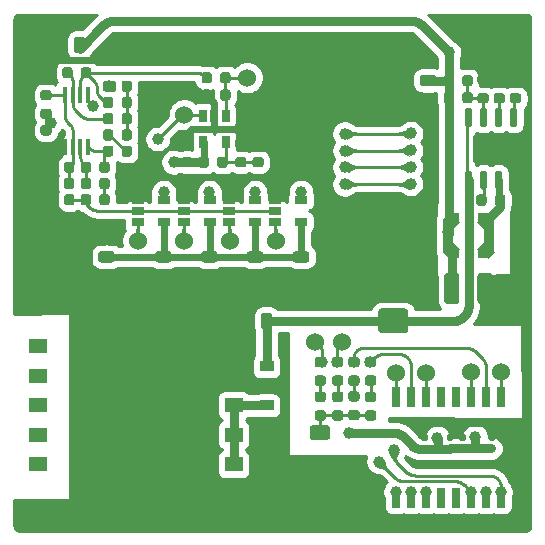
<source format=gbr>
%TF.GenerationSoftware,KiCad,Pcbnew,5.1.9+dfsg1-1*%
%TF.CreationDate,2022-05-19T12:27:24+03:00*%
%TF.ProjectId,Anemometr,416e656d-6f6d-4657-9472-2e6b69636164,rev?*%
%TF.SameCoordinates,Original*%
%TF.FileFunction,Copper,L2,Bot*%
%TF.FilePolarity,Positive*%
%FSLAX46Y46*%
G04 Gerber Fmt 4.6, Leading zero omitted, Abs format (unit mm)*
G04 Created by KiCad (PCBNEW 5.1.9+dfsg1-1) date 2022-05-19 12:27:24*
%MOMM*%
%LPD*%
G01*
G04 APERTURE LIST*
%TA.AperFunction,SMDPad,CuDef*%
%ADD10C,1.524000*%
%TD*%
%TA.AperFunction,SMDPad,CuDef*%
%ADD11R,1.550000X1.270000*%
%TD*%
%TA.AperFunction,SMDPad,CuDef*%
%ADD12C,0.100000*%
%TD*%
%TA.AperFunction,SMDPad,CuDef*%
%ADD13R,0.890000X0.775000*%
%TD*%
%TA.AperFunction,SMDPad,CuDef*%
%ADD14R,0.870000X2.790000*%
%TD*%
%TA.AperFunction,SMDPad,CuDef*%
%ADD15R,1.060000X0.650000*%
%TD*%
%TA.AperFunction,SMDPad,CuDef*%
%ADD16R,0.700000X1.670000*%
%TD*%
%TA.AperFunction,SMDPad,CuDef*%
%ADD17R,1.200000X0.900000*%
%TD*%
%TA.AperFunction,SMDPad,CuDef*%
%ADD18R,0.650000X1.060000*%
%TD*%
%TA.AperFunction,SMDPad,CuDef*%
%ADD19R,0.450000X1.450000*%
%TD*%
%TA.AperFunction,ViaPad*%
%ADD20C,1.000000*%
%TD*%
%TA.AperFunction,ViaPad*%
%ADD21C,0.800000*%
%TD*%
%TA.AperFunction,Conductor*%
%ADD22C,0.600000*%
%TD*%
%TA.AperFunction,Conductor*%
%ADD23C,0.250000*%
%TD*%
%TA.AperFunction,Conductor*%
%ADD24C,0.800000*%
%TD*%
%TA.AperFunction,Conductor*%
%ADD25C,0.254000*%
%TD*%
%TA.AperFunction,Conductor*%
%ADD26C,0.100000*%
%TD*%
%TA.AperFunction,Conductor*%
%ADD27C,0.025400*%
%TD*%
G04 APERTURE END LIST*
D10*
%TO.P,J25,1*%
%TO.N,Net-(C47-Pad2)*%
X39350000Y-66000000D03*
%TD*%
D11*
%TO.P,D14,5*%
%TO.N,Net-(C19-Pad1)*%
X21689300Y-98738700D03*
%TO.P,D14,4*%
X21689300Y-96238700D03*
%TO.P,D14,3*%
%TO.N,Net-(D11-Pad5)*%
X21689300Y-93738700D03*
%TO.P,D14,2*%
%TO.N,Net-(D14-Pad2)*%
X21689300Y-91238700D03*
%TO.P,D14,1*%
%TO.N,Net-(C19-Pad2)*%
X21689300Y-88738700D03*
%TO.P,D14,10*%
%TO.N,GND*%
X38229300Y-88738700D03*
%TO.P,D14,9*%
X38229300Y-91238700D03*
%TO.P,D14,8*%
%TO.N,Net-(D14-Pad6)*%
X38229300Y-93738700D03*
%TO.P,D14,7*%
X38229300Y-96238700D03*
%TO.P,D14,6*%
X38229300Y-98738700D03*
%TD*%
%TO.P,C38,2*%
%TO.N,GND*%
%TA.AperFunction,SMDPad,CuDef*%
G36*
G01*
X56723100Y-96739100D02*
X56383100Y-96739100D01*
G75*
G02*
X56243100Y-96599100I0J140000D01*
G01*
X56243100Y-96319100D01*
G75*
G02*
X56383100Y-96179100I140000J0D01*
G01*
X56723100Y-96179100D01*
G75*
G02*
X56863100Y-96319100I0J-140000D01*
G01*
X56863100Y-96599100D01*
G75*
G02*
X56723100Y-96739100I-140000J0D01*
G01*
G37*
%TD.AperFunction*%
%TO.P,C38,1*%
%TO.N,+3.3VA*%
%TA.AperFunction,SMDPad,CuDef*%
G36*
G01*
X56723100Y-97699100D02*
X56383100Y-97699100D01*
G75*
G02*
X56243100Y-97559100I0J140000D01*
G01*
X56243100Y-97279100D01*
G75*
G02*
X56383100Y-97139100I140000J0D01*
G01*
X56723100Y-97139100D01*
G75*
G02*
X56863100Y-97279100I0J-140000D01*
G01*
X56863100Y-97559100D01*
G75*
G02*
X56723100Y-97699100I-140000J0D01*
G01*
G37*
%TD.AperFunction*%
%TD*%
%TO.P,C35,2*%
%TO.N,GND*%
%TA.AperFunction,SMDPad,CuDef*%
G36*
G01*
X54553940Y-96736560D02*
X54213940Y-96736560D01*
G75*
G02*
X54073940Y-96596560I0J140000D01*
G01*
X54073940Y-96316560D01*
G75*
G02*
X54213940Y-96176560I140000J0D01*
G01*
X54553940Y-96176560D01*
G75*
G02*
X54693940Y-96316560I0J-140000D01*
G01*
X54693940Y-96596560D01*
G75*
G02*
X54553940Y-96736560I-140000J0D01*
G01*
G37*
%TD.AperFunction*%
%TO.P,C35,1*%
%TO.N,+3.3VA*%
%TA.AperFunction,SMDPad,CuDef*%
G36*
G01*
X54553940Y-97696560D02*
X54213940Y-97696560D01*
G75*
G02*
X54073940Y-97556560I0J140000D01*
G01*
X54073940Y-97276560D01*
G75*
G02*
X54213940Y-97136560I140000J0D01*
G01*
X54553940Y-97136560D01*
G75*
G02*
X54693940Y-97276560I0J-140000D01*
G01*
X54693940Y-97556560D01*
G75*
G02*
X54553940Y-97696560I-140000J0D01*
G01*
G37*
%TD.AperFunction*%
%TD*%
%TO.P,C31,2*%
%TO.N,GND*%
%TA.AperFunction,SMDPad,CuDef*%
G36*
G01*
X60241000Y-96739100D02*
X59901000Y-96739100D01*
G75*
G02*
X59761000Y-96599100I0J140000D01*
G01*
X59761000Y-96319100D01*
G75*
G02*
X59901000Y-96179100I140000J0D01*
G01*
X60241000Y-96179100D01*
G75*
G02*
X60381000Y-96319100I0J-140000D01*
G01*
X60381000Y-96599100D01*
G75*
G02*
X60241000Y-96739100I-140000J0D01*
G01*
G37*
%TD.AperFunction*%
%TO.P,C31,1*%
%TO.N,+3.3VA*%
%TA.AperFunction,SMDPad,CuDef*%
G36*
G01*
X60241000Y-97699100D02*
X59901000Y-97699100D01*
G75*
G02*
X59761000Y-97559100I0J140000D01*
G01*
X59761000Y-97279100D01*
G75*
G02*
X59901000Y-97139100I140000J0D01*
G01*
X60241000Y-97139100D01*
G75*
G02*
X60381000Y-97279100I0J-140000D01*
G01*
X60381000Y-97559100D01*
G75*
G02*
X60241000Y-97699100I-140000J0D01*
G01*
G37*
%TD.AperFunction*%
%TD*%
%TO.P,C27,2*%
%TO.N,GND*%
%TA.AperFunction,SMDPad,CuDef*%
G36*
G01*
X57751800Y-96739100D02*
X57411800Y-96739100D01*
G75*
G02*
X57271800Y-96599100I0J140000D01*
G01*
X57271800Y-96319100D01*
G75*
G02*
X57411800Y-96179100I140000J0D01*
G01*
X57751800Y-96179100D01*
G75*
G02*
X57891800Y-96319100I0J-140000D01*
G01*
X57891800Y-96599100D01*
G75*
G02*
X57751800Y-96739100I-140000J0D01*
G01*
G37*
%TD.AperFunction*%
%TO.P,C27,1*%
%TO.N,+3.3VA*%
%TA.AperFunction,SMDPad,CuDef*%
G36*
G01*
X57751800Y-97699100D02*
X57411800Y-97699100D01*
G75*
G02*
X57271800Y-97559100I0J140000D01*
G01*
X57271800Y-97279100D01*
G75*
G02*
X57411800Y-97139100I140000J0D01*
G01*
X57751800Y-97139100D01*
G75*
G02*
X57891800Y-97279100I0J-140000D01*
G01*
X57891800Y-97559100D01*
G75*
G02*
X57751800Y-97699100I-140000J0D01*
G01*
G37*
%TD.AperFunction*%
%TD*%
%TO.P,C59,2*%
%TO.N,GND*%
%TA.AperFunction,SMDPad,CuDef*%
G36*
G01*
X40538110Y-72027300D02*
X40025610Y-72027300D01*
G75*
G02*
X39806860Y-71808550I0J218750D01*
G01*
X39806860Y-71371050D01*
G75*
G02*
X40025610Y-71152300I218750J0D01*
G01*
X40538110Y-71152300D01*
G75*
G02*
X40756860Y-71371050I0J-218750D01*
G01*
X40756860Y-71808550D01*
G75*
G02*
X40538110Y-72027300I-218750J0D01*
G01*
G37*
%TD.AperFunction*%
%TO.P,C59,1*%
%TO.N,Net-(C59-Pad1)*%
%TA.AperFunction,SMDPad,CuDef*%
G36*
G01*
X40538110Y-73602300D02*
X40025610Y-73602300D01*
G75*
G02*
X39806860Y-73383550I0J218750D01*
G01*
X39806860Y-72946050D01*
G75*
G02*
X40025610Y-72727300I218750J0D01*
G01*
X40538110Y-72727300D01*
G75*
G02*
X40756860Y-72946050I0J-218750D01*
G01*
X40756860Y-73383550D01*
G75*
G02*
X40538110Y-73602300I-218750J0D01*
G01*
G37*
%TD.AperFunction*%
%TD*%
%TA.AperFunction,SMDPad,CuDef*%
D12*
%TO.P,L5,2*%
%TO.N,/5.6-6v*%
G36*
X56465150Y-81322821D02*
G01*
X55902395Y-80769804D01*
X56252850Y-80413179D01*
X56815605Y-80966196D01*
X56465150Y-81322821D01*
G37*
%TD.AperFunction*%
%TA.AperFunction,SMDPad,CuDef*%
G36*
X56994768Y-80894474D02*
G01*
X56414385Y-80299733D01*
X56772232Y-79950526D01*
X57352615Y-80545267D01*
X56994768Y-80894474D01*
G37*
%TD.AperFunction*%
D13*
X56907500Y-80932500D03*
%TA.AperFunction,SMDPad,CuDef*%
D12*
G36*
X55902395Y-77980196D02*
G01*
X56465150Y-77427179D01*
X56815605Y-77783804D01*
X56252850Y-78336821D01*
X55902395Y-77980196D01*
G37*
%TD.AperFunction*%
%TA.AperFunction,SMDPad,CuDef*%
G36*
X56414385Y-78450267D02*
G01*
X56994768Y-77855526D01*
X57352615Y-78204733D01*
X56772232Y-78799474D01*
X56414385Y-78450267D01*
G37*
%TD.AperFunction*%
D13*
X56907500Y-77817500D03*
D14*
X56337500Y-79375000D03*
%TA.AperFunction,SMDPad,CuDef*%
D12*
%TO.P,L5,1*%
%TO.N,Net-(C53-Pad2)*%
G36*
X58852385Y-80545267D02*
G01*
X59432768Y-79950526D01*
X59790615Y-80299733D01*
X59210232Y-80894474D01*
X58852385Y-80545267D01*
G37*
%TD.AperFunction*%
D13*
X59297500Y-80932500D03*
%TA.AperFunction,SMDPad,CuDef*%
D12*
G36*
X59389395Y-80966196D02*
G01*
X59952150Y-80413179D01*
X60302605Y-80769804D01*
X59739850Y-81322821D01*
X59389395Y-80966196D01*
G37*
%TD.AperFunction*%
%TA.AperFunction,SMDPad,CuDef*%
G36*
X59952150Y-78336821D02*
G01*
X59389395Y-77783804D01*
X59739850Y-77427179D01*
X60302605Y-77980196D01*
X59952150Y-78336821D01*
G37*
%TD.AperFunction*%
%TA.AperFunction,SMDPad,CuDef*%
G36*
X59432768Y-78799474D02*
G01*
X58852385Y-78204733D01*
X59210232Y-77855526D01*
X59790615Y-78450267D01*
X59432768Y-78799474D01*
G37*
%TD.AperFunction*%
D13*
X59297500Y-77817500D03*
D14*
X59867500Y-79375000D03*
%TD*%
%TO.P,C54,2*%
%TO.N,/5.6-6v*%
%TA.AperFunction,SMDPad,CuDef*%
G36*
G01*
X57304640Y-82772940D02*
X57304640Y-84922940D01*
G75*
G02*
X57054640Y-85172940I-250000J0D01*
G01*
X56304640Y-85172940D01*
G75*
G02*
X56054640Y-84922940I0J250000D01*
G01*
X56054640Y-82772940D01*
G75*
G02*
X56304640Y-82522940I250000J0D01*
G01*
X57054640Y-82522940D01*
G75*
G02*
X57304640Y-82772940I0J-250000D01*
G01*
G37*
%TD.AperFunction*%
%TO.P,C54,1*%
%TO.N,GND*%
%TA.AperFunction,SMDPad,CuDef*%
G36*
G01*
X60104640Y-82772940D02*
X60104640Y-84922940D01*
G75*
G02*
X59854640Y-85172940I-250000J0D01*
G01*
X59104640Y-85172940D01*
G75*
G02*
X58854640Y-84922940I0J250000D01*
G01*
X58854640Y-82772940D01*
G75*
G02*
X59104640Y-82522940I250000J0D01*
G01*
X59854640Y-82522940D01*
G75*
G02*
X60104640Y-82772940I0J-250000D01*
G01*
G37*
%TD.AperFunction*%
%TD*%
%TO.P,R42,2*%
%TO.N,Net-(C57-Pad1)*%
%TA.AperFunction,SMDPad,CuDef*%
G36*
G01*
X57576200Y-66524850D02*
X57576200Y-66012350D01*
G75*
G02*
X57794950Y-65793600I218750J0D01*
G01*
X58232450Y-65793600D01*
G75*
G02*
X58451200Y-66012350I0J-218750D01*
G01*
X58451200Y-66524850D01*
G75*
G02*
X58232450Y-66743600I-218750J0D01*
G01*
X57794950Y-66743600D01*
G75*
G02*
X57576200Y-66524850I0J218750D01*
G01*
G37*
%TD.AperFunction*%
%TO.P,R42,1*%
%TO.N,/5.6-6v*%
%TA.AperFunction,SMDPad,CuDef*%
G36*
G01*
X56001200Y-66524850D02*
X56001200Y-66012350D01*
G75*
G02*
X56219950Y-65793600I218750J0D01*
G01*
X56657450Y-65793600D01*
G75*
G02*
X56876200Y-66012350I0J-218750D01*
G01*
X56876200Y-66524850D01*
G75*
G02*
X56657450Y-66743600I-218750J0D01*
G01*
X56219950Y-66743600D01*
G75*
G02*
X56001200Y-66524850I0J218750D01*
G01*
G37*
%TD.AperFunction*%
%TD*%
%TO.P,R41,2*%
%TO.N,GND*%
%TA.AperFunction,SMDPad,CuDef*%
G36*
G01*
X59590650Y-66604400D02*
X59078150Y-66604400D01*
G75*
G02*
X58859400Y-66385650I0J218750D01*
G01*
X58859400Y-65948150D01*
G75*
G02*
X59078150Y-65729400I218750J0D01*
G01*
X59590650Y-65729400D01*
G75*
G02*
X59809400Y-65948150I0J-218750D01*
G01*
X59809400Y-66385650D01*
G75*
G02*
X59590650Y-66604400I-218750J0D01*
G01*
G37*
%TD.AperFunction*%
%TO.P,R41,1*%
%TO.N,Net-(C57-Pad1)*%
%TA.AperFunction,SMDPad,CuDef*%
G36*
G01*
X59590650Y-68179400D02*
X59078150Y-68179400D01*
G75*
G02*
X58859400Y-67960650I0J218750D01*
G01*
X58859400Y-67523150D01*
G75*
G02*
X59078150Y-67304400I218750J0D01*
G01*
X59590650Y-67304400D01*
G75*
G02*
X59809400Y-67523150I0J-218750D01*
G01*
X59809400Y-67960650D01*
G75*
G02*
X59590650Y-68179400I-218750J0D01*
G01*
G37*
%TD.AperFunction*%
%TD*%
%TO.P,D17,8*%
%TO.N,/12-16v*%
%TA.AperFunction,SMDPad,CuDef*%
G36*
G01*
X57952500Y-73871700D02*
X58252500Y-73871700D01*
G75*
G02*
X58402500Y-74021700I0J-150000D01*
G01*
X58402500Y-75321700D01*
G75*
G02*
X58252500Y-75471700I-150000J0D01*
G01*
X57952500Y-75471700D01*
G75*
G02*
X57802500Y-75321700I0J150000D01*
G01*
X57802500Y-74021700D01*
G75*
G02*
X57952500Y-73871700I150000J0D01*
G01*
G37*
%TD.AperFunction*%
%TO.P,D17,7*%
%TO.N,Net-(C53-Pad1)*%
%TA.AperFunction,SMDPad,CuDef*%
G36*
G01*
X59222500Y-73871700D02*
X59522500Y-73871700D01*
G75*
G02*
X59672500Y-74021700I0J-150000D01*
G01*
X59672500Y-75321700D01*
G75*
G02*
X59522500Y-75471700I-150000J0D01*
G01*
X59222500Y-75471700D01*
G75*
G02*
X59072500Y-75321700I0J150000D01*
G01*
X59072500Y-74021700D01*
G75*
G02*
X59222500Y-73871700I150000J0D01*
G01*
G37*
%TD.AperFunction*%
%TO.P,D17,6*%
%TO.N,Net-(C53-Pad2)*%
%TA.AperFunction,SMDPad,CuDef*%
G36*
G01*
X60492500Y-73871700D02*
X60792500Y-73871700D01*
G75*
G02*
X60942500Y-74021700I0J-150000D01*
G01*
X60942500Y-75321700D01*
G75*
G02*
X60792500Y-75471700I-150000J0D01*
G01*
X60492500Y-75471700D01*
G75*
G02*
X60342500Y-75321700I0J150000D01*
G01*
X60342500Y-74021700D01*
G75*
G02*
X60492500Y-73871700I150000J0D01*
G01*
G37*
%TD.AperFunction*%
%TO.P,D17,5*%
%TO.N,GND*%
%TA.AperFunction,SMDPad,CuDef*%
G36*
G01*
X61762500Y-73871700D02*
X62062500Y-73871700D01*
G75*
G02*
X62212500Y-74021700I0J-150000D01*
G01*
X62212500Y-75321700D01*
G75*
G02*
X62062500Y-75471700I-150000J0D01*
G01*
X61762500Y-75471700D01*
G75*
G02*
X61612500Y-75321700I0J150000D01*
G01*
X61612500Y-74021700D01*
G75*
G02*
X61762500Y-73871700I150000J0D01*
G01*
G37*
%TD.AperFunction*%
%TO.P,D17,4*%
%TO.N,Net-(C52-Pad2)*%
%TA.AperFunction,SMDPad,CuDef*%
G36*
G01*
X61762500Y-68571700D02*
X62062500Y-68571700D01*
G75*
G02*
X62212500Y-68721700I0J-150000D01*
G01*
X62212500Y-70021700D01*
G75*
G02*
X62062500Y-70171700I-150000J0D01*
G01*
X61762500Y-70171700D01*
G75*
G02*
X61612500Y-70021700I0J150000D01*
G01*
X61612500Y-68721700D01*
G75*
G02*
X61762500Y-68571700I150000J0D01*
G01*
G37*
%TD.AperFunction*%
%TO.P,D17,3*%
%TO.N,Net-(C32-Pad2)*%
%TA.AperFunction,SMDPad,CuDef*%
G36*
G01*
X60492500Y-68571700D02*
X60792500Y-68571700D01*
G75*
G02*
X60942500Y-68721700I0J-150000D01*
G01*
X60942500Y-70021700D01*
G75*
G02*
X60792500Y-70171700I-150000J0D01*
G01*
X60492500Y-70171700D01*
G75*
G02*
X60342500Y-70021700I0J150000D01*
G01*
X60342500Y-68721700D01*
G75*
G02*
X60492500Y-68571700I150000J0D01*
G01*
G37*
%TD.AperFunction*%
%TO.P,D17,2*%
%TO.N,Net-(C57-Pad1)*%
%TA.AperFunction,SMDPad,CuDef*%
G36*
G01*
X59222500Y-68571700D02*
X59522500Y-68571700D01*
G75*
G02*
X59672500Y-68721700I0J-150000D01*
G01*
X59672500Y-70021700D01*
G75*
G02*
X59522500Y-70171700I-150000J0D01*
G01*
X59222500Y-70171700D01*
G75*
G02*
X59072500Y-70021700I0J150000D01*
G01*
X59072500Y-68721700D01*
G75*
G02*
X59222500Y-68571700I150000J0D01*
G01*
G37*
%TD.AperFunction*%
%TO.P,D17,1*%
%TO.N,/12-16v*%
%TA.AperFunction,SMDPad,CuDef*%
G36*
G01*
X57952500Y-68571700D02*
X58252500Y-68571700D01*
G75*
G02*
X58402500Y-68721700I0J-150000D01*
G01*
X58402500Y-70021700D01*
G75*
G02*
X58252500Y-70171700I-150000J0D01*
G01*
X57952500Y-70171700D01*
G75*
G02*
X57802500Y-70021700I0J150000D01*
G01*
X57802500Y-68721700D01*
G75*
G02*
X57952500Y-68571700I150000J0D01*
G01*
G37*
%TD.AperFunction*%
%TO.P,D17,9*%
%TO.N,GND*%
%TA.AperFunction,SMDPad,CuDef*%
G36*
G01*
X58707497Y-70816700D02*
X61307503Y-70816700D01*
G75*
G02*
X61557500Y-71066697I0J-249997D01*
G01*
X61557500Y-72976703D01*
G75*
G02*
X61307503Y-73226700I-249997J0D01*
G01*
X58707497Y-73226700D01*
G75*
G02*
X58457500Y-72976703I0J249997D01*
G01*
X58457500Y-71066697D01*
G75*
G02*
X58707497Y-70816700I249997J0D01*
G01*
G37*
%TD.AperFunction*%
%TD*%
%TO.P,C57,2*%
%TO.N,/5.6-6v*%
%TA.AperFunction,SMDPad,CuDef*%
G36*
G01*
X56876200Y-67434750D02*
X56876200Y-67947250D01*
G75*
G02*
X56657450Y-68166000I-218750J0D01*
G01*
X56219950Y-68166000D01*
G75*
G02*
X56001200Y-67947250I0J218750D01*
G01*
X56001200Y-67434750D01*
G75*
G02*
X56219950Y-67216000I218750J0D01*
G01*
X56657450Y-67216000D01*
G75*
G02*
X56876200Y-67434750I0J-218750D01*
G01*
G37*
%TD.AperFunction*%
%TO.P,C57,1*%
%TO.N,Net-(C57-Pad1)*%
%TA.AperFunction,SMDPad,CuDef*%
G36*
G01*
X58451200Y-67434750D02*
X58451200Y-67947250D01*
G75*
G02*
X58232450Y-68166000I-218750J0D01*
G01*
X57794950Y-68166000D01*
G75*
G02*
X57576200Y-67947250I0J218750D01*
G01*
X57576200Y-67434750D01*
G75*
G02*
X57794950Y-67216000I218750J0D01*
G01*
X58232450Y-67216000D01*
G75*
G02*
X58451200Y-67434750I0J-218750D01*
G01*
G37*
%TD.AperFunction*%
%TD*%
%TO.P,C55,2*%
%TO.N,+5VA*%
%TA.AperFunction,SMDPad,CuDef*%
G36*
G01*
X27898410Y-81660580D02*
X26985910Y-81660580D01*
G75*
G02*
X26742160Y-81416830I0J243750D01*
G01*
X26742160Y-80929330D01*
G75*
G02*
X26985910Y-80685580I243750J0D01*
G01*
X27898410Y-80685580D01*
G75*
G02*
X28142160Y-80929330I0J-243750D01*
G01*
X28142160Y-81416830D01*
G75*
G02*
X27898410Y-81660580I-243750J0D01*
G01*
G37*
%TD.AperFunction*%
%TO.P,C55,1*%
%TO.N,GND*%
%TA.AperFunction,SMDPad,CuDef*%
G36*
G01*
X27898410Y-83535580D02*
X26985910Y-83535580D01*
G75*
G02*
X26742160Y-83291830I0J243750D01*
G01*
X26742160Y-82804330D01*
G75*
G02*
X26985910Y-82560580I243750J0D01*
G01*
X27898410Y-82560580D01*
G75*
G02*
X28142160Y-82804330I0J-243750D01*
G01*
X28142160Y-83291830D01*
G75*
G02*
X27898410Y-83535580I-243750J0D01*
G01*
G37*
%TD.AperFunction*%
%TD*%
%TO.P,C53,2*%
%TO.N,Net-(C53-Pad2)*%
%TA.AperFunction,SMDPad,CuDef*%
G36*
G01*
X60332100Y-76621350D02*
X60332100Y-76108850D01*
G75*
G02*
X60550850Y-75890100I218750J0D01*
G01*
X60988350Y-75890100D01*
G75*
G02*
X61207100Y-76108850I0J-218750D01*
G01*
X61207100Y-76621350D01*
G75*
G02*
X60988350Y-76840100I-218750J0D01*
G01*
X60550850Y-76840100D01*
G75*
G02*
X60332100Y-76621350I0J218750D01*
G01*
G37*
%TD.AperFunction*%
%TO.P,C53,1*%
%TO.N,Net-(C53-Pad1)*%
%TA.AperFunction,SMDPad,CuDef*%
G36*
G01*
X58757100Y-76621350D02*
X58757100Y-76108850D01*
G75*
G02*
X58975850Y-75890100I218750J0D01*
G01*
X59413350Y-75890100D01*
G75*
G02*
X59632100Y-76108850I0J-218750D01*
G01*
X59632100Y-76621350D01*
G75*
G02*
X59413350Y-76840100I-218750J0D01*
G01*
X58975850Y-76840100D01*
G75*
G02*
X58757100Y-76621350I0J218750D01*
G01*
G37*
%TD.AperFunction*%
%TD*%
%TO.P,C52,2*%
%TO.N,Net-(C52-Pad2)*%
%TA.AperFunction,SMDPad,CuDef*%
G36*
G01*
X61821350Y-67304400D02*
X62333850Y-67304400D01*
G75*
G02*
X62552600Y-67523150I0J-218750D01*
G01*
X62552600Y-67960650D01*
G75*
G02*
X62333850Y-68179400I-218750J0D01*
G01*
X61821350Y-68179400D01*
G75*
G02*
X61602600Y-67960650I0J218750D01*
G01*
X61602600Y-67523150D01*
G75*
G02*
X61821350Y-67304400I218750J0D01*
G01*
G37*
%TD.AperFunction*%
%TO.P,C52,1*%
%TO.N,GND*%
%TA.AperFunction,SMDPad,CuDef*%
G36*
G01*
X61821350Y-65729400D02*
X62333850Y-65729400D01*
G75*
G02*
X62552600Y-65948150I0J-218750D01*
G01*
X62552600Y-66385650D01*
G75*
G02*
X62333850Y-66604400I-218750J0D01*
G01*
X61821350Y-66604400D01*
G75*
G02*
X61602600Y-66385650I0J218750D01*
G01*
X61602600Y-65948150D01*
G75*
G02*
X61821350Y-65729400I218750J0D01*
G01*
G37*
%TD.AperFunction*%
%TD*%
%TO.P,C32,2*%
%TO.N,Net-(C32-Pad2)*%
%TA.AperFunction,SMDPad,CuDef*%
G36*
G01*
X60449750Y-67304400D02*
X60962250Y-67304400D01*
G75*
G02*
X61181000Y-67523150I0J-218750D01*
G01*
X61181000Y-67960650D01*
G75*
G02*
X60962250Y-68179400I-218750J0D01*
G01*
X60449750Y-68179400D01*
G75*
G02*
X60231000Y-67960650I0J218750D01*
G01*
X60231000Y-67523150D01*
G75*
G02*
X60449750Y-67304400I218750J0D01*
G01*
G37*
%TD.AperFunction*%
%TO.P,C32,1*%
%TO.N,GND*%
%TA.AperFunction,SMDPad,CuDef*%
G36*
G01*
X60449750Y-65729400D02*
X60962250Y-65729400D01*
G75*
G02*
X61181000Y-65948150I0J-218750D01*
G01*
X61181000Y-66385650D01*
G75*
G02*
X60962250Y-66604400I-218750J0D01*
G01*
X60449750Y-66604400D01*
G75*
G02*
X60231000Y-66385650I0J218750D01*
G01*
X60231000Y-65948150D01*
G75*
G02*
X60449750Y-65729400I218750J0D01*
G01*
G37*
%TD.AperFunction*%
%TD*%
%TO.P,C30,2*%
%TO.N,/12-16v*%
%TA.AperFunction,SMDPad,CuDef*%
G36*
G01*
X40513420Y-87062630D02*
X40513420Y-86150130D01*
G75*
G02*
X40757170Y-85906380I243750J0D01*
G01*
X41244670Y-85906380D01*
G75*
G02*
X41488420Y-86150130I0J-243750D01*
G01*
X41488420Y-87062630D01*
G75*
G02*
X41244670Y-87306380I-243750J0D01*
G01*
X40757170Y-87306380D01*
G75*
G02*
X40513420Y-87062630I0J243750D01*
G01*
G37*
%TD.AperFunction*%
%TO.P,C30,1*%
%TO.N,GND*%
%TA.AperFunction,SMDPad,CuDef*%
G36*
G01*
X38638420Y-87062630D02*
X38638420Y-86150130D01*
G75*
G02*
X38882170Y-85906380I243750J0D01*
G01*
X39369670Y-85906380D01*
G75*
G02*
X39613420Y-86150130I0J-243750D01*
G01*
X39613420Y-87062630D01*
G75*
G02*
X39369670Y-87306380I-243750J0D01*
G01*
X38882170Y-87306380D01*
G75*
G02*
X38638420Y-87062630I0J243750D01*
G01*
G37*
%TD.AperFunction*%
%TD*%
%TO.P,C22,2*%
%TO.N,/5.6-6v*%
%TA.AperFunction,SMDPad,CuDef*%
G36*
G01*
X55129750Y-66707600D02*
X54217250Y-66707600D01*
G75*
G02*
X53973500Y-66463850I0J243750D01*
G01*
X53973500Y-65976350D01*
G75*
G02*
X54217250Y-65732600I243750J0D01*
G01*
X55129750Y-65732600D01*
G75*
G02*
X55373500Y-65976350I0J-243750D01*
G01*
X55373500Y-66463850D01*
G75*
G02*
X55129750Y-66707600I-243750J0D01*
G01*
G37*
%TD.AperFunction*%
%TO.P,C22,1*%
%TO.N,GND*%
%TA.AperFunction,SMDPad,CuDef*%
G36*
G01*
X55129750Y-68582600D02*
X54217250Y-68582600D01*
G75*
G02*
X53973500Y-68338850I0J243750D01*
G01*
X53973500Y-67851350D01*
G75*
G02*
X54217250Y-67607600I243750J0D01*
G01*
X55129750Y-67607600D01*
G75*
G02*
X55373500Y-67851350I0J-243750D01*
G01*
X55373500Y-68338850D01*
G75*
G02*
X55129750Y-68582600I-243750J0D01*
G01*
G37*
%TD.AperFunction*%
%TD*%
%TO.P,C49,2*%
%TO.N,Net-(C42-Pad2)*%
%TA.AperFunction,SMDPad,CuDef*%
G36*
G01*
X46139260Y-96674640D02*
X44889260Y-96674640D01*
G75*
G02*
X44639260Y-96424640I0J250000D01*
G01*
X44639260Y-95674640D01*
G75*
G02*
X44889260Y-95424640I250000J0D01*
G01*
X46139260Y-95424640D01*
G75*
G02*
X46389260Y-95674640I0J-250000D01*
G01*
X46389260Y-96424640D01*
G75*
G02*
X46139260Y-96674640I-250000J0D01*
G01*
G37*
%TD.AperFunction*%
%TO.P,C49,1*%
%TO.N,GND*%
%TA.AperFunction,SMDPad,CuDef*%
G36*
G01*
X46139260Y-99474640D02*
X44889260Y-99474640D01*
G75*
G02*
X44639260Y-99224640I0J250000D01*
G01*
X44639260Y-98474640D01*
G75*
G02*
X44889260Y-98224640I250000J0D01*
G01*
X46139260Y-98224640D01*
G75*
G02*
X46389260Y-98474640I0J-250000D01*
G01*
X46389260Y-99224640D01*
G75*
G02*
X46139260Y-99474640I-250000J0D01*
G01*
G37*
%TD.AperFunction*%
%TD*%
D15*
%TO.P,U2,1*%
%TO.N,Net-(J10-Pad1)*%
X30091200Y-78229500D03*
%TO.P,U2,2*%
%TO.N,Net-(C18-Pad2)*%
X30091200Y-77279500D03*
%TO.P,U2,3*%
%TO.N,GND*%
X30091200Y-76329500D03*
%TO.P,U2,4*%
%TO.N,Z1*%
X32291200Y-76329500D03*
%TO.P,U2,5*%
%TO.N,+5VA*%
X32291200Y-78229500D03*
%TD*%
%TO.P,R40,1*%
%TO.N,Net-(C48-Pad1)*%
%TA.AperFunction,SMDPad,CuDef*%
G36*
G01*
X45805224Y-92088420D02*
X45292724Y-92088420D01*
G75*
G02*
X45073974Y-91869670I0J218750D01*
G01*
X45073974Y-91432170D01*
G75*
G02*
X45292724Y-91213420I218750J0D01*
G01*
X45805224Y-91213420D01*
G75*
G02*
X46023974Y-91432170I0J-218750D01*
G01*
X46023974Y-91869670D01*
G75*
G02*
X45805224Y-92088420I-218750J0D01*
G01*
G37*
%TD.AperFunction*%
%TO.P,R40,2*%
%TO.N,Net-(D15-Pad1)*%
%TA.AperFunction,SMDPad,CuDef*%
G36*
G01*
X45805224Y-90513420D02*
X45292724Y-90513420D01*
G75*
G02*
X45073974Y-90294670I0J218750D01*
G01*
X45073974Y-89857170D01*
G75*
G02*
X45292724Y-89638420I218750J0D01*
G01*
X45805224Y-89638420D01*
G75*
G02*
X46023974Y-89857170I0J-218750D01*
G01*
X46023974Y-90294670D01*
G75*
G02*
X45805224Y-90513420I-218750J0D01*
G01*
G37*
%TD.AperFunction*%
%TD*%
%TO.P,R36,1*%
%TO.N,Net-(C46-Pad1)*%
%TA.AperFunction,SMDPad,CuDef*%
G36*
G01*
X47280400Y-92088420D02*
X46767900Y-92088420D01*
G75*
G02*
X46549150Y-91869670I0J218750D01*
G01*
X46549150Y-91432170D01*
G75*
G02*
X46767900Y-91213420I218750J0D01*
G01*
X47280400Y-91213420D01*
G75*
G02*
X47499150Y-91432170I0J-218750D01*
G01*
X47499150Y-91869670D01*
G75*
G02*
X47280400Y-92088420I-218750J0D01*
G01*
G37*
%TD.AperFunction*%
%TO.P,R36,2*%
%TO.N,Net-(D15-Pad2)*%
%TA.AperFunction,SMDPad,CuDef*%
G36*
G01*
X47280400Y-90513420D02*
X46767900Y-90513420D01*
G75*
G02*
X46549150Y-90294670I0J218750D01*
G01*
X46549150Y-89857170D01*
G75*
G02*
X46767900Y-89638420I218750J0D01*
G01*
X47280400Y-89638420D01*
G75*
G02*
X47499150Y-89857170I0J-218750D01*
G01*
X47499150Y-90294670D01*
G75*
G02*
X47280400Y-90513420I-218750J0D01*
G01*
G37*
%TD.AperFunction*%
%TD*%
%TO.P,R32,1*%
%TO.N,Net-(C42-Pad1)*%
%TA.AperFunction,SMDPad,CuDef*%
G36*
G01*
X50063676Y-92088420D02*
X49551176Y-92088420D01*
G75*
G02*
X49332426Y-91869670I0J218750D01*
G01*
X49332426Y-91432170D01*
G75*
G02*
X49551176Y-91213420I218750J0D01*
G01*
X50063676Y-91213420D01*
G75*
G02*
X50282426Y-91432170I0J-218750D01*
G01*
X50282426Y-91869670D01*
G75*
G02*
X50063676Y-92088420I-218750J0D01*
G01*
G37*
%TD.AperFunction*%
%TO.P,R32,2*%
%TO.N,Net-(D10-Pad10)*%
%TA.AperFunction,SMDPad,CuDef*%
G36*
G01*
X50063676Y-90513420D02*
X49551176Y-90513420D01*
G75*
G02*
X49332426Y-90294670I0J218750D01*
G01*
X49332426Y-89857170D01*
G75*
G02*
X49551176Y-89638420I218750J0D01*
G01*
X50063676Y-89638420D01*
G75*
G02*
X50282426Y-89857170I0J-218750D01*
G01*
X50282426Y-90294670D01*
G75*
G02*
X50063676Y-90513420I-218750J0D01*
G01*
G37*
%TD.AperFunction*%
%TD*%
%TO.P,R35,1*%
%TO.N,Net-(C45-Pad1)*%
%TA.AperFunction,SMDPad,CuDef*%
G36*
G01*
X48655952Y-92088420D02*
X48143452Y-92088420D01*
G75*
G02*
X47924702Y-91869670I0J218750D01*
G01*
X47924702Y-91432170D01*
G75*
G02*
X48143452Y-91213420I218750J0D01*
G01*
X48655952Y-91213420D01*
G75*
G02*
X48874702Y-91432170I0J-218750D01*
G01*
X48874702Y-91869670D01*
G75*
G02*
X48655952Y-92088420I-218750J0D01*
G01*
G37*
%TD.AperFunction*%
%TO.P,R35,2*%
%TO.N,Net-(D10-Pad15)*%
%TA.AperFunction,SMDPad,CuDef*%
G36*
G01*
X48655952Y-90513420D02*
X48143452Y-90513420D01*
G75*
G02*
X47924702Y-90294670I0J218750D01*
G01*
X47924702Y-89857170D01*
G75*
G02*
X48143452Y-89638420I218750J0D01*
G01*
X48655952Y-89638420D01*
G75*
G02*
X48874702Y-89857170I0J-218750D01*
G01*
X48874702Y-90294670D01*
G75*
G02*
X48655952Y-90513420I-218750J0D01*
G01*
G37*
%TD.AperFunction*%
%TD*%
D16*
%TO.P,D10,1*%
%TO.N,Net-(D10-Pad1)*%
X60845700Y-101559700D03*
%TO.P,D10,2*%
%TO.N,Net-(C20-Pad1)*%
X59575700Y-101559700D03*
%TO.P,D10,3*%
%TO.N,Net-(D10-Pad3)*%
X58305700Y-101559700D03*
%TO.P,D10,4*%
%TO.N,N/C*%
X57035700Y-101559700D03*
%TO.P,D10,5*%
X55765700Y-101559700D03*
%TO.P,D10,6*%
%TO.N,Net-(C25-Pad2)*%
X54495700Y-101559700D03*
%TO.P,D10,7*%
%TO.N,Net-(C16-Pad2)*%
X53225700Y-101559700D03*
%TO.P,D10,8*%
%TO.N,Net-(C26-Pad2)*%
X51955700Y-101559700D03*
%TO.P,D10,9*%
%TO.N,Net-(D10-Pad9)*%
X51955700Y-93029700D03*
%TO.P,D10,10*%
%TO.N,Net-(D10-Pad10)*%
X53225700Y-93029700D03*
%TO.P,D10,11*%
%TO.N,Net-(D10-Pad11)*%
X54495700Y-93029700D03*
%TO.P,D10,12*%
%TO.N,N/C*%
X55765700Y-93029700D03*
%TO.P,D10,14*%
%TO.N,Net-(D10-Pad14)*%
X58305700Y-93029700D03*
%TO.P,D10,15*%
%TO.N,Net-(D10-Pad15)*%
X59575700Y-93029700D03*
%TO.P,D10,16*%
%TO.N,Net-(D10-Pad16)*%
X60845700Y-93029700D03*
%TO.P,D10,13*%
%TO.N,N/C*%
X57035700Y-93029700D03*
%TD*%
%TO.P,C48,1*%
%TO.N,Net-(C48-Pad1)*%
%TA.AperFunction,SMDPad,CuDef*%
G36*
G01*
X45292724Y-92584820D02*
X45805224Y-92584820D01*
G75*
G02*
X46023974Y-92803570I0J-218750D01*
G01*
X46023974Y-93241070D01*
G75*
G02*
X45805224Y-93459820I-218750J0D01*
G01*
X45292724Y-93459820D01*
G75*
G02*
X45073974Y-93241070I0J218750D01*
G01*
X45073974Y-92803570D01*
G75*
G02*
X45292724Y-92584820I218750J0D01*
G01*
G37*
%TD.AperFunction*%
%TO.P,C48,2*%
%TO.N,Net-(C42-Pad2)*%
%TA.AperFunction,SMDPad,CuDef*%
G36*
G01*
X45292724Y-94159820D02*
X45805224Y-94159820D01*
G75*
G02*
X46023974Y-94378570I0J-218750D01*
G01*
X46023974Y-94816070D01*
G75*
G02*
X45805224Y-95034820I-218750J0D01*
G01*
X45292724Y-95034820D01*
G75*
G02*
X45073974Y-94816070I0J218750D01*
G01*
X45073974Y-94378570D01*
G75*
G02*
X45292724Y-94159820I218750J0D01*
G01*
G37*
%TD.AperFunction*%
%TD*%
%TO.P,C46,1*%
%TO.N,Net-(C46-Pad1)*%
%TA.AperFunction,SMDPad,CuDef*%
G36*
G01*
X46767900Y-92584820D02*
X47280400Y-92584820D01*
G75*
G02*
X47499150Y-92803570I0J-218750D01*
G01*
X47499150Y-93241070D01*
G75*
G02*
X47280400Y-93459820I-218750J0D01*
G01*
X46767900Y-93459820D01*
G75*
G02*
X46549150Y-93241070I0J218750D01*
G01*
X46549150Y-92803570D01*
G75*
G02*
X46767900Y-92584820I218750J0D01*
G01*
G37*
%TD.AperFunction*%
%TO.P,C46,2*%
%TO.N,Net-(C42-Pad2)*%
%TA.AperFunction,SMDPad,CuDef*%
G36*
G01*
X46767900Y-94159820D02*
X47280400Y-94159820D01*
G75*
G02*
X47499150Y-94378570I0J-218750D01*
G01*
X47499150Y-94816070D01*
G75*
G02*
X47280400Y-95034820I-218750J0D01*
G01*
X46767900Y-95034820D01*
G75*
G02*
X46549150Y-94816070I0J218750D01*
G01*
X46549150Y-94378570D01*
G75*
G02*
X46767900Y-94159820I218750J0D01*
G01*
G37*
%TD.AperFunction*%
%TD*%
%TO.P,C45,1*%
%TO.N,Net-(C45-Pad1)*%
%TA.AperFunction,SMDPad,CuDef*%
G36*
G01*
X48143452Y-92551800D02*
X48655952Y-92551800D01*
G75*
G02*
X48874702Y-92770550I0J-218750D01*
G01*
X48874702Y-93208050D01*
G75*
G02*
X48655952Y-93426800I-218750J0D01*
G01*
X48143452Y-93426800D01*
G75*
G02*
X47924702Y-93208050I0J218750D01*
G01*
X47924702Y-92770550D01*
G75*
G02*
X48143452Y-92551800I218750J0D01*
G01*
G37*
%TD.AperFunction*%
%TO.P,C45,2*%
%TO.N,Net-(C42-Pad2)*%
%TA.AperFunction,SMDPad,CuDef*%
G36*
G01*
X48143452Y-94126800D02*
X48655952Y-94126800D01*
G75*
G02*
X48874702Y-94345550I0J-218750D01*
G01*
X48874702Y-94783050D01*
G75*
G02*
X48655952Y-95001800I-218750J0D01*
G01*
X48143452Y-95001800D01*
G75*
G02*
X47924702Y-94783050I0J218750D01*
G01*
X47924702Y-94345550D01*
G75*
G02*
X48143452Y-94126800I218750J0D01*
G01*
G37*
%TD.AperFunction*%
%TD*%
%TO.P,C42,1*%
%TO.N,Net-(C42-Pad1)*%
%TA.AperFunction,SMDPad,CuDef*%
G36*
G01*
X49551176Y-92584820D02*
X50063676Y-92584820D01*
G75*
G02*
X50282426Y-92803570I0J-218750D01*
G01*
X50282426Y-93241070D01*
G75*
G02*
X50063676Y-93459820I-218750J0D01*
G01*
X49551176Y-93459820D01*
G75*
G02*
X49332426Y-93241070I0J218750D01*
G01*
X49332426Y-92803570D01*
G75*
G02*
X49551176Y-92584820I218750J0D01*
G01*
G37*
%TD.AperFunction*%
%TO.P,C42,2*%
%TO.N,Net-(C42-Pad2)*%
%TA.AperFunction,SMDPad,CuDef*%
G36*
G01*
X49551176Y-94159820D02*
X50063676Y-94159820D01*
G75*
G02*
X50282426Y-94378570I0J-218750D01*
G01*
X50282426Y-94816070D01*
G75*
G02*
X50063676Y-95034820I-218750J0D01*
G01*
X49551176Y-95034820D01*
G75*
G02*
X49332426Y-94816070I0J218750D01*
G01*
X49332426Y-94378570D01*
G75*
G02*
X49551176Y-94159820I218750J0D01*
G01*
G37*
%TD.AperFunction*%
%TD*%
%TO.P,C50,1*%
%TO.N,/12-16v*%
%TA.AperFunction,SMDPad,CuDef*%
G36*
G01*
X52752100Y-87616940D02*
X50702100Y-87616940D01*
G75*
G02*
X50452100Y-87366940I0J250000D01*
G01*
X50452100Y-85791940D01*
G75*
G02*
X50702100Y-85541940I250000J0D01*
G01*
X52752100Y-85541940D01*
G75*
G02*
X53002100Y-85791940I0J-250000D01*
G01*
X53002100Y-87366940D01*
G75*
G02*
X52752100Y-87616940I-250000J0D01*
G01*
G37*
%TD.AperFunction*%
%TO.P,C50,2*%
%TO.N,GND*%
%TA.AperFunction,SMDPad,CuDef*%
G36*
G01*
X52752100Y-81391940D02*
X50702100Y-81391940D01*
G75*
G02*
X50452100Y-81141940I0J250000D01*
G01*
X50452100Y-79566940D01*
G75*
G02*
X50702100Y-79316940I250000J0D01*
G01*
X52752100Y-79316940D01*
G75*
G02*
X53002100Y-79566940I0J-250000D01*
G01*
X53002100Y-81141940D01*
G75*
G02*
X52752100Y-81391940I-250000J0D01*
G01*
G37*
%TD.AperFunction*%
%TD*%
%TO.P,R16,1*%
%TO.N,Net-(C21-Pad2)*%
%TA.AperFunction,SMDPad,CuDef*%
G36*
G01*
X22068750Y-67050000D02*
X22581250Y-67050000D01*
G75*
G02*
X22800000Y-67268750I0J-218750D01*
G01*
X22800000Y-67706250D01*
G75*
G02*
X22581250Y-67925000I-218750J0D01*
G01*
X22068750Y-67925000D01*
G75*
G02*
X21850000Y-67706250I0J218750D01*
G01*
X21850000Y-67268750D01*
G75*
G02*
X22068750Y-67050000I218750J0D01*
G01*
G37*
%TD.AperFunction*%
%TO.P,R16,2*%
%TO.N,+5VA*%
%TA.AperFunction,SMDPad,CuDef*%
G36*
G01*
X22068750Y-68625000D02*
X22581250Y-68625000D01*
G75*
G02*
X22800000Y-68843750I0J-218750D01*
G01*
X22800000Y-69281250D01*
G75*
G02*
X22581250Y-69500000I-218750J0D01*
G01*
X22068750Y-69500000D01*
G75*
G02*
X21850000Y-69281250I0J218750D01*
G01*
X21850000Y-68843750D01*
G75*
G02*
X22068750Y-68625000I218750J0D01*
G01*
G37*
%TD.AperFunction*%
%TD*%
%TO.P,R39,1*%
%TO.N,Net-(C59-Pad1)*%
%TA.AperFunction,SMDPad,CuDef*%
G36*
G01*
X39064910Y-73602300D02*
X38552410Y-73602300D01*
G75*
G02*
X38333660Y-73383550I0J218750D01*
G01*
X38333660Y-72946050D01*
G75*
G02*
X38552410Y-72727300I218750J0D01*
G01*
X39064910Y-72727300D01*
G75*
G02*
X39283660Y-72946050I0J-218750D01*
G01*
X39283660Y-73383550D01*
G75*
G02*
X39064910Y-73602300I-218750J0D01*
G01*
G37*
%TD.AperFunction*%
%TO.P,R39,2*%
%TO.N,GND*%
%TA.AperFunction,SMDPad,CuDef*%
G36*
G01*
X39064910Y-72027300D02*
X38552410Y-72027300D01*
G75*
G02*
X38333660Y-71808550I0J218750D01*
G01*
X38333660Y-71371050D01*
G75*
G02*
X38552410Y-71152300I218750J0D01*
G01*
X39064910Y-71152300D01*
G75*
G02*
X39283660Y-71371050I0J-218750D01*
G01*
X39283660Y-71808550D01*
G75*
G02*
X39064910Y-72027300I-218750J0D01*
G01*
G37*
%TD.AperFunction*%
%TD*%
%TO.P,R37,1*%
%TO.N,Net-(C47-Pad2)*%
%TA.AperFunction,SMDPad,CuDef*%
G36*
G01*
X37950860Y-67218850D02*
X37950860Y-67731350D01*
G75*
G02*
X37732110Y-67950100I-218750J0D01*
G01*
X37294610Y-67950100D01*
G75*
G02*
X37075860Y-67731350I0J218750D01*
G01*
X37075860Y-67218850D01*
G75*
G02*
X37294610Y-67000100I218750J0D01*
G01*
X37732110Y-67000100D01*
G75*
G02*
X37950860Y-67218850I0J-218750D01*
G01*
G37*
%TD.AperFunction*%
%TO.P,R37,2*%
%TO.N,GND*%
%TA.AperFunction,SMDPad,CuDef*%
G36*
G01*
X36375860Y-67218850D02*
X36375860Y-67731350D01*
G75*
G02*
X36157110Y-67950100I-218750J0D01*
G01*
X35719610Y-67950100D01*
G75*
G02*
X35500860Y-67731350I0J218750D01*
G01*
X35500860Y-67218850D01*
G75*
G02*
X35719610Y-67000100I218750J0D01*
G01*
X36157110Y-67000100D01*
G75*
G02*
X36375860Y-67218850I0J-218750D01*
G01*
G37*
%TD.AperFunction*%
%TD*%
%TO.P,R31,1*%
%TO.N,Net-(C40-Pad1)*%
%TA.AperFunction,SMDPad,CuDef*%
G36*
G01*
X29600000Y-66468750D02*
X29600000Y-66981250D01*
G75*
G02*
X29381250Y-67200000I-218750J0D01*
G01*
X28943750Y-67200000D01*
G75*
G02*
X28725000Y-66981250I0J218750D01*
G01*
X28725000Y-66468750D01*
G75*
G02*
X28943750Y-66250000I218750J0D01*
G01*
X29381250Y-66250000D01*
G75*
G02*
X29600000Y-66468750I0J-218750D01*
G01*
G37*
%TD.AperFunction*%
%TO.P,R31,2*%
%TO.N,GND*%
%TA.AperFunction,SMDPad,CuDef*%
G36*
G01*
X28025000Y-66468750D02*
X28025000Y-66981250D01*
G75*
G02*
X27806250Y-67200000I-218750J0D01*
G01*
X27368750Y-67200000D01*
G75*
G02*
X27150000Y-66981250I0J218750D01*
G01*
X27150000Y-66468750D01*
G75*
G02*
X27368750Y-66250000I218750J0D01*
G01*
X27806250Y-66250000D01*
G75*
G02*
X28025000Y-66468750I0J-218750D01*
G01*
G37*
%TD.AperFunction*%
%TD*%
%TO.P,R17,1*%
%TO.N,GND*%
%TA.AperFunction,SMDPad,CuDef*%
G36*
G01*
X22285240Y-75216730D02*
X22285240Y-74704230D01*
G75*
G02*
X22503990Y-74485480I218750J0D01*
G01*
X22941490Y-74485480D01*
G75*
G02*
X23160240Y-74704230I0J-218750D01*
G01*
X23160240Y-75216730D01*
G75*
G02*
X22941490Y-75435480I-218750J0D01*
G01*
X22503990Y-75435480D01*
G75*
G02*
X22285240Y-75216730I0J218750D01*
G01*
G37*
%TD.AperFunction*%
%TO.P,R17,2*%
%TO.N,Net-(C21-Pad2)*%
%TA.AperFunction,SMDPad,CuDef*%
G36*
G01*
X23860240Y-75216730D02*
X23860240Y-74704230D01*
G75*
G02*
X24078990Y-74485480I218750J0D01*
G01*
X24516490Y-74485480D01*
G75*
G02*
X24735240Y-74704230I0J-218750D01*
G01*
X24735240Y-75216730D01*
G75*
G02*
X24516490Y-75435480I-218750J0D01*
G01*
X24078990Y-75435480D01*
G75*
G02*
X23860240Y-75216730I0J218750D01*
G01*
G37*
%TD.AperFunction*%
%TD*%
%TO.P,R13,1*%
%TO.N,GND*%
%TA.AperFunction,SMDPad,CuDef*%
G36*
G01*
X22285240Y-76588330D02*
X22285240Y-76075830D01*
G75*
G02*
X22503990Y-75857080I218750J0D01*
G01*
X22941490Y-75857080D01*
G75*
G02*
X23160240Y-76075830I0J-218750D01*
G01*
X23160240Y-76588330D01*
G75*
G02*
X22941490Y-76807080I-218750J0D01*
G01*
X22503990Y-76807080D01*
G75*
G02*
X22285240Y-76588330I0J218750D01*
G01*
G37*
%TD.AperFunction*%
%TO.P,R13,2*%
%TO.N,Net-(C18-Pad2)*%
%TA.AperFunction,SMDPad,CuDef*%
G36*
G01*
X23860240Y-76588330D02*
X23860240Y-76075830D01*
G75*
G02*
X24078990Y-75857080I218750J0D01*
G01*
X24516490Y-75857080D01*
G75*
G02*
X24735240Y-76075830I0J-218750D01*
G01*
X24735240Y-76588330D01*
G75*
G02*
X24516490Y-76807080I-218750J0D01*
G01*
X24078990Y-76807080D01*
G75*
G02*
X23860240Y-76588330I0J218750D01*
G01*
G37*
%TD.AperFunction*%
%TD*%
%TO.P,R29,1*%
%TO.N,Net-(C40-Pad1)*%
%TA.AperFunction,SMDPad,CuDef*%
G36*
G01*
X29600000Y-70593750D02*
X29600000Y-71106250D01*
G75*
G02*
X29381250Y-71325000I-218750J0D01*
G01*
X28943750Y-71325000D01*
G75*
G02*
X28725000Y-71106250I0J218750D01*
G01*
X28725000Y-70593750D01*
G75*
G02*
X28943750Y-70375000I218750J0D01*
G01*
X29381250Y-70375000D01*
G75*
G02*
X29600000Y-70593750I0J-218750D01*
G01*
G37*
%TD.AperFunction*%
%TO.P,R29,2*%
%TO.N,Net-(C34-Pad1)*%
%TA.AperFunction,SMDPad,CuDef*%
G36*
G01*
X28025000Y-70593750D02*
X28025000Y-71106250D01*
G75*
G02*
X27806250Y-71325000I-218750J0D01*
G01*
X27368750Y-71325000D01*
G75*
G02*
X27150000Y-71106250I0J218750D01*
G01*
X27150000Y-70593750D01*
G75*
G02*
X27368750Y-70375000I218750J0D01*
G01*
X27806250Y-70375000D01*
G75*
G02*
X28025000Y-70593750I0J-218750D01*
G01*
G37*
%TD.AperFunction*%
%TD*%
%TO.P,R20,1*%
%TO.N,Net-(C18-Pad1)*%
%TA.AperFunction,SMDPad,CuDef*%
G36*
G01*
X27717440Y-74704230D02*
X27717440Y-75216730D01*
G75*
G02*
X27498690Y-75435480I-218750J0D01*
G01*
X27061190Y-75435480D01*
G75*
G02*
X26842440Y-75216730I0J218750D01*
G01*
X26842440Y-74704230D01*
G75*
G02*
X27061190Y-74485480I218750J0D01*
G01*
X27498690Y-74485480D01*
G75*
G02*
X27717440Y-74704230I0J-218750D01*
G01*
G37*
%TD.AperFunction*%
%TO.P,R20,2*%
%TO.N,Net-(D7-Pad2)*%
%TA.AperFunction,SMDPad,CuDef*%
G36*
G01*
X26142440Y-74704230D02*
X26142440Y-75216730D01*
G75*
G02*
X25923690Y-75435480I-218750J0D01*
G01*
X25486190Y-75435480D01*
G75*
G02*
X25267440Y-75216730I0J218750D01*
G01*
X25267440Y-74704230D01*
G75*
G02*
X25486190Y-74485480I218750J0D01*
G01*
X25923690Y-74485480D01*
G75*
G02*
X26142440Y-74704230I0J-218750D01*
G01*
G37*
%TD.AperFunction*%
%TD*%
%TO.P,R25,1*%
%TO.N,Net-(C34-Pad2)*%
%TA.AperFunction,SMDPad,CuDef*%
G36*
G01*
X27717440Y-73332630D02*
X27717440Y-73845130D01*
G75*
G02*
X27498690Y-74063880I-218750J0D01*
G01*
X27061190Y-74063880D01*
G75*
G02*
X26842440Y-73845130I0J218750D01*
G01*
X26842440Y-73332630D01*
G75*
G02*
X27061190Y-73113880I218750J0D01*
G01*
X27498690Y-73113880D01*
G75*
G02*
X27717440Y-73332630I0J-218750D01*
G01*
G37*
%TD.AperFunction*%
%TO.P,R25,2*%
%TO.N,Net-(D7-Pad2)*%
%TA.AperFunction,SMDPad,CuDef*%
G36*
G01*
X26142440Y-73332630D02*
X26142440Y-73845130D01*
G75*
G02*
X25923690Y-74063880I-218750J0D01*
G01*
X25486190Y-74063880D01*
G75*
G02*
X25267440Y-73845130I0J218750D01*
G01*
X25267440Y-73332630D01*
G75*
G02*
X25486190Y-73113880I218750J0D01*
G01*
X25923690Y-73113880D01*
G75*
G02*
X26142440Y-73332630I0J-218750D01*
G01*
G37*
%TD.AperFunction*%
%TD*%
%TO.P,R38,1*%
%TO.N,+3V3*%
%TA.AperFunction,SMDPad,CuDef*%
G36*
G01*
X35246860Y-73420950D02*
X35246860Y-72908450D01*
G75*
G02*
X35465610Y-72689700I218750J0D01*
G01*
X35903110Y-72689700D01*
G75*
G02*
X36121860Y-72908450I0J-218750D01*
G01*
X36121860Y-73420950D01*
G75*
G02*
X35903110Y-73639700I-218750J0D01*
G01*
X35465610Y-73639700D01*
G75*
G02*
X35246860Y-73420950I0J218750D01*
G01*
G37*
%TD.AperFunction*%
%TO.P,R38,2*%
%TO.N,Net-(C59-Pad1)*%
%TA.AperFunction,SMDPad,CuDef*%
G36*
G01*
X36821860Y-73420950D02*
X36821860Y-72908450D01*
G75*
G02*
X37040610Y-72689700I218750J0D01*
G01*
X37478110Y-72689700D01*
G75*
G02*
X37696860Y-72908450I0J-218750D01*
G01*
X37696860Y-73420950D01*
G75*
G02*
X37478110Y-73639700I-218750J0D01*
G01*
X37040610Y-73639700D01*
G75*
G02*
X36821860Y-73420950I0J218750D01*
G01*
G37*
%TD.AperFunction*%
%TD*%
%TO.P,R33,1*%
%TO.N,Net-(C41-Pad2)*%
%TA.AperFunction,SMDPad,CuDef*%
G36*
G01*
X23707640Y-65844130D02*
X23707640Y-65331630D01*
G75*
G02*
X23926390Y-65112880I218750J0D01*
G01*
X24363890Y-65112880D01*
G75*
G02*
X24582640Y-65331630I0J-218750D01*
G01*
X24582640Y-65844130D01*
G75*
G02*
X24363890Y-66062880I-218750J0D01*
G01*
X23926390Y-66062880D01*
G75*
G02*
X23707640Y-65844130I0J218750D01*
G01*
G37*
%TD.AperFunction*%
%TO.P,R33,2*%
%TO.N,Net-(C40-Pad2)*%
%TA.AperFunction,SMDPad,CuDef*%
G36*
G01*
X25282640Y-65844130D02*
X25282640Y-65331630D01*
G75*
G02*
X25501390Y-65112880I218750J0D01*
G01*
X25938890Y-65112880D01*
G75*
G02*
X26157640Y-65331630I0J-218750D01*
G01*
X26157640Y-65844130D01*
G75*
G02*
X25938890Y-66062880I-218750J0D01*
G01*
X25501390Y-66062880D01*
G75*
G02*
X25282640Y-65844130I0J218750D01*
G01*
G37*
%TD.AperFunction*%
%TD*%
%TO.P,C21,1*%
%TO.N,GND*%
%TA.AperFunction,SMDPad,CuDef*%
G36*
G01*
X22285240Y-73845130D02*
X22285240Y-73332630D01*
G75*
G02*
X22503990Y-73113880I218750J0D01*
G01*
X22941490Y-73113880D01*
G75*
G02*
X23160240Y-73332630I0J-218750D01*
G01*
X23160240Y-73845130D01*
G75*
G02*
X22941490Y-74063880I-218750J0D01*
G01*
X22503990Y-74063880D01*
G75*
G02*
X22285240Y-73845130I0J218750D01*
G01*
G37*
%TD.AperFunction*%
%TO.P,C21,2*%
%TO.N,Net-(C21-Pad2)*%
%TA.AperFunction,SMDPad,CuDef*%
G36*
G01*
X23860240Y-73845130D02*
X23860240Y-73332630D01*
G75*
G02*
X24078990Y-73113880I218750J0D01*
G01*
X24516490Y-73113880D01*
G75*
G02*
X24735240Y-73332630I0J-218750D01*
G01*
X24735240Y-73845130D01*
G75*
G02*
X24516490Y-74063880I-218750J0D01*
G01*
X24078990Y-74063880D01*
G75*
G02*
X23860240Y-73845130I0J218750D01*
G01*
G37*
%TD.AperFunction*%
%TD*%
%TO.P,C41,1*%
%TO.N,Net-(C40-Pad1)*%
%TA.AperFunction,SMDPad,CuDef*%
G36*
G01*
X29600000Y-69218750D02*
X29600000Y-69731250D01*
G75*
G02*
X29381250Y-69950000I-218750J0D01*
G01*
X28943750Y-69950000D01*
G75*
G02*
X28725000Y-69731250I0J218750D01*
G01*
X28725000Y-69218750D01*
G75*
G02*
X28943750Y-69000000I218750J0D01*
G01*
X29381250Y-69000000D01*
G75*
G02*
X29600000Y-69218750I0J-218750D01*
G01*
G37*
%TD.AperFunction*%
%TO.P,C41,2*%
%TO.N,Net-(C41-Pad2)*%
%TA.AperFunction,SMDPad,CuDef*%
G36*
G01*
X28025000Y-69218750D02*
X28025000Y-69731250D01*
G75*
G02*
X27806250Y-69950000I-218750J0D01*
G01*
X27368750Y-69950000D01*
G75*
G02*
X27150000Y-69731250I0J218750D01*
G01*
X27150000Y-69218750D01*
G75*
G02*
X27368750Y-69000000I218750J0D01*
G01*
X27806250Y-69000000D01*
G75*
G02*
X28025000Y-69218750I0J-218750D01*
G01*
G37*
%TD.AperFunction*%
%TD*%
%TO.P,C34,1*%
%TO.N,Net-(C34-Pad1)*%
%TA.AperFunction,SMDPad,CuDef*%
G36*
G01*
X29600000Y-71968750D02*
X29600000Y-72481250D01*
G75*
G02*
X29381250Y-72700000I-218750J0D01*
G01*
X28943750Y-72700000D01*
G75*
G02*
X28725000Y-72481250I0J218750D01*
G01*
X28725000Y-71968750D01*
G75*
G02*
X28943750Y-71750000I218750J0D01*
G01*
X29381250Y-71750000D01*
G75*
G02*
X29600000Y-71968750I0J-218750D01*
G01*
G37*
%TD.AperFunction*%
%TO.P,C34,2*%
%TO.N,Net-(C34-Pad2)*%
%TA.AperFunction,SMDPad,CuDef*%
G36*
G01*
X28025000Y-71968750D02*
X28025000Y-72481250D01*
G75*
G02*
X27806250Y-72700000I-218750J0D01*
G01*
X27368750Y-72700000D01*
G75*
G02*
X27150000Y-72481250I0J218750D01*
G01*
X27150000Y-71968750D01*
G75*
G02*
X27368750Y-71750000I218750J0D01*
G01*
X27806250Y-71750000D01*
G75*
G02*
X28025000Y-71968750I0J-218750D01*
G01*
G37*
%TD.AperFunction*%
%TD*%
%TO.P,C47,1*%
%TO.N,Net-(C40-Pad2)*%
%TA.AperFunction,SMDPad,CuDef*%
G36*
G01*
X35500860Y-66258150D02*
X35500860Y-65745650D01*
G75*
G02*
X35719610Y-65526900I218750J0D01*
G01*
X36157110Y-65526900D01*
G75*
G02*
X36375860Y-65745650I0J-218750D01*
G01*
X36375860Y-66258150D01*
G75*
G02*
X36157110Y-66476900I-218750J0D01*
G01*
X35719610Y-66476900D01*
G75*
G02*
X35500860Y-66258150I0J218750D01*
G01*
G37*
%TD.AperFunction*%
%TO.P,C47,2*%
%TO.N,Net-(C47-Pad2)*%
%TA.AperFunction,SMDPad,CuDef*%
G36*
G01*
X37075860Y-66258150D02*
X37075860Y-65745650D01*
G75*
G02*
X37294610Y-65526900I218750J0D01*
G01*
X37732110Y-65526900D01*
G75*
G02*
X37950860Y-65745650I0J-218750D01*
G01*
X37950860Y-66258150D01*
G75*
G02*
X37732110Y-66476900I-218750J0D01*
G01*
X37294610Y-66476900D01*
G75*
G02*
X37075860Y-66258150I0J218750D01*
G01*
G37*
%TD.AperFunction*%
%TD*%
%TO.P,C18,1*%
%TO.N,Net-(C18-Pad1)*%
%TA.AperFunction,SMDPad,CuDef*%
G36*
G01*
X27717440Y-76075830D02*
X27717440Y-76588330D01*
G75*
G02*
X27498690Y-76807080I-218750J0D01*
G01*
X27061190Y-76807080D01*
G75*
G02*
X26842440Y-76588330I0J218750D01*
G01*
X26842440Y-76075830D01*
G75*
G02*
X27061190Y-75857080I218750J0D01*
G01*
X27498690Y-75857080D01*
G75*
G02*
X27717440Y-76075830I0J-218750D01*
G01*
G37*
%TD.AperFunction*%
%TO.P,C18,2*%
%TO.N,Net-(C18-Pad2)*%
%TA.AperFunction,SMDPad,CuDef*%
G36*
G01*
X26142440Y-76075830D02*
X26142440Y-76588330D01*
G75*
G02*
X25923690Y-76807080I-218750J0D01*
G01*
X25486190Y-76807080D01*
G75*
G02*
X25267440Y-76588330I0J218750D01*
G01*
X25267440Y-76075830D01*
G75*
G02*
X25486190Y-75857080I218750J0D01*
G01*
X25923690Y-75857080D01*
G75*
G02*
X26142440Y-76075830I0J-218750D01*
G01*
G37*
%TD.AperFunction*%
%TD*%
%TO.P,C40,1*%
%TO.N,Net-(C40-Pad1)*%
%TA.AperFunction,SMDPad,CuDef*%
G36*
G01*
X29600000Y-67843750D02*
X29600000Y-68356250D01*
G75*
G02*
X29381250Y-68575000I-218750J0D01*
G01*
X28943750Y-68575000D01*
G75*
G02*
X28725000Y-68356250I0J218750D01*
G01*
X28725000Y-67843750D01*
G75*
G02*
X28943750Y-67625000I218750J0D01*
G01*
X29381250Y-67625000D01*
G75*
G02*
X29600000Y-67843750I0J-218750D01*
G01*
G37*
%TD.AperFunction*%
%TO.P,C40,2*%
%TO.N,Net-(C40-Pad2)*%
%TA.AperFunction,SMDPad,CuDef*%
G36*
G01*
X28025000Y-67843750D02*
X28025000Y-68356250D01*
G75*
G02*
X27806250Y-68575000I-218750J0D01*
G01*
X27368750Y-68575000D01*
G75*
G02*
X27150000Y-68356250I0J218750D01*
G01*
X27150000Y-67843750D01*
G75*
G02*
X27368750Y-67625000I218750J0D01*
G01*
X27806250Y-67625000D01*
G75*
G02*
X28025000Y-67843750I0J-218750D01*
G01*
G37*
%TD.AperFunction*%
%TD*%
%TO.P,C51,1*%
%TO.N,+3V3*%
%TA.AperFunction,SMDPad,CuDef*%
G36*
G01*
X34543710Y-73589600D02*
X34031210Y-73589600D01*
G75*
G02*
X33812460Y-73370850I0J218750D01*
G01*
X33812460Y-72933350D01*
G75*
G02*
X34031210Y-72714600I218750J0D01*
G01*
X34543710Y-72714600D01*
G75*
G02*
X34762460Y-72933350I0J-218750D01*
G01*
X34762460Y-73370850D01*
G75*
G02*
X34543710Y-73589600I-218750J0D01*
G01*
G37*
%TD.AperFunction*%
%TO.P,C51,2*%
%TO.N,GND*%
%TA.AperFunction,SMDPad,CuDef*%
G36*
G01*
X34543710Y-72014600D02*
X34031210Y-72014600D01*
G75*
G02*
X33812460Y-71795850I0J218750D01*
G01*
X33812460Y-71358350D01*
G75*
G02*
X34031210Y-71139600I218750J0D01*
G01*
X34543710Y-71139600D01*
G75*
G02*
X34762460Y-71358350I0J-218750D01*
G01*
X34762460Y-71795850D01*
G75*
G02*
X34543710Y-72014600I-218750J0D01*
G01*
G37*
%TD.AperFunction*%
%TD*%
%TO.P,C17,1*%
%TO.N,+5VA*%
%TA.AperFunction,SMDPad,CuDef*%
G36*
G01*
X22068750Y-70025000D02*
X22581250Y-70025000D01*
G75*
G02*
X22800000Y-70243750I0J-218750D01*
G01*
X22800000Y-70681250D01*
G75*
G02*
X22581250Y-70900000I-218750J0D01*
G01*
X22068750Y-70900000D01*
G75*
G02*
X21850000Y-70681250I0J218750D01*
G01*
X21850000Y-70243750D01*
G75*
G02*
X22068750Y-70025000I218750J0D01*
G01*
G37*
%TD.AperFunction*%
%TO.P,C17,2*%
%TO.N,GND*%
%TA.AperFunction,SMDPad,CuDef*%
G36*
G01*
X22068750Y-71600000D02*
X22581250Y-71600000D01*
G75*
G02*
X22800000Y-71818750I0J-218750D01*
G01*
X22800000Y-72256250D01*
G75*
G02*
X22581250Y-72475000I-218750J0D01*
G01*
X22068750Y-72475000D01*
G75*
G02*
X21850000Y-72256250I0J218750D01*
G01*
X21850000Y-71818750D01*
G75*
G02*
X22068750Y-71600000I218750J0D01*
G01*
G37*
%TD.AperFunction*%
%TD*%
D15*
%TO.P,U4,1*%
%TO.N,Net-(J12-Pad1)*%
X37855132Y-78229500D03*
%TO.P,U4,2*%
%TO.N,Net-(C18-Pad2)*%
X37855132Y-77279500D03*
%TO.P,U4,3*%
%TO.N,GND*%
X37855132Y-76329500D03*
%TO.P,U4,4*%
%TO.N,Z3*%
X40055132Y-76329500D03*
%TO.P,U4,5*%
%TO.N,+5VA*%
X40055132Y-78229500D03*
%TD*%
D10*
%TO.P,J17,1*%
%TO.N,GND*%
X39024560Y-83596480D03*
%TD*%
%TO.P,J13,1*%
%TO.N,Net-(J13-Pad1)*%
X41816020Y-79796640D03*
%TD*%
%TO.P,J16,1*%
%TO.N,GND*%
X42760900Y-83677760D03*
%TD*%
%TO.P,J12,1*%
%TO.N,Net-(J12-Pad1)*%
X37905266Y-79796640D03*
%TD*%
%TO.P,J15,1*%
%TO.N,GND*%
X31338520Y-83466940D03*
%TD*%
%TO.P,J11,1*%
%TO.N,Net-(J11-Pad1)*%
X33994513Y-79796640D03*
%TD*%
%TO.P,J14,1*%
%TO.N,GND*%
X35026600Y-83451700D03*
%TD*%
%TO.P,J10,1*%
%TO.N,Net-(J10-Pad1)*%
X30083760Y-79796640D03*
%TD*%
%TO.P,J23,1*%
%TO.N,Net-(D15-Pad1)*%
X45074840Y-88371680D03*
%TD*%
%TO.P,J22,1*%
%TO.N,Net-(D10-Pad9)*%
X51968400Y-90970100D03*
%TD*%
%TO.P,J21,1*%
%TO.N,Net-(D15-Pad2)*%
X47424340Y-88371680D03*
%TD*%
%TO.P,J20,1*%
%TO.N,Net-(D10-Pad11)*%
X54495700Y-90987034D03*
%TD*%
%TO.P,J19,1*%
%TO.N,Net-(D10-Pad14)*%
X58293000Y-90953168D03*
%TD*%
%TO.P,J18,1*%
%TO.N,Net-(D10-Pad16)*%
X60833000Y-90944700D03*
%TD*%
D17*
%TO.P,D16,1*%
%TO.N,/12-16v*%
X41003220Y-90440240D03*
%TO.P,D16,2*%
%TO.N,Net-(D14-Pad6)*%
X41003220Y-93740240D03*
%TD*%
%TO.P,C6,1*%
%TO.N,+5VA*%
%TA.AperFunction,SMDPad,CuDef*%
G36*
G01*
X39578382Y-80683040D02*
X40490882Y-80683040D01*
G75*
G02*
X40734632Y-80926790I0J-243750D01*
G01*
X40734632Y-81414290D01*
G75*
G02*
X40490882Y-81658040I-243750J0D01*
G01*
X39578382Y-81658040D01*
G75*
G02*
X39334632Y-81414290I0J243750D01*
G01*
X39334632Y-80926790D01*
G75*
G02*
X39578382Y-80683040I243750J0D01*
G01*
G37*
%TD.AperFunction*%
%TO.P,C6,2*%
%TO.N,GND*%
%TA.AperFunction,SMDPad,CuDef*%
G36*
G01*
X39578382Y-82558040D02*
X40490882Y-82558040D01*
G75*
G02*
X40734632Y-82801790I0J-243750D01*
G01*
X40734632Y-83289290D01*
G75*
G02*
X40490882Y-83533040I-243750J0D01*
G01*
X39578382Y-83533040D01*
G75*
G02*
X39334632Y-83289290I0J243750D01*
G01*
X39334632Y-82801790D01*
G75*
G02*
X39578382Y-82558040I243750J0D01*
G01*
G37*
%TD.AperFunction*%
%TD*%
%TO.P,C5,1*%
%TO.N,+5VA*%
%TA.AperFunction,SMDPad,CuDef*%
G36*
G01*
X43460350Y-80683040D02*
X44372850Y-80683040D01*
G75*
G02*
X44616600Y-80926790I0J-243750D01*
G01*
X44616600Y-81414290D01*
G75*
G02*
X44372850Y-81658040I-243750J0D01*
G01*
X43460350Y-81658040D01*
G75*
G02*
X43216600Y-81414290I0J243750D01*
G01*
X43216600Y-80926790D01*
G75*
G02*
X43460350Y-80683040I243750J0D01*
G01*
G37*
%TD.AperFunction*%
%TO.P,C5,2*%
%TO.N,GND*%
%TA.AperFunction,SMDPad,CuDef*%
G36*
G01*
X43460350Y-82558040D02*
X44372850Y-82558040D01*
G75*
G02*
X44616600Y-82801790I0J-243750D01*
G01*
X44616600Y-83289290D01*
G75*
G02*
X44372850Y-83533040I-243750J0D01*
G01*
X43460350Y-83533040D01*
G75*
G02*
X43216600Y-83289290I0J243750D01*
G01*
X43216600Y-82801790D01*
G75*
G02*
X43460350Y-82558040I243750J0D01*
G01*
G37*
%TD.AperFunction*%
%TD*%
%TO.P,C2,1*%
%TO.N,+5VA*%
%TA.AperFunction,SMDPad,CuDef*%
G36*
G01*
X31814450Y-80683040D02*
X32726950Y-80683040D01*
G75*
G02*
X32970700Y-80926790I0J-243750D01*
G01*
X32970700Y-81414290D01*
G75*
G02*
X32726950Y-81658040I-243750J0D01*
G01*
X31814450Y-81658040D01*
G75*
G02*
X31570700Y-81414290I0J243750D01*
G01*
X31570700Y-80926790D01*
G75*
G02*
X31814450Y-80683040I243750J0D01*
G01*
G37*
%TD.AperFunction*%
%TO.P,C2,2*%
%TO.N,GND*%
%TA.AperFunction,SMDPad,CuDef*%
G36*
G01*
X31814450Y-82558040D02*
X32726950Y-82558040D01*
G75*
G02*
X32970700Y-82801790I0J-243750D01*
G01*
X32970700Y-83289290D01*
G75*
G02*
X32726950Y-83533040I-243750J0D01*
G01*
X31814450Y-83533040D01*
G75*
G02*
X31570700Y-83289290I0J243750D01*
G01*
X31570700Y-82801790D01*
G75*
G02*
X31814450Y-82558040I243750J0D01*
G01*
G37*
%TD.AperFunction*%
%TD*%
%TO.P,C1,1*%
%TO.N,+5VA*%
%TA.AperFunction,SMDPad,CuDef*%
G36*
G01*
X35696416Y-80683040D02*
X36608916Y-80683040D01*
G75*
G02*
X36852666Y-80926790I0J-243750D01*
G01*
X36852666Y-81414290D01*
G75*
G02*
X36608916Y-81658040I-243750J0D01*
G01*
X35696416Y-81658040D01*
G75*
G02*
X35452666Y-81414290I0J243750D01*
G01*
X35452666Y-80926790D01*
G75*
G02*
X35696416Y-80683040I243750J0D01*
G01*
G37*
%TD.AperFunction*%
%TO.P,C1,2*%
%TO.N,GND*%
%TA.AperFunction,SMDPad,CuDef*%
G36*
G01*
X35696416Y-82558040D02*
X36608916Y-82558040D01*
G75*
G02*
X36852666Y-82801790I0J-243750D01*
G01*
X36852666Y-83289290D01*
G75*
G02*
X36608916Y-83533040I-243750J0D01*
G01*
X35696416Y-83533040D01*
G75*
G02*
X35452666Y-83289290I0J243750D01*
G01*
X35452666Y-82801790D01*
G75*
G02*
X35696416Y-82558040I243750J0D01*
G01*
G37*
%TD.AperFunction*%
%TD*%
%TO.P,C36,1*%
%TO.N,GND*%
%TA.AperFunction,SMDPad,CuDef*%
G36*
G01*
X22793900Y-63689550D02*
X22793900Y-62777050D01*
G75*
G02*
X23037650Y-62533300I243750J0D01*
G01*
X23525150Y-62533300D01*
G75*
G02*
X23768900Y-62777050I0J-243750D01*
G01*
X23768900Y-63689550D01*
G75*
G02*
X23525150Y-63933300I-243750J0D01*
G01*
X23037650Y-63933300D01*
G75*
G02*
X22793900Y-63689550I0J243750D01*
G01*
G37*
%TD.AperFunction*%
%TO.P,C36,2*%
%TO.N,/5.6-6v*%
%TA.AperFunction,SMDPad,CuDef*%
G36*
G01*
X24668900Y-63689550D02*
X24668900Y-62777050D01*
G75*
G02*
X24912650Y-62533300I243750J0D01*
G01*
X25400150Y-62533300D01*
G75*
G02*
X25643900Y-62777050I0J-243750D01*
G01*
X25643900Y-63689550D01*
G75*
G02*
X25400150Y-63933300I-243750J0D01*
G01*
X24912650Y-63933300D01*
G75*
G02*
X24668900Y-63689550I0J243750D01*
G01*
G37*
%TD.AperFunction*%
%TD*%
D10*
%TO.P,J24,1*%
%TO.N,SensorInput*%
X34025000Y-69150000D03*
%TD*%
D15*
%TO.P,U5,1*%
%TO.N,Net-(J13-Pad1)*%
X41737100Y-78229500D03*
%TO.P,U5,2*%
%TO.N,Net-(C18-Pad2)*%
X41737100Y-77279500D03*
%TO.P,U5,3*%
%TO.N,GND*%
X41737100Y-76329500D03*
%TO.P,U5,4*%
%TO.N,Z4*%
X43937100Y-76329500D03*
%TO.P,U5,5*%
%TO.N,+5VA*%
X43937100Y-78229500D03*
%TD*%
D18*
%TO.P,U8,1*%
%TO.N,SensorInput*%
X35636160Y-69219900D03*
%TO.P,U8,2*%
%TO.N,GND*%
X36586160Y-69219900D03*
%TO.P,U8,3*%
%TO.N,Net-(C47-Pad2)*%
X37536160Y-69219900D03*
%TO.P,U8,4*%
%TO.N,Net-(C59-Pad1)*%
X37536160Y-71419900D03*
%TO.P,U8,5*%
%TO.N,+3V3*%
X35636160Y-71419900D03*
%TD*%
D19*
%TO.P,D7,1*%
%TO.N,Net-(C34-Pad2)*%
X25882240Y-71864580D03*
%TO.P,D7,2*%
%TO.N,Net-(D7-Pad2)*%
X25232240Y-71864580D03*
%TO.P,D7,3*%
%TO.N,Net-(C21-Pad2)*%
X24582240Y-71864580D03*
%TO.P,D7,4*%
%TO.N,GND*%
X23932240Y-71864580D03*
%TO.P,D7,5*%
%TO.N,Net-(C21-Pad2)*%
X23932240Y-67464580D03*
%TO.P,D7,6*%
%TO.N,Net-(C41-Pad2)*%
X24582240Y-67464580D03*
%TO.P,D7,7*%
%TO.N,Net-(C40-Pad2)*%
X25232240Y-67464580D03*
%TO.P,D7,8*%
%TO.N,+5VA*%
X25882240Y-67464580D03*
%TD*%
D15*
%TO.P,U3,1*%
%TO.N,Net-(J11-Pad1)*%
X33973166Y-78229500D03*
%TO.P,U3,2*%
%TO.N,Net-(C18-Pad2)*%
X33973166Y-77279500D03*
%TO.P,U3,3*%
%TO.N,GND*%
X33973166Y-76329500D03*
%TO.P,U3,4*%
%TO.N,Z2*%
X36173166Y-76329500D03*
%TO.P,U3,5*%
%TO.N,+5VA*%
X36173166Y-78229500D03*
%TD*%
D20*
%TO.N,GND*%
X27675000Y-66725000D03*
D21*
X59684920Y-83700620D03*
X54734460Y-68115180D03*
X59867800Y-71986140D03*
D20*
X33096200Y-63157100D03*
X39255700Y-82958940D03*
X31466366Y-82958940D03*
X35361032Y-82958940D03*
X22425000Y-72125000D03*
X30645100Y-74625200D03*
X43078400Y-82920840D03*
X43152060Y-73284080D03*
D21*
X57035700Y-95465900D03*
X53977540Y-95417640D03*
X56357520Y-61236860D03*
X53113940Y-63195200D03*
X61866780Y-96774000D03*
X48160940Y-98691700D03*
X56743600Y-103527860D03*
D20*
X30594300Y-67271900D03*
X30647640Y-70091300D03*
X35938360Y-67475100D03*
D21*
X43596800Y-64909700D03*
X27725000Y-78550000D03*
X54150000Y-80825000D03*
X39050000Y-69450000D03*
D20*
%TO.N,+3V3*%
X33149540Y-73146920D03*
%TO.N,+5VA*%
X22750000Y-69800000D03*
X26316940Y-68432680D03*
X27442160Y-81173080D03*
%TO.N,Net-(J10-Pad1)*%
X30050740Y-79801720D03*
%TO.N,Net-(J12-Pad1)*%
X37899340Y-79801720D03*
%TO.N,Net-(C16-Pad2)*%
X53224430Y-101076760D03*
%TO.N,Z1*%
X32308800Y-75692000D03*
%TO.N,Z2*%
X36169600Y-75692000D03*
%TO.N,Z3*%
X40030400Y-75692000D03*
%TO.N,Z4*%
X43916600Y-75679300D03*
%TO.N,+3.3VA*%
X47993300Y-96088200D03*
X55465980Y-96479360D03*
X58668920Y-96382840D03*
%TO.N,Net-(D10-Pad1)*%
X51765200Y-97510600D03*
X60812680Y-101076760D03*
%TO.N,Net-(D14-Pad2)*%
X21770100Y-91261687D03*
%TO.N,SensorInput*%
X31788100Y-71196200D03*
%TO.N,Net-(C19-Pad1)*%
X21770100Y-96307661D03*
X21770100Y-98830650D03*
%TO.N,Net-(C19-Pad2)*%
X21770100Y-88738700D03*
%TO.N,Net-(C20-Pad1)*%
X59560460Y-101076760D03*
%TO.N,Net-(C25-Pad2)*%
X54508400Y-101076760D03*
%TO.N,Net-(C26-Pad2)*%
X51940460Y-101076760D03*
%TO.N,Net-(D10-Pad3)*%
X50482500Y-98501200D03*
X58308240Y-101076760D03*
%TO.N,Net-(D3-Pad32)*%
X47625000Y-75018900D03*
X53225700Y-74993500D03*
%TO.N,Net-(D3-Pad33)*%
X53225700Y-73566866D03*
X47625000Y-73592266D03*
%TO.N,Net-(D3-Pad34)*%
X47625000Y-72165633D03*
X53225700Y-72140233D03*
%TO.N,Net-(D3-Pad35)*%
X47625000Y-70739000D03*
X53225700Y-70713600D03*
%TO.N,Net-(D10-Pad10)*%
X49796700Y-90078560D03*
%TO.N,Net-(D10-Pad15)*%
X48397160Y-90078560D03*
%TO.N,Net-(D11-Pad5)*%
X21770100Y-93784674D03*
%TO.N,Net-(D15-Pad1)*%
X45656500Y-90065759D03*
%TO.N,Net-(D15-Pad2)*%
X47000160Y-90065759D03*
%TO.N,Net-(J11-Pad1)*%
X33997900Y-79801720D03*
%TO.N,Net-(J13-Pad1)*%
X41816020Y-79801720D03*
%TO.N,/5.6-6v*%
X56400000Y-79050000D03*
X25194260Y-63329820D03*
X56438800Y-63860680D03*
%TD*%
D22*
%TO.N,GND*%
X36586160Y-68122900D02*
X35938360Y-67475100D01*
X36586160Y-69219900D02*
X36586160Y-68122900D01*
D23*
X23932240Y-71864580D02*
X23932240Y-71839180D01*
X30091200Y-76329500D02*
X30091200Y-74937800D01*
X30091200Y-74937800D02*
X30568900Y-74460100D01*
X41737100Y-74884100D02*
X41737100Y-76329500D01*
X37855132Y-74463668D02*
X37858700Y-74460100D01*
X37855132Y-76329500D02*
X37855132Y-74463668D01*
X37858700Y-74460100D02*
X41313100Y-74460100D01*
X33973166Y-76329500D02*
X33973166Y-74472134D01*
X30568900Y-74460100D02*
X33985200Y-74460100D01*
X33973166Y-74472134D02*
X33985200Y-74460100D01*
X33985200Y-74460100D02*
X37858700Y-74460100D01*
X41313100Y-74460100D02*
X41636950Y-74783950D01*
X41636950Y-74783950D02*
X41737100Y-74884100D01*
X30568900Y-74460100D02*
X30568900Y-74460100D01*
X22722740Y-76332080D02*
X22722740Y-74960480D01*
X22722740Y-74960480D02*
X22722740Y-73588880D01*
X23932240Y-71864580D02*
X22796140Y-71864580D01*
X22796140Y-71864580D02*
X22722740Y-71937980D01*
X22722740Y-73588880D02*
X22722740Y-71937980D01*
X62077600Y-66166900D02*
X60706000Y-66166900D01*
X60706000Y-66166900D02*
X59334400Y-66166900D01*
X60071000Y-95897700D02*
X60071000Y-96459100D01*
X59613800Y-95440500D02*
X60071000Y-95897700D01*
X57010300Y-95516700D02*
X57086500Y-95440500D01*
X57010300Y-95846900D02*
X57010300Y-95516700D01*
X57086500Y-95440500D02*
X59613800Y-95440500D01*
X54508400Y-96459100D02*
X54508400Y-96431100D01*
X38229300Y-91238700D02*
X38229300Y-88738700D01*
X38229300Y-87503000D02*
X39125920Y-86606380D01*
X38229300Y-88738700D02*
X38229300Y-87503000D01*
X57010300Y-96448880D02*
X57020520Y-96459100D01*
X57010300Y-95846900D02*
X57010300Y-96448880D01*
X57020520Y-96459100D02*
X57581800Y-96459100D01*
X56553100Y-96459100D02*
X57020520Y-96459100D01*
X30594300Y-70037960D02*
X30647640Y-70091300D01*
X30594300Y-67271900D02*
X30594300Y-70037960D01*
D22*
X34287460Y-71577100D02*
X34287460Y-70652640D01*
X34287460Y-70652640D02*
X34617660Y-70322440D01*
X38808660Y-70584060D02*
X38808660Y-71589800D01*
X38547040Y-70322440D02*
X38808660Y-70584060D01*
D23*
X36586160Y-70317360D02*
X36591240Y-70322440D01*
D22*
X36586160Y-69219900D02*
X36586160Y-70317360D01*
X36591240Y-70322440D02*
X38547040Y-70322440D01*
X34617660Y-70322440D02*
X36591240Y-70322440D01*
X35938360Y-67475100D02*
X35938360Y-67475100D01*
D23*
X29047440Y-64802920D02*
X28869540Y-64802920D01*
D22*
X28592780Y-64526160D02*
X22123400Y-64526160D01*
D23*
X56987440Y-95417640D02*
X57035700Y-95465900D01*
X54383940Y-96456560D02*
X54383940Y-95433940D01*
X54383940Y-95433940D02*
X54367640Y-95417640D01*
X54367640Y-95417640D02*
X56987440Y-95417640D01*
X53977540Y-95417640D02*
X54367640Y-95417640D01*
%TO.N,+3V3*%
X35684360Y-71468100D02*
X35636160Y-71419900D01*
D22*
X35684360Y-73164700D02*
X35684360Y-71468100D01*
D23*
X34274860Y-73164700D02*
X34236760Y-73126600D01*
D24*
X34858960Y-73164700D02*
X34274860Y-73164700D01*
X35684360Y-73164700D02*
X34858960Y-73164700D01*
D23*
X35684460Y-73164800D02*
X35684360Y-73164700D01*
X34282280Y-73146920D02*
X34287460Y-73152100D01*
D24*
X33149540Y-73146920D02*
X34282280Y-73146920D01*
D23*
%TO.N,+5VA*%
X43937100Y-81150040D02*
X43916600Y-81170540D01*
D22*
X43937100Y-78229500D02*
X43937100Y-81150040D01*
D23*
X40055132Y-81150040D02*
X40034632Y-81170540D01*
D22*
X40055132Y-78229500D02*
X40055132Y-81150040D01*
D23*
X36173166Y-81150040D02*
X36152666Y-81170540D01*
D22*
X36173166Y-78229500D02*
X36173166Y-81150040D01*
D23*
X32291200Y-81150040D02*
X32270700Y-81170540D01*
D22*
X32291200Y-78229500D02*
X32291200Y-81150040D01*
X43916600Y-81170540D02*
X40034632Y-81170540D01*
X40034632Y-81170540D02*
X36152666Y-81170540D01*
X36152666Y-81170540D02*
X32270700Y-81170540D01*
D23*
X32268160Y-81173080D02*
X32270700Y-81170540D01*
D22*
X27442160Y-81173080D02*
X27442160Y-81173080D01*
X27442160Y-81173080D02*
X32268160Y-81173080D01*
D23*
X25882240Y-67997980D02*
X26316940Y-68432680D01*
X25882240Y-67464580D02*
X25882240Y-67997980D01*
X22750000Y-69800000D02*
X22325000Y-69800000D01*
X22325000Y-69800000D02*
X22325000Y-70462500D01*
X22325000Y-69062500D02*
X22325000Y-69800000D01*
%TO.N,Net-(J10-Pad1)*%
X30091200Y-79789200D02*
X30083760Y-79796640D01*
X30091200Y-78229500D02*
X30091200Y-79789200D01*
%TO.N,Net-(J12-Pad1)*%
X37855132Y-79746506D02*
X37905266Y-79796640D01*
X37855132Y-78229500D02*
X37855132Y-79746506D01*
%TO.N,Net-(C18-Pad2)*%
X30091200Y-77279500D02*
X33973166Y-77279500D01*
X33973166Y-77279500D02*
X37855132Y-77279500D01*
X37855132Y-77279500D02*
X41737100Y-77279500D01*
X25717640Y-76332080D02*
X24297740Y-76332080D01*
X25704940Y-76332080D02*
X25704940Y-76662420D01*
X26822020Y-77279500D02*
X30091200Y-77279500D01*
X26822020Y-77279500D02*
X26762790Y-77278045D01*
X26762790Y-77278045D02*
X26703702Y-77273687D01*
X26703702Y-77273687D02*
X26644900Y-77266434D01*
X26644900Y-77266434D02*
X26586524Y-77256305D01*
X26586524Y-77256305D02*
X26528716Y-77243324D01*
X26528716Y-77243324D02*
X26471615Y-77227522D01*
X26471615Y-77227522D02*
X26415357Y-77208937D01*
X26415357Y-77208937D02*
X26360079Y-77187614D01*
X26360079Y-77187614D02*
X26305914Y-77163604D01*
X26305914Y-77163604D02*
X26252993Y-77136966D01*
X26252993Y-77136966D02*
X26201442Y-77107763D01*
X26201442Y-77107763D02*
X26151386Y-77076065D01*
X26151386Y-77076065D02*
X26102946Y-77041950D01*
X26102946Y-77041950D02*
X26056238Y-77005499D01*
X26056238Y-77005499D02*
X26011375Y-76966800D01*
X26011375Y-76966800D02*
X25968466Y-76925946D01*
X25968466Y-76925946D02*
X25704940Y-76662420D01*
%TO.N,Z1*%
X32291200Y-75709600D02*
X32308800Y-75692000D01*
D22*
X32291200Y-76329500D02*
X32291200Y-75709600D01*
D23*
%TO.N,Z2*%
X36173166Y-75695566D02*
X36169600Y-75692000D01*
D22*
X36173166Y-76329500D02*
X36173166Y-75695566D01*
D23*
%TO.N,Z3*%
X40055132Y-75716732D02*
X40030400Y-75692000D01*
D22*
X40055132Y-76329500D02*
X40055132Y-75716732D01*
D23*
%TO.N,Z4*%
X43937100Y-75737900D02*
X43891200Y-75692000D01*
X43937100Y-75699800D02*
X43916600Y-75679300D01*
D22*
X43937100Y-76329500D02*
X43937100Y-75699800D01*
D23*
%TO.N,Net-(C34-Pad2)*%
X27279940Y-72532560D02*
X27587500Y-72225000D01*
X27279940Y-73588880D02*
X27279940Y-72532560D01*
X25959817Y-71942157D02*
X25882240Y-71864580D01*
X25959817Y-71942157D02*
X25994145Y-71974840D01*
X25994145Y-71974840D02*
X26030035Y-72005799D01*
X26030035Y-72005799D02*
X26067401Y-72034960D01*
X26067401Y-72034960D02*
X26106153Y-72062252D01*
X26106153Y-72062252D02*
X26146198Y-72087610D01*
X26146198Y-72087610D02*
X26187438Y-72110972D01*
X26187438Y-72110972D02*
X26229776Y-72132283D01*
X26229776Y-72132283D02*
X26273108Y-72151491D01*
X26273108Y-72151491D02*
X26317330Y-72168549D01*
X26317330Y-72168549D02*
X26362336Y-72183417D01*
X26362336Y-72183417D02*
X26408017Y-72196059D01*
X26408017Y-72196059D02*
X26454264Y-72206444D01*
X26454264Y-72206444D02*
X26500964Y-72214547D01*
X26500964Y-72214547D02*
X26548006Y-72220349D01*
X26548006Y-72220349D02*
X26595276Y-72223836D01*
X26595276Y-72223836D02*
X26642660Y-72225000D01*
X26642660Y-72225000D02*
X27587500Y-72225000D01*
%TO.N,Net-(C34-Pad1)*%
X27587500Y-70850000D02*
X27700000Y-70850000D01*
X29075000Y-72225000D02*
X29162500Y-72225000D01*
X27700000Y-70850000D02*
X29075000Y-72225000D01*
%TO.N,+3.3VA*%
X56527700Y-97419100D02*
X56553100Y-97393700D01*
D24*
X56553100Y-97393700D02*
X57772300Y-97393700D01*
D23*
X60045600Y-97393700D02*
X60071000Y-97368300D01*
X58813700Y-97391100D02*
X58816300Y-97393700D01*
X58813700Y-96456500D02*
X58813700Y-96456500D01*
D24*
X58816300Y-97393700D02*
X60045600Y-97393700D01*
X57772300Y-97393700D02*
X58816300Y-97393700D01*
D23*
X55537100Y-97409000D02*
X55527000Y-97419100D01*
D24*
X55537100Y-96481900D02*
X55537100Y-97409000D01*
X55527000Y-97419100D02*
X56527700Y-97419100D01*
X55527000Y-97419100D02*
X54508400Y-97419100D01*
D23*
X58674000Y-97251400D02*
X58816300Y-97393700D01*
D24*
X58674000Y-96461580D02*
X58674000Y-97251400D01*
X53993940Y-97416560D02*
X54383940Y-97416560D01*
X53993940Y-97416560D02*
X53946556Y-97415396D01*
X53946556Y-97415396D02*
X53899286Y-97411909D01*
X53899286Y-97411909D02*
X53852244Y-97406107D01*
X53852244Y-97406107D02*
X53805544Y-97398004D01*
X53805544Y-97398004D02*
X53759297Y-97387619D01*
X53759297Y-97387619D02*
X53713616Y-97374977D01*
X53713616Y-97374977D02*
X53668610Y-97360109D01*
X53668610Y-97360109D02*
X53624387Y-97343051D01*
X53624387Y-97343051D02*
X53581056Y-97323843D01*
X53581056Y-97323843D02*
X53538718Y-97302533D01*
X53538718Y-97302533D02*
X53497478Y-97279170D01*
X53497478Y-97279170D02*
X53457433Y-97253812D01*
X53457433Y-97253812D02*
X53418681Y-97226520D01*
X53418681Y-97226520D02*
X53381315Y-97197359D01*
X53381315Y-97197359D02*
X53345424Y-97166400D01*
X53345424Y-97166400D02*
X53311097Y-97133717D01*
X51865580Y-96088200D02*
X47993300Y-96088200D01*
X51865580Y-96088200D02*
X51912963Y-96089363D01*
X51912963Y-96089363D02*
X51960233Y-96092850D01*
X51960233Y-96092850D02*
X52007275Y-96098652D01*
X52007275Y-96098652D02*
X52053975Y-96106755D01*
X52053975Y-96106755D02*
X52100222Y-96117140D01*
X52100222Y-96117140D02*
X52145903Y-96129782D01*
X52145903Y-96129782D02*
X52190909Y-96144649D01*
X52190909Y-96144649D02*
X52235131Y-96161708D01*
X52235131Y-96161708D02*
X52278463Y-96180916D01*
X52278463Y-96180916D02*
X52320800Y-96202226D01*
X52320800Y-96202226D02*
X52362040Y-96225589D01*
X52362040Y-96225589D02*
X52402085Y-96250947D01*
X52402085Y-96250947D02*
X52440837Y-96278239D01*
X52440837Y-96278239D02*
X52478203Y-96307400D01*
X52478203Y-96307400D02*
X52514093Y-96338359D01*
X52514093Y-96338359D02*
X52548422Y-96371042D01*
X52548422Y-96371042D02*
X53311097Y-97133717D01*
D23*
%TO.N,Net-(C45-Pad1)*%
X48399702Y-92999460D02*
X48399702Y-91628060D01*
%TO.N,Net-(C46-Pad1)*%
X47024150Y-91650920D02*
X47024150Y-93022320D01*
%TO.N,Net-(D10-Pad1)*%
X60845700Y-100653800D02*
X60845700Y-101559700D01*
X60845700Y-100653800D02*
X60844536Y-100606416D01*
X60844536Y-100606416D02*
X60841049Y-100559146D01*
X60841049Y-100559146D02*
X60835247Y-100512104D01*
X60835247Y-100512104D02*
X60827144Y-100465404D01*
X60827144Y-100465404D02*
X60816759Y-100419157D01*
X60816759Y-100419157D02*
X60804117Y-100373476D01*
X60804117Y-100373476D02*
X60789249Y-100328470D01*
X60789249Y-100328470D02*
X60772191Y-100284247D01*
X60772191Y-100284247D02*
X60752983Y-100240916D01*
X60752983Y-100240916D02*
X60731673Y-100198578D01*
X60731673Y-100198578D02*
X60708310Y-100157338D01*
X60708310Y-100157338D02*
X60682952Y-100117293D01*
X60682952Y-100117293D02*
X60655660Y-100078541D01*
X60655660Y-100078541D02*
X60626499Y-100041175D01*
X60626499Y-100041175D02*
X60595540Y-100005284D01*
X60595540Y-100005284D02*
X60562857Y-99970957D01*
X59874200Y-99682300D02*
X59921583Y-99683463D01*
X59921583Y-99683463D02*
X59968853Y-99686950D01*
X59968853Y-99686950D02*
X60015895Y-99692752D01*
X60015895Y-99692752D02*
X60062595Y-99700855D01*
X60062595Y-99700855D02*
X60108842Y-99711240D01*
X60108842Y-99711240D02*
X60154523Y-99723882D01*
X60154523Y-99723882D02*
X60199529Y-99738749D01*
X60199529Y-99738749D02*
X60243751Y-99755808D01*
X60243751Y-99755808D02*
X60287083Y-99775016D01*
X60287083Y-99775016D02*
X60329420Y-99796326D01*
X60329420Y-99796326D02*
X60370660Y-99819689D01*
X60370660Y-99819689D02*
X60410705Y-99845047D01*
X60410705Y-99845047D02*
X60449457Y-99872339D01*
X60449457Y-99872339D02*
X60486823Y-99901500D01*
X60486823Y-99901500D02*
X60522713Y-99932459D01*
X60522713Y-99932459D02*
X60557042Y-99965142D01*
X60557042Y-99965142D02*
X60562857Y-99970957D01*
X52757846Y-99328746D02*
X52800756Y-99369599D01*
X52800756Y-99369599D02*
X52845619Y-99408298D01*
X52845619Y-99408298D02*
X52892326Y-99444749D01*
X52892326Y-99444749D02*
X52940766Y-99478865D01*
X52940766Y-99478865D02*
X52990822Y-99510562D01*
X52990822Y-99510562D02*
X53042373Y-99539765D01*
X53042373Y-99539765D02*
X53095294Y-99566404D01*
X53095294Y-99566404D02*
X53149459Y-99590414D01*
X53149459Y-99590414D02*
X53204737Y-99611737D01*
X53204737Y-99611737D02*
X53260995Y-99630321D01*
X53260995Y-99630321D02*
X53318096Y-99646124D01*
X53318096Y-99646124D02*
X53375904Y-99659105D01*
X53375904Y-99659105D02*
X53434280Y-99669234D01*
X53434280Y-99669234D02*
X53493082Y-99676487D01*
X53493082Y-99676487D02*
X53552170Y-99680845D01*
X53552170Y-99680845D02*
X53611400Y-99682300D01*
X53611400Y-99682300D02*
X59874200Y-99682300D01*
X51765200Y-97836100D02*
X51765200Y-97510600D01*
X51765200Y-97836100D02*
X51766654Y-97895329D01*
X51766654Y-97895329D02*
X51771012Y-97954417D01*
X51771012Y-97954417D02*
X51778265Y-98013219D01*
X51778265Y-98013219D02*
X51788394Y-98071594D01*
X51788394Y-98071594D02*
X51801375Y-98129402D01*
X51801375Y-98129402D02*
X51817177Y-98186504D01*
X51817177Y-98186504D02*
X51835762Y-98242761D01*
X51835762Y-98242761D02*
X51857085Y-98298039D01*
X51857085Y-98298039D02*
X51881095Y-98352204D01*
X51881095Y-98352204D02*
X51907733Y-98405125D01*
X51907733Y-98405125D02*
X51936936Y-98456676D01*
X51936936Y-98456676D02*
X51968634Y-98506732D01*
X51968634Y-98506732D02*
X52002749Y-98555172D01*
X52002749Y-98555172D02*
X52039200Y-98601879D01*
X52039200Y-98601879D02*
X52077899Y-98646742D01*
X52077899Y-98646742D02*
X52118753Y-98689653D01*
X52118753Y-98689653D02*
X52757846Y-99328746D01*
%TO.N,SensorInput*%
X33809300Y-69175000D02*
X34050000Y-69175000D01*
X31788100Y-71196200D02*
X33809300Y-69175000D01*
X35591260Y-69175000D02*
X35636160Y-69219900D01*
X34050000Y-69175000D02*
X35591260Y-69175000D01*
%TO.N,Net-(C18-Pad1)*%
X27279940Y-76319380D02*
X27292640Y-76332080D01*
X27279940Y-74954130D02*
X27279940Y-76319380D01*
%TO.N,Net-(C21-Pad2)*%
X24582240Y-70503180D02*
X24582240Y-71864580D01*
X24582240Y-70503180D02*
X24581369Y-70467641D01*
X24581369Y-70467641D02*
X24578753Y-70432189D01*
X24578753Y-70432189D02*
X24574402Y-70396908D01*
X24574402Y-70396908D02*
X24568324Y-70361882D01*
X24568324Y-70361882D02*
X24560536Y-70327197D01*
X24560536Y-70327197D02*
X24551054Y-70292936D01*
X24551054Y-70292936D02*
X24539903Y-70259182D01*
X24539903Y-70259182D02*
X24527110Y-70226015D01*
X24527110Y-70226015D02*
X24512704Y-70193516D01*
X24512704Y-70193516D02*
X24496721Y-70161763D01*
X24496721Y-70161763D02*
X24479199Y-70130832D01*
X24479199Y-70130832D02*
X24460180Y-70100799D01*
X24460180Y-70100799D02*
X24439711Y-70071735D01*
X24439711Y-70071735D02*
X24417841Y-70043710D01*
X24417841Y-70043710D02*
X24394621Y-70016792D01*
X24394621Y-70016792D02*
X24370108Y-69991047D01*
X23932240Y-69253180D02*
X23932240Y-67464580D01*
X23932240Y-69253180D02*
X23933114Y-69288717D01*
X23933114Y-69288717D02*
X23935729Y-69324170D01*
X23935729Y-69324170D02*
X23940080Y-69359451D01*
X23940080Y-69359451D02*
X23946158Y-69394476D01*
X23946158Y-69394476D02*
X23953947Y-69429161D01*
X23953947Y-69429161D02*
X23963428Y-69463422D01*
X23963428Y-69463422D02*
X23974579Y-69497176D01*
X23974579Y-69497176D02*
X23987373Y-69530343D01*
X23987373Y-69530343D02*
X24001779Y-69562842D01*
X24001779Y-69562842D02*
X24017762Y-69594594D01*
X24017762Y-69594594D02*
X24035284Y-69625525D01*
X24035284Y-69625525D02*
X24054302Y-69655558D01*
X24054302Y-69655558D02*
X24074771Y-69684622D01*
X24074771Y-69684622D02*
X24096642Y-69712647D01*
X24096642Y-69712647D02*
X24119862Y-69739564D01*
X24119862Y-69739564D02*
X24144373Y-69765311D01*
X24144373Y-69765311D02*
X24370108Y-69991047D01*
X24285040Y-73588880D02*
X24285040Y-74954130D01*
X24582240Y-73304380D02*
X24582240Y-71864580D01*
X24297740Y-73588880D02*
X24582240Y-73304380D01*
X23909320Y-67487500D02*
X23932240Y-67464580D01*
X22325000Y-67487500D02*
X23909320Y-67487500D01*
%TO.N,Net-(C40-Pad1)*%
X29162500Y-66725000D02*
X29162500Y-68100000D01*
X29162500Y-68100000D02*
X29162500Y-69475000D01*
X29162500Y-69475000D02*
X29162500Y-70850000D01*
%TO.N,Net-(C40-Pad2)*%
X25444373Y-65863647D02*
X25720140Y-65587880D01*
X25444373Y-65863647D02*
X25419861Y-65889393D01*
X25419861Y-65889393D02*
X25396642Y-65916310D01*
X25396642Y-65916310D02*
X25374771Y-65944335D01*
X25374771Y-65944335D02*
X25354302Y-65973399D01*
X25354302Y-65973399D02*
X25335283Y-66003433D01*
X25335283Y-66003433D02*
X25317761Y-66034363D01*
X25317761Y-66034363D02*
X25301778Y-66066116D01*
X25301778Y-66066116D02*
X25287372Y-66098615D01*
X25287372Y-66098615D02*
X25274579Y-66131782D01*
X25274579Y-66131782D02*
X25263428Y-66165536D01*
X25263428Y-66165536D02*
X25253946Y-66199797D01*
X25253946Y-66199797D02*
X25246158Y-66234482D01*
X25246158Y-66234482D02*
X25240080Y-66269508D01*
X25240080Y-66269508D02*
X25235729Y-66304789D01*
X25235729Y-66304789D02*
X25233113Y-66340241D01*
X25233113Y-66340241D02*
X25232240Y-66375780D01*
X25232240Y-66375780D02*
X25232240Y-67464580D01*
X35877893Y-65941433D02*
X35938360Y-66001900D01*
X35877893Y-65941433D02*
X35834982Y-65900579D01*
X35834982Y-65900579D02*
X35790120Y-65861880D01*
X35790120Y-65861880D02*
X35743412Y-65825429D01*
X35743412Y-65825429D02*
X35694972Y-65791313D01*
X35694972Y-65791313D02*
X35644916Y-65759616D01*
X35644916Y-65759616D02*
X35593365Y-65730413D01*
X35593365Y-65730413D02*
X35540444Y-65703774D01*
X35540444Y-65703774D02*
X35486279Y-65679765D01*
X35486279Y-65679765D02*
X35431001Y-65658442D01*
X35431001Y-65658442D02*
X35374744Y-65639857D01*
X35374744Y-65639857D02*
X35317642Y-65624055D01*
X35317642Y-65624055D02*
X35259834Y-65611073D01*
X35259834Y-65611073D02*
X35201459Y-65600944D01*
X35201459Y-65600944D02*
X35142657Y-65593692D01*
X35142657Y-65593692D02*
X35083569Y-65589333D01*
X35083569Y-65589333D02*
X35024340Y-65587880D01*
X35024340Y-65587880D02*
X25720140Y-65587880D01*
X27587500Y-68100000D02*
X27350000Y-68100000D01*
X26907842Y-67657842D02*
X27350000Y-68100000D01*
X26907842Y-67657842D02*
X26875159Y-67623514D01*
X26875159Y-67623514D02*
X26844199Y-67587623D01*
X26844199Y-67587623D02*
X26815039Y-67550257D01*
X26815039Y-67550257D02*
X26787746Y-67511505D01*
X26787746Y-67511505D02*
X26762388Y-67471461D01*
X26762388Y-67471461D02*
X26739026Y-67430220D01*
X26739026Y-67430220D02*
X26717715Y-67387883D01*
X26717715Y-67387883D02*
X26698507Y-67344551D01*
X26698507Y-67344551D02*
X26681449Y-67300329D01*
X26681449Y-67300329D02*
X26666581Y-67255323D01*
X26666581Y-67255323D02*
X26653939Y-67209642D01*
X26653939Y-67209642D02*
X26643554Y-67163395D01*
X26643554Y-67163395D02*
X26635451Y-67116695D01*
X26635451Y-67116695D02*
X26629649Y-67069653D01*
X26629649Y-67069653D02*
X26626162Y-67022383D01*
X26626162Y-67022383D02*
X26625000Y-66975000D01*
X26342157Y-66209897D02*
X25720140Y-65587880D01*
X26342157Y-66209897D02*
X26374840Y-66244225D01*
X26374840Y-66244225D02*
X26405799Y-66280115D01*
X26405799Y-66280115D02*
X26434960Y-66317481D01*
X26434960Y-66317481D02*
X26462252Y-66356233D01*
X26462252Y-66356233D02*
X26487610Y-66396278D01*
X26487610Y-66396278D02*
X26510972Y-66437518D01*
X26510972Y-66437518D02*
X26532283Y-66479856D01*
X26532283Y-66479856D02*
X26551491Y-66523188D01*
X26551491Y-66523188D02*
X26568549Y-66567410D01*
X26568549Y-66567410D02*
X26583417Y-66612416D01*
X26583417Y-66612416D02*
X26596059Y-66658097D01*
X26596059Y-66658097D02*
X26606444Y-66704344D01*
X26606444Y-66704344D02*
X26614547Y-66751044D01*
X26614547Y-66751044D02*
X26620349Y-66798086D01*
X26620349Y-66798086D02*
X26623836Y-66845356D01*
X26623836Y-66845356D02*
X26625000Y-66892740D01*
X26625000Y-66892740D02*
X26625000Y-66975000D01*
%TO.N,Net-(C41-Pad2)*%
X24582240Y-66324980D02*
X24582240Y-67464580D01*
X24582240Y-66324980D02*
X24581369Y-66289441D01*
X24581369Y-66289441D02*
X24578753Y-66253989D01*
X24578753Y-66253989D02*
X24574402Y-66218708D01*
X24574402Y-66218708D02*
X24568324Y-66183682D01*
X24568324Y-66183682D02*
X24560536Y-66148997D01*
X24560536Y-66148997D02*
X24551054Y-66114736D01*
X24551054Y-66114736D02*
X24539903Y-66080982D01*
X24539903Y-66080982D02*
X24527110Y-66047815D01*
X24527110Y-66047815D02*
X24512704Y-66015316D01*
X24512704Y-66015316D02*
X24496721Y-65983563D01*
X24496721Y-65983563D02*
X24479199Y-65952632D01*
X24479199Y-65952632D02*
X24460180Y-65922599D01*
X24460180Y-65922599D02*
X24439711Y-65893535D01*
X24439711Y-65893535D02*
X24417841Y-65865510D01*
X24417841Y-65865510D02*
X24394621Y-65838592D01*
X24394621Y-65838592D02*
X24370108Y-65812847D01*
X24370108Y-65812847D02*
X24145140Y-65587880D01*
X24582240Y-68132240D02*
X24582240Y-67464580D01*
X24582240Y-68132240D02*
X24583403Y-68179623D01*
X24583403Y-68179623D02*
X24586890Y-68226893D01*
X24586890Y-68226893D02*
X24592692Y-68273935D01*
X24592692Y-68273935D02*
X24600795Y-68320635D01*
X24600795Y-68320635D02*
X24611180Y-68366882D01*
X24611180Y-68366882D02*
X24623822Y-68412563D01*
X24623822Y-68412563D02*
X24638689Y-68457569D01*
X24638689Y-68457569D02*
X24655748Y-68501791D01*
X24655748Y-68501791D02*
X24674956Y-68545123D01*
X24674956Y-68545123D02*
X24696266Y-68587460D01*
X24696266Y-68587460D02*
X24719629Y-68628700D01*
X24719629Y-68628700D02*
X24744987Y-68668745D01*
X24744987Y-68668745D02*
X24772279Y-68707497D01*
X24772279Y-68707497D02*
X24801440Y-68744863D01*
X24801440Y-68744863D02*
X24832399Y-68780753D01*
X24832399Y-68780753D02*
X24865082Y-68815082D01*
X25925000Y-69475000D02*
X27587500Y-69475000D01*
X25925000Y-69475000D02*
X25877616Y-69473836D01*
X25877616Y-69473836D02*
X25830346Y-69470349D01*
X25830346Y-69470349D02*
X25783304Y-69464547D01*
X25783304Y-69464547D02*
X25736604Y-69456444D01*
X25736604Y-69456444D02*
X25690357Y-69446059D01*
X25690357Y-69446059D02*
X25644676Y-69433417D01*
X25644676Y-69433417D02*
X25599670Y-69418549D01*
X25599670Y-69418549D02*
X25555447Y-69401491D01*
X25555447Y-69401491D02*
X25512116Y-69382283D01*
X25512116Y-69382283D02*
X25469778Y-69360973D01*
X25469778Y-69360973D02*
X25428538Y-69337610D01*
X25428538Y-69337610D02*
X25388493Y-69312252D01*
X25388493Y-69312252D02*
X25349741Y-69284960D01*
X25349741Y-69284960D02*
X25312375Y-69255799D01*
X25312375Y-69255799D02*
X25276484Y-69224840D01*
X25276484Y-69224840D02*
X25242157Y-69192157D01*
X25242157Y-69192157D02*
X24865082Y-68815082D01*
%TO.N,Net-(C42-Pad1)*%
X49807426Y-91650920D02*
X49807426Y-93022320D01*
%TO.N,Net-(C42-Pad2)*%
X45548974Y-94597320D02*
X47024150Y-94597320D01*
X47024150Y-94597320D02*
X48499326Y-94597320D01*
X48499326Y-94597320D02*
X49974502Y-94597320D01*
X45548974Y-95652554D02*
X45946060Y-96049640D01*
X45548974Y-94597320D02*
X45548974Y-95652554D01*
%TO.N,Net-(C47-Pad2)*%
X37536160Y-67497900D02*
X37513360Y-67475100D01*
X37536160Y-69219900D02*
X37536160Y-67497900D01*
X37513360Y-67475100D02*
X37513360Y-66001900D01*
X39348100Y-66001900D02*
X39350000Y-66000000D01*
X37513360Y-66001900D02*
X39348100Y-66001900D01*
%TO.N,Net-(C48-Pad1)*%
X45548974Y-93022320D02*
X45548974Y-91650920D01*
%TO.N,Net-(D10-Pad3)*%
X58308240Y-101062238D02*
X58308240Y-101076760D01*
X51792646Y-99811346D02*
X50482500Y-98501200D01*
X51792646Y-99811346D02*
X51835556Y-99852199D01*
X51835556Y-99852199D02*
X51880419Y-99890898D01*
X51880419Y-99890898D02*
X51927126Y-99927349D01*
X51927126Y-99927349D02*
X51975566Y-99961465D01*
X51975566Y-99961465D02*
X52025622Y-99993162D01*
X52025622Y-99993162D02*
X52077173Y-100022365D01*
X52077173Y-100022365D02*
X52130094Y-100049004D01*
X52130094Y-100049004D02*
X52184259Y-100073014D01*
X52184259Y-100073014D02*
X52239537Y-100094337D01*
X52239537Y-100094337D02*
X52295795Y-100112921D01*
X52295795Y-100112921D02*
X52352896Y-100128724D01*
X52352896Y-100128724D02*
X52410704Y-100141705D01*
X52410704Y-100141705D02*
X52469080Y-100151834D01*
X52469080Y-100151834D02*
X52527882Y-100159087D01*
X52527882Y-100159087D02*
X52586970Y-100163445D01*
X52586970Y-100163445D02*
X52646200Y-100164900D01*
X57764455Y-100518453D02*
X58308240Y-101062238D01*
X57764455Y-100518453D02*
X57721544Y-100477599D01*
X57721544Y-100477599D02*
X57676682Y-100438900D01*
X57676682Y-100438900D02*
X57629974Y-100402449D01*
X57629974Y-100402449D02*
X57581534Y-100368333D01*
X57581534Y-100368333D02*
X57531478Y-100336636D01*
X57531478Y-100336636D02*
X57479927Y-100307433D01*
X57479927Y-100307433D02*
X57427006Y-100280794D01*
X57427006Y-100280794D02*
X57372841Y-100256785D01*
X57372841Y-100256785D02*
X57317563Y-100235462D01*
X57317563Y-100235462D02*
X57261306Y-100216877D01*
X57261306Y-100216877D02*
X57204204Y-100201075D01*
X57204204Y-100201075D02*
X57146396Y-100188093D01*
X57146396Y-100188093D02*
X57088021Y-100177964D01*
X57088021Y-100177964D02*
X57029219Y-100170712D01*
X57029219Y-100170712D02*
X56970131Y-100166353D01*
X56970131Y-100166353D02*
X56910902Y-100164900D01*
X56910902Y-100164900D02*
X52646200Y-100164900D01*
%TO.N,Net-(D3-Pad32)*%
X53200300Y-75018900D02*
X53225700Y-74993500D01*
X47625000Y-75018900D02*
X53200300Y-75018900D01*
%TO.N,Net-(D3-Pad33)*%
X53200300Y-73558400D02*
X53225700Y-73533000D01*
X47637700Y-73558400D02*
X53200300Y-73558400D01*
%TO.N,Net-(D3-Pad34)*%
X53174900Y-72174100D02*
X53225700Y-72123300D01*
X47637700Y-72174100D02*
X53174900Y-72174100D01*
%TO.N,Net-(D3-Pad35)*%
X53200300Y-70739000D02*
X53225700Y-70713600D01*
X47637700Y-70739000D02*
X53200300Y-70739000D01*
%TO.N,Net-(D7-Pad2)*%
X25704940Y-73588880D02*
X25704940Y-74954130D01*
X25585794Y-73469733D02*
X25704940Y-73588880D01*
X25585794Y-73469733D02*
X25544941Y-73426822D01*
X25544941Y-73426822D02*
X25506242Y-73381959D01*
X25506242Y-73381959D02*
X25469791Y-73335252D01*
X25469791Y-73335252D02*
X25435675Y-73286812D01*
X25435675Y-73286812D02*
X25403978Y-73236756D01*
X25403978Y-73236756D02*
X25374775Y-73185205D01*
X25374775Y-73185205D02*
X25348136Y-73132284D01*
X25348136Y-73132284D02*
X25324127Y-73078119D01*
X25324127Y-73078119D02*
X25302804Y-73022841D01*
X25302804Y-73022841D02*
X25284219Y-72966584D01*
X25284219Y-72966584D02*
X25268416Y-72909482D01*
X25268416Y-72909482D02*
X25255435Y-72851674D01*
X25255435Y-72851674D02*
X25245306Y-72793299D01*
X25245306Y-72793299D02*
X25238054Y-72734497D01*
X25238054Y-72734497D02*
X25233695Y-72675409D01*
X25233695Y-72675409D02*
X25232240Y-72616180D01*
X25232240Y-72616180D02*
X25232240Y-71864580D01*
%TO.N,Net-(D10-Pad9)*%
X51968400Y-93017000D02*
X51955700Y-93029700D01*
X51968400Y-90970100D02*
X51968400Y-93017000D01*
%TO.N,Net-(D10-Pad10)*%
X50192037Y-89683222D02*
X49796700Y-90078560D01*
X50192037Y-89683222D02*
X50226364Y-89650538D01*
X50226364Y-89650538D02*
X50262255Y-89619579D01*
X50262255Y-89619579D02*
X50299621Y-89590418D01*
X50299621Y-89590418D02*
X50338373Y-89563126D01*
X50338373Y-89563126D02*
X50378418Y-89537768D01*
X50378418Y-89537768D02*
X50419658Y-89514406D01*
X50419658Y-89514406D02*
X50461996Y-89493095D01*
X50461996Y-89493095D02*
X50505328Y-89473887D01*
X50505328Y-89473887D02*
X50549550Y-89456829D01*
X50549550Y-89456829D02*
X50594556Y-89441961D01*
X50594556Y-89441961D02*
X50640237Y-89429319D01*
X50640237Y-89429319D02*
X50686484Y-89418934D01*
X50686484Y-89418934D02*
X50733184Y-89410831D01*
X50733184Y-89410831D02*
X50780226Y-89405029D01*
X50780226Y-89405029D02*
X50827496Y-89401542D01*
X50827496Y-89401542D02*
X50874880Y-89400380D01*
X52901482Y-89683222D02*
X52867154Y-89650539D01*
X52867154Y-89650539D02*
X52831263Y-89619579D01*
X52831263Y-89619579D02*
X52793897Y-89590419D01*
X52793897Y-89590419D02*
X52755145Y-89563126D01*
X52755145Y-89563126D02*
X52715101Y-89537768D01*
X52715101Y-89537768D02*
X52673860Y-89514406D01*
X52673860Y-89514406D02*
X52631523Y-89493095D01*
X52631523Y-89493095D02*
X52588191Y-89473887D01*
X52588191Y-89473887D02*
X52543969Y-89456829D01*
X52543969Y-89456829D02*
X52498963Y-89441961D01*
X52498963Y-89441961D02*
X52453282Y-89429319D01*
X52453282Y-89429319D02*
X52407035Y-89418934D01*
X52407035Y-89418934D02*
X52360335Y-89410831D01*
X52360335Y-89410831D02*
X52313293Y-89405029D01*
X52313293Y-89405029D02*
X52266023Y-89401542D01*
X52266023Y-89401542D02*
X52218640Y-89400380D01*
X52218640Y-89400380D02*
X50874880Y-89400380D01*
X53225700Y-90407440D02*
X53225700Y-93029700D01*
X53225700Y-90407440D02*
X53224536Y-90360056D01*
X53224536Y-90360056D02*
X53221049Y-90312786D01*
X53221049Y-90312786D02*
X53215247Y-90265744D01*
X53215247Y-90265744D02*
X53207144Y-90219044D01*
X53207144Y-90219044D02*
X53196759Y-90172797D01*
X53196759Y-90172797D02*
X53184117Y-90127116D01*
X53184117Y-90127116D02*
X53169249Y-90082110D01*
X53169249Y-90082110D02*
X53152191Y-90037887D01*
X53152191Y-90037887D02*
X53132983Y-89994556D01*
X53132983Y-89994556D02*
X53111673Y-89952218D01*
X53111673Y-89952218D02*
X53088310Y-89910978D01*
X53088310Y-89910978D02*
X53062952Y-89870933D01*
X53062952Y-89870933D02*
X53035660Y-89832181D01*
X53035660Y-89832181D02*
X53006499Y-89794815D01*
X53006499Y-89794815D02*
X52975540Y-89758924D01*
X52975540Y-89758924D02*
X52942857Y-89724597D01*
X52942857Y-89724597D02*
X52901482Y-89683222D01*
%TO.N,Net-(D10-Pad11)*%
X54495700Y-90987034D02*
X54495700Y-93029700D01*
%TO.N,Net-(D10-Pad14)*%
X58293000Y-93017000D02*
X58305700Y-93029700D01*
X58293000Y-90953168D02*
X58293000Y-93017000D01*
%TO.N,Net-(D10-Pad15)*%
X59575700Y-90506500D02*
X59575700Y-93029700D01*
X59575700Y-90506500D02*
X59574536Y-90459116D01*
X59574536Y-90459116D02*
X59571049Y-90411846D01*
X59571049Y-90411846D02*
X59565247Y-90364804D01*
X59565247Y-90364804D02*
X59557144Y-90318104D01*
X59557144Y-90318104D02*
X59546759Y-90271857D01*
X59546759Y-90271857D02*
X59534117Y-90226176D01*
X59534117Y-90226176D02*
X59519249Y-90181170D01*
X59519249Y-90181170D02*
X59502191Y-90136947D01*
X59502191Y-90136947D02*
X59482983Y-90093616D01*
X59482983Y-90093616D02*
X59461673Y-90051278D01*
X59461673Y-90051278D02*
X59438310Y-90010038D01*
X59438310Y-90010038D02*
X59412952Y-89969993D01*
X59412952Y-89969993D02*
X59385660Y-89931241D01*
X59385660Y-89931241D02*
X59356499Y-89893875D01*
X59356499Y-89893875D02*
X59325540Y-89857984D01*
X59325540Y-89857984D02*
X59292857Y-89823657D01*
X57966660Y-88897460D02*
X58014043Y-88898623D01*
X58014043Y-88898623D02*
X58061313Y-88902110D01*
X58061313Y-88902110D02*
X58108355Y-88907912D01*
X58108355Y-88907912D02*
X58155055Y-88916015D01*
X58155055Y-88916015D02*
X58201302Y-88926400D01*
X58201302Y-88926400D02*
X58246983Y-88939042D01*
X58246983Y-88939042D02*
X58291989Y-88953909D01*
X58291989Y-88953909D02*
X58336211Y-88970968D01*
X58336211Y-88970968D02*
X58379543Y-88990176D01*
X58379543Y-88990176D02*
X58421880Y-89011486D01*
X58421880Y-89011486D02*
X58463120Y-89034849D01*
X58463120Y-89034849D02*
X58503165Y-89060207D01*
X58503165Y-89060207D02*
X58541917Y-89087499D01*
X58541917Y-89087499D02*
X58579283Y-89116660D01*
X58579283Y-89116660D02*
X58615173Y-89147619D01*
X58615173Y-89147619D02*
X58649502Y-89180302D01*
X58649502Y-89180302D02*
X59292857Y-89823657D01*
X48397160Y-89626720D02*
X48397160Y-90078560D01*
X48397160Y-89626720D02*
X48398031Y-89591181D01*
X48398031Y-89591181D02*
X48400647Y-89555729D01*
X48400647Y-89555729D02*
X48404998Y-89520448D01*
X48404998Y-89520448D02*
X48411076Y-89485422D01*
X48411076Y-89485422D02*
X48418864Y-89450737D01*
X48418864Y-89450737D02*
X48428346Y-89416476D01*
X48428346Y-89416476D02*
X48439497Y-89382722D01*
X48439497Y-89382722D02*
X48452290Y-89349555D01*
X48452290Y-89349555D02*
X48466696Y-89317056D01*
X48466696Y-89317056D02*
X48482679Y-89285303D01*
X48482679Y-89285303D02*
X48500201Y-89254372D01*
X48500201Y-89254372D02*
X48519220Y-89224339D01*
X48519220Y-89224339D02*
X48539689Y-89195275D01*
X48539689Y-89195275D02*
X48561559Y-89167250D01*
X48561559Y-89167250D02*
X48584779Y-89140332D01*
X48584779Y-89140332D02*
X48609292Y-89114587D01*
X49126420Y-88897460D02*
X57966660Y-88897460D01*
X49126420Y-88897460D02*
X49090881Y-88898331D01*
X49090881Y-88898331D02*
X49055429Y-88900946D01*
X49055429Y-88900946D02*
X49020148Y-88905298D01*
X49020148Y-88905298D02*
X48985122Y-88911375D01*
X48985122Y-88911375D02*
X48950437Y-88919164D01*
X48950437Y-88919164D02*
X48916176Y-88928645D01*
X48916176Y-88928645D02*
X48882422Y-88939796D01*
X48882422Y-88939796D02*
X48849255Y-88952590D01*
X48849255Y-88952590D02*
X48816756Y-88966996D01*
X48816756Y-88966996D02*
X48785003Y-88982979D01*
X48785003Y-88982979D02*
X48754073Y-89000500D01*
X48754073Y-89000500D02*
X48724039Y-89019519D01*
X48724039Y-89019519D02*
X48694975Y-89039988D01*
X48694975Y-89039988D02*
X48666950Y-89061859D01*
X48666950Y-89061859D02*
X48640032Y-89085078D01*
X48640032Y-89085078D02*
X48614287Y-89109591D01*
X48614287Y-89109591D02*
X48609292Y-89114587D01*
%TO.N,Net-(D10-Pad16)*%
X60833000Y-93017000D02*
X60845700Y-93029700D01*
X60833000Y-90944700D02*
X60833000Y-93017000D01*
%TO.N,Net-(D14-Pad6)*%
X41001680Y-93738700D02*
X41003220Y-93740240D01*
D24*
X38229300Y-93738700D02*
X41001680Y-93738700D01*
X38229300Y-93738700D02*
X38229300Y-98738700D01*
D23*
%TO.N,Net-(D15-Pad1)*%
X45656500Y-88953340D02*
X45074840Y-88371680D01*
X45656500Y-90065759D02*
X45656500Y-88953340D01*
%TO.N,Net-(D15-Pad2)*%
X47000160Y-88795860D02*
X47424340Y-88371680D01*
X47000160Y-90065759D02*
X47000160Y-88795860D01*
%TO.N,Net-(J11-Pad1)*%
X33973166Y-79775293D02*
X33994513Y-79796640D01*
X33973166Y-78229500D02*
X33973166Y-79775293D01*
%TO.N,Net-(J13-Pad1)*%
X41737100Y-79717720D02*
X41816020Y-79796640D01*
X41737100Y-78229500D02*
X41737100Y-79717720D01*
%TO.N,Net-(C32-Pad2)*%
X60706000Y-69308200D02*
X60642500Y-69371700D01*
X60706000Y-67741900D02*
X60706000Y-69308200D01*
%TO.N,Net-(C52-Pad2)*%
X61912500Y-67907000D02*
X62077600Y-67741900D01*
X61912500Y-69371700D02*
X61912500Y-67907000D01*
%TO.N,Net-(C53-Pad2)*%
X59285800Y-80715600D02*
X59221300Y-80780100D01*
X59769800Y-80715600D02*
X59285800Y-80715600D01*
X59769800Y-79244100D02*
X59791300Y-79222600D01*
X59769800Y-80715600D02*
X59769800Y-79244100D01*
X59245300Y-80756100D02*
X59221300Y-80780100D01*
X59285800Y-77729600D02*
X59221300Y-77665100D01*
X59769800Y-77729600D02*
X59285800Y-77729600D01*
X59221300Y-78151100D02*
X59245300Y-78175100D01*
X59221300Y-77665100D02*
X59221300Y-78151100D01*
X59791300Y-77751100D02*
X59769800Y-77729600D01*
X59791300Y-79222600D02*
X59791300Y-77751100D01*
X60642500Y-76238000D02*
X60769600Y-76365100D01*
D22*
X60642500Y-74671700D02*
X60642500Y-76238000D01*
D24*
X60769600Y-76958400D02*
X59846000Y-77882000D01*
X60769600Y-76365100D02*
X60769600Y-76958400D01*
D23*
%TO.N,Net-(C53-Pad1)*%
X59372500Y-76187200D02*
X59194600Y-76365100D01*
X59372500Y-74671700D02*
X59372500Y-76187200D01*
%TO.N,Net-(C57-Pad1)*%
X59334400Y-69333600D02*
X59372500Y-69371700D01*
X59334400Y-67741900D02*
X59334400Y-69333600D01*
X58013700Y-66268600D02*
X58013700Y-67691000D01*
X59283500Y-67691000D02*
X59334400Y-67741900D01*
X58013700Y-67691000D02*
X59283500Y-67691000D01*
%TO.N,Net-(C59-Pad1)*%
X37259360Y-73164700D02*
X38783160Y-73164700D01*
X37536160Y-72887900D02*
X37259360Y-73164700D01*
X37536160Y-71419900D02*
X37536160Y-72887900D01*
X38808660Y-73164800D02*
X40281860Y-73164800D01*
%TO.N,/5.6-6v*%
X56523800Y-79413100D02*
X56464200Y-79413100D01*
X56349800Y-79239100D02*
X56523800Y-79413100D01*
X56515000Y-79387700D02*
X56527700Y-79375000D01*
X56766800Y-77729600D02*
X56831300Y-77665100D01*
X56807300Y-77689100D02*
X56831300Y-77665100D01*
X56807300Y-78175100D02*
X56807300Y-77689100D01*
X56282800Y-79201100D02*
X56261300Y-79222600D01*
X56282800Y-79244100D02*
X56261300Y-79222600D01*
X56282800Y-80715600D02*
X56282800Y-79244100D01*
X56807300Y-80756100D02*
X56831300Y-80780100D01*
X56807300Y-80270100D02*
X56807300Y-80756100D01*
X56347300Y-80780100D02*
X56282800Y-80715600D01*
X56843000Y-77882000D02*
X56907500Y-77817500D01*
X56359000Y-77882000D02*
X56843000Y-77882000D01*
X56804500Y-78327500D02*
X56359000Y-77882000D01*
X56883500Y-78327500D02*
X56804500Y-78327500D01*
X56337500Y-78873500D02*
X56883500Y-78327500D01*
X56337500Y-79375000D02*
X56337500Y-78873500D01*
D24*
X56438700Y-66268600D02*
X56438700Y-67691000D01*
D23*
X54722000Y-66268600D02*
X54673500Y-66220100D01*
D24*
X56438700Y-66268600D02*
X54722000Y-66268600D01*
D23*
X56438700Y-79273800D02*
X56337500Y-79375000D01*
X56679640Y-81160360D02*
X56907500Y-80932500D01*
X56679640Y-81188640D02*
X56359000Y-80868000D01*
D24*
X56679640Y-83847940D02*
X56679640Y-81188640D01*
X56438700Y-67691000D02*
X56438700Y-79273800D01*
D23*
X56438700Y-63860780D02*
X56438800Y-63860680D01*
D24*
X56438700Y-66268600D02*
X56438700Y-63860780D01*
X27190446Y-61554853D02*
X25181800Y-63563500D01*
X27190446Y-61554853D02*
X27233355Y-61513999D01*
X27233355Y-61513999D02*
X27278218Y-61475300D01*
X27278218Y-61475300D02*
X27324926Y-61438848D01*
X27324926Y-61438848D02*
X27373366Y-61404733D01*
X27373366Y-61404733D02*
X27423422Y-61373036D01*
X27423422Y-61373036D02*
X27474973Y-61343833D01*
X27474973Y-61343833D02*
X27527894Y-61317194D01*
X27527894Y-61317194D02*
X27582059Y-61293185D01*
X27582059Y-61293185D02*
X27637337Y-61271862D01*
X27637337Y-61271862D02*
X27693595Y-61253277D01*
X27693595Y-61253277D02*
X27750696Y-61237475D01*
X27750696Y-61237475D02*
X27808504Y-61224493D01*
X27808504Y-61224493D02*
X27866880Y-61214364D01*
X27866880Y-61214364D02*
X27925682Y-61207112D01*
X27925682Y-61207112D02*
X27984770Y-61202753D01*
X27984770Y-61202753D02*
X28044000Y-61201300D01*
X54132973Y-61554853D02*
X56438800Y-63860680D01*
X54132973Y-61554853D02*
X54090062Y-61513999D01*
X54090062Y-61513999D02*
X54045199Y-61475300D01*
X54045199Y-61475300D02*
X53998491Y-61438849D01*
X53998491Y-61438849D02*
X53950051Y-61404734D01*
X53950051Y-61404734D02*
X53899996Y-61373036D01*
X53899996Y-61373036D02*
X53848445Y-61343833D01*
X53848445Y-61343833D02*
X53795524Y-61317195D01*
X53795524Y-61317195D02*
X53741359Y-61293185D01*
X53741359Y-61293185D02*
X53686081Y-61271862D01*
X53686081Y-61271862D02*
X53629824Y-61253277D01*
X53629824Y-61253277D02*
X53572722Y-61237475D01*
X53572722Y-61237475D02*
X53514914Y-61224494D01*
X53514914Y-61224494D02*
X53456539Y-61214365D01*
X53456539Y-61214365D02*
X53397737Y-61207112D01*
X53397737Y-61207112D02*
X53338649Y-61202753D01*
X53338649Y-61202753D02*
X53279420Y-61201300D01*
X53279420Y-61201300D02*
X28044000Y-61201300D01*
D23*
%TO.N,/12-16v*%
X57988200Y-69486000D02*
X58102500Y-69371700D01*
X57988200Y-74557400D02*
X57988200Y-69486000D01*
X58102500Y-74671700D02*
X58024640Y-74593840D01*
X58024640Y-74593840D02*
X57988200Y-74557400D01*
X41003220Y-86657180D02*
X40925480Y-86579440D01*
D24*
X41003220Y-90440240D02*
X41003220Y-86657180D01*
X51727100Y-86579440D02*
X40925480Y-86579440D01*
X58102500Y-85388500D02*
X58102500Y-74671700D01*
X58102500Y-85388500D02*
X58101336Y-85435883D01*
X58101336Y-85435883D02*
X58097849Y-85483153D01*
X58097849Y-85483153D02*
X58092047Y-85530195D01*
X58092047Y-85530195D02*
X58083944Y-85576895D01*
X58083944Y-85576895D02*
X58073559Y-85623142D01*
X58073559Y-85623142D02*
X58060917Y-85668823D01*
X58060917Y-85668823D02*
X58046049Y-85713829D01*
X58046049Y-85713829D02*
X58028991Y-85758051D01*
X58028991Y-85758051D02*
X58009783Y-85801383D01*
X58009783Y-85801383D02*
X57988472Y-85843720D01*
X57988472Y-85843720D02*
X57965110Y-85884960D01*
X57965110Y-85884960D02*
X57939752Y-85925005D01*
X57939752Y-85925005D02*
X57912459Y-85963757D01*
X57912459Y-85963757D02*
X57883298Y-86001123D01*
X57883298Y-86001123D02*
X57852339Y-86037013D01*
X57852339Y-86037013D02*
X57819657Y-86071342D01*
X56911560Y-86579440D02*
X51727100Y-86579440D01*
X56911560Y-86579440D02*
X56958943Y-86578276D01*
X56958943Y-86578276D02*
X57006213Y-86574789D01*
X57006213Y-86574789D02*
X57053255Y-86568987D01*
X57053255Y-86568987D02*
X57099955Y-86560884D01*
X57099955Y-86560884D02*
X57146202Y-86550499D01*
X57146202Y-86550499D02*
X57191883Y-86537857D01*
X57191883Y-86537857D02*
X57236889Y-86522989D01*
X57236889Y-86522989D02*
X57281111Y-86505931D01*
X57281111Y-86505931D02*
X57324443Y-86486723D01*
X57324443Y-86486723D02*
X57366780Y-86465412D01*
X57366780Y-86465412D02*
X57408020Y-86442050D01*
X57408020Y-86442050D02*
X57448065Y-86416692D01*
X57448065Y-86416692D02*
X57486817Y-86389399D01*
X57486817Y-86389399D02*
X57524183Y-86360238D01*
X57524183Y-86360238D02*
X57560073Y-86329279D01*
X57560073Y-86329279D02*
X57594402Y-86296597D01*
X57594402Y-86296597D02*
X57819657Y-86071342D01*
%TD*%
D25*
%TO.N,GND*%
X26621417Y-60674999D02*
X26601368Y-60690646D01*
X26582955Y-60708177D01*
X26576549Y-60713703D01*
X26556488Y-60729359D01*
X26538072Y-60746893D01*
X26518827Y-60763494D01*
X26503053Y-60780062D01*
X26494538Y-60787050D01*
X26467549Y-60814039D01*
X26439942Y-60840324D01*
X26431643Y-60849945D01*
X25386361Y-61895228D01*
X24912650Y-61895228D01*
X24740615Y-61912172D01*
X24575191Y-61962353D01*
X24422736Y-62043842D01*
X24289108Y-62153508D01*
X24179442Y-62287136D01*
X24097953Y-62439591D01*
X24047772Y-62605015D01*
X24030828Y-62777050D01*
X24030828Y-63689550D01*
X24047772Y-63861585D01*
X24097953Y-64027009D01*
X24179442Y-64179464D01*
X24289108Y-64313092D01*
X24422736Y-64422758D01*
X24575191Y-64504247D01*
X24740615Y-64554428D01*
X24912650Y-64571372D01*
X24938850Y-64571372D01*
X24978906Y-64583523D01*
X25074512Y-64592939D01*
X25025365Y-64619209D01*
X24932640Y-64695306D01*
X24839915Y-64619209D01*
X24691782Y-64540030D01*
X24531048Y-64491272D01*
X24363890Y-64474808D01*
X23926390Y-64474808D01*
X23759232Y-64491272D01*
X23598498Y-64540030D01*
X23450365Y-64619209D01*
X23320525Y-64725765D01*
X23213969Y-64855605D01*
X23134790Y-65003738D01*
X23086032Y-65164472D01*
X23069568Y-65331630D01*
X23069568Y-65844130D01*
X23086032Y-66011288D01*
X23134790Y-66172022D01*
X23213969Y-66320155D01*
X23221980Y-66329916D01*
X23176703Y-66385086D01*
X23117738Y-66495400D01*
X23090888Y-66583914D01*
X23057275Y-66556329D01*
X22909142Y-66477150D01*
X22748408Y-66428392D01*
X22581250Y-66411928D01*
X22068750Y-66411928D01*
X21901592Y-66428392D01*
X21740858Y-66477150D01*
X21592725Y-66556329D01*
X21462885Y-66662885D01*
X21356329Y-66792725D01*
X21277150Y-66940858D01*
X21228392Y-67101592D01*
X21211928Y-67268750D01*
X21211928Y-67706250D01*
X21228392Y-67873408D01*
X21277150Y-68034142D01*
X21356329Y-68182275D01*
X21432426Y-68275000D01*
X21356329Y-68367725D01*
X21277150Y-68515858D01*
X21228392Y-68676592D01*
X21211928Y-68843750D01*
X21211928Y-69281250D01*
X21228392Y-69448408D01*
X21277150Y-69609142D01*
X21356329Y-69757275D01*
X21360617Y-69762500D01*
X21356329Y-69767725D01*
X21277150Y-69915858D01*
X21228392Y-70076592D01*
X21211928Y-70243750D01*
X21211928Y-70681250D01*
X21228392Y-70848408D01*
X21277150Y-71009142D01*
X21356329Y-71157275D01*
X21462885Y-71287115D01*
X21592725Y-71393671D01*
X21740858Y-71472850D01*
X21901592Y-71521608D01*
X22068750Y-71538072D01*
X22581250Y-71538072D01*
X22748408Y-71521608D01*
X22909142Y-71472850D01*
X23057275Y-71393671D01*
X23187115Y-71287115D01*
X23293671Y-71157275D01*
X23372850Y-71009142D01*
X23421608Y-70848408D01*
X23435537Y-70706992D01*
X23473520Y-70681612D01*
X23631612Y-70523520D01*
X23710186Y-70405926D01*
X23822240Y-70517981D01*
X23822240Y-70793435D01*
X23767738Y-70895400D01*
X23731428Y-71015098D01*
X23719168Y-71139580D01*
X23719168Y-72558097D01*
X23602965Y-72620209D01*
X23473125Y-72726765D01*
X23366569Y-72856605D01*
X23287390Y-73004738D01*
X23238632Y-73165472D01*
X23222168Y-73332630D01*
X23222168Y-73845130D01*
X23238632Y-74012288D01*
X23287390Y-74173022D01*
X23341728Y-74274680D01*
X23287390Y-74376338D01*
X23238632Y-74537072D01*
X23222168Y-74704230D01*
X23222168Y-75216730D01*
X23238632Y-75383888D01*
X23287390Y-75544622D01*
X23341728Y-75646280D01*
X23287390Y-75747938D01*
X23238632Y-75908672D01*
X23222168Y-76075830D01*
X23222168Y-76588330D01*
X23238632Y-76755488D01*
X23287390Y-76916222D01*
X23366569Y-77064355D01*
X23473125Y-77194195D01*
X23602965Y-77300751D01*
X23751098Y-77379930D01*
X23911832Y-77428688D01*
X24078990Y-77445152D01*
X24516490Y-77445152D01*
X24683648Y-77428688D01*
X24844382Y-77379930D01*
X24992515Y-77300751D01*
X25001340Y-77293509D01*
X25010165Y-77300751D01*
X25158298Y-77379930D01*
X25319032Y-77428688D01*
X25404861Y-77437142D01*
X25411268Y-77443549D01*
X25417369Y-77450622D01*
X25437664Y-77469945D01*
X25457464Y-77489745D01*
X25464680Y-77495667D01*
X25473814Y-77504364D01*
X25486696Y-77517894D01*
X25500834Y-77530089D01*
X25514354Y-77542962D01*
X25529080Y-77554454D01*
X25545705Y-77568795D01*
X25559233Y-77581675D01*
X25573956Y-77593165D01*
X25588097Y-77605363D01*
X25603365Y-77616115D01*
X25620676Y-77629625D01*
X25634812Y-77641819D01*
X25650075Y-77652569D01*
X25664804Y-77664063D01*
X25680586Y-77674057D01*
X25698524Y-77686690D01*
X25713244Y-77698178D01*
X25729022Y-77708170D01*
X25744298Y-77718928D01*
X25760550Y-77728134D01*
X25779094Y-77739878D01*
X25794360Y-77750629D01*
X25810600Y-77759829D01*
X25826381Y-77769822D01*
X25843073Y-77778224D01*
X25862155Y-77789034D01*
X25877944Y-77799032D01*
X25894638Y-77807435D01*
X25910877Y-77816634D01*
X25927941Y-77824198D01*
X25947557Y-77834072D01*
X25963798Y-77843272D01*
X25980870Y-77850839D01*
X25997559Y-77859240D01*
X26014986Y-77865963D01*
X26035045Y-77874854D01*
X26051729Y-77883252D01*
X26069151Y-77889972D01*
X26086223Y-77897540D01*
X26103960Y-77903400D01*
X26124425Y-77911294D01*
X26141512Y-77918868D01*
X26159258Y-77924730D01*
X26176670Y-77931447D01*
X26194657Y-77936425D01*
X26215514Y-77943315D01*
X26232933Y-77950034D01*
X26250928Y-77955014D01*
X26268667Y-77960874D01*
X26286893Y-77964967D01*
X26308040Y-77970819D01*
X26325776Y-77976678D01*
X26344001Y-77980770D01*
X26361995Y-77985750D01*
X26380396Y-77988943D01*
X26401803Y-77993750D01*
X26419813Y-77998734D01*
X26438228Y-78001929D01*
X26456437Y-78006018D01*
X26474965Y-78008303D01*
X26496592Y-78012056D01*
X26514810Y-78016147D01*
X26533357Y-78018435D01*
X26551755Y-78021627D01*
X26570364Y-78023000D01*
X26592165Y-78025689D01*
X26610569Y-78028882D01*
X26629182Y-78030255D01*
X26647716Y-78032541D01*
X26666399Y-78033000D01*
X26688293Y-78034615D01*
X26706805Y-78036898D01*
X26725471Y-78037357D01*
X26744119Y-78038732D01*
X26762789Y-78038273D01*
X26775372Y-78038583D01*
X26784687Y-78039500D01*
X26812714Y-78039500D01*
X26840677Y-78040187D01*
X26849992Y-78039500D01*
X28923128Y-78039500D01*
X28923128Y-78554500D01*
X28935388Y-78678982D01*
X28971698Y-78798680D01*
X29018502Y-78886243D01*
X28998640Y-78906105D01*
X28845755Y-79134913D01*
X28740446Y-79389150D01*
X28686760Y-79659048D01*
X28686760Y-79934232D01*
X28740446Y-80204130D01*
X28754509Y-80238080D01*
X28439450Y-80238080D01*
X28388324Y-80196122D01*
X28235869Y-80114633D01*
X28070445Y-80064452D01*
X27898410Y-80047508D01*
X27601346Y-80047508D01*
X27553948Y-80038080D01*
X27330372Y-80038080D01*
X27282974Y-80047508D01*
X26985910Y-80047508D01*
X26813875Y-80064452D01*
X26648451Y-80114633D01*
X26495996Y-80196122D01*
X26362368Y-80305788D01*
X26252702Y-80439416D01*
X26171213Y-80591871D01*
X26121032Y-80757295D01*
X26104088Y-80929330D01*
X26104088Y-81416830D01*
X26121032Y-81588865D01*
X26171213Y-81754289D01*
X26252702Y-81906744D01*
X26362368Y-82040372D01*
X26495996Y-82150038D01*
X26648451Y-82231527D01*
X26813875Y-82281708D01*
X26985910Y-82298652D01*
X27282974Y-82298652D01*
X27330372Y-82308080D01*
X27553948Y-82308080D01*
X27601346Y-82298652D01*
X27898410Y-82298652D01*
X28070445Y-82281708D01*
X28235869Y-82231527D01*
X28388324Y-82150038D01*
X28439450Y-82108080D01*
X31276505Y-82108080D01*
X31324536Y-82147498D01*
X31476991Y-82228987D01*
X31642415Y-82279168D01*
X31814450Y-82296112D01*
X32726950Y-82296112D01*
X32898985Y-82279168D01*
X33064409Y-82228987D01*
X33216864Y-82147498D01*
X33267990Y-82105540D01*
X35155376Y-82105540D01*
X35206502Y-82147498D01*
X35358957Y-82228987D01*
X35524381Y-82279168D01*
X35696416Y-82296112D01*
X36608916Y-82296112D01*
X36780951Y-82279168D01*
X36946375Y-82228987D01*
X37098830Y-82147498D01*
X37149956Y-82105540D01*
X39037342Y-82105540D01*
X39088468Y-82147498D01*
X39240923Y-82228987D01*
X39406347Y-82279168D01*
X39578382Y-82296112D01*
X40490882Y-82296112D01*
X40662917Y-82279168D01*
X40828341Y-82228987D01*
X40980796Y-82147498D01*
X41031922Y-82105540D01*
X42919310Y-82105540D01*
X42970436Y-82147498D01*
X43122891Y-82228987D01*
X43288315Y-82279168D01*
X43460350Y-82296112D01*
X44372850Y-82296112D01*
X44544885Y-82279168D01*
X44710309Y-82228987D01*
X44862764Y-82147498D01*
X44996392Y-82037832D01*
X45106058Y-81904204D01*
X45187547Y-81751749D01*
X45237728Y-81586325D01*
X45254672Y-81414290D01*
X45254672Y-80926790D01*
X45237728Y-80754755D01*
X45187547Y-80589331D01*
X45106058Y-80436876D01*
X44996392Y-80303248D01*
X44872100Y-80201244D01*
X44872100Y-79043588D01*
X44918285Y-79005685D01*
X44997637Y-78908994D01*
X45056602Y-78798680D01*
X45092912Y-78678982D01*
X45105172Y-78554500D01*
X45105172Y-77904500D01*
X45092912Y-77780018D01*
X45056602Y-77660320D01*
X44997637Y-77550006D01*
X44918285Y-77453315D01*
X44821594Y-77373963D01*
X44711280Y-77314998D01*
X44594259Y-77279500D01*
X44711280Y-77244002D01*
X44821594Y-77185037D01*
X44918285Y-77105685D01*
X44997637Y-77008994D01*
X45056602Y-76898680D01*
X45092912Y-76778982D01*
X45105172Y-76654500D01*
X45105172Y-76004500D01*
X45092912Y-75880018D01*
X45056602Y-75760320D01*
X45051600Y-75750962D01*
X45051600Y-75567512D01*
X45007983Y-75348233D01*
X44922424Y-75141676D01*
X44798212Y-74955780D01*
X44640120Y-74797688D01*
X44454224Y-74673476D01*
X44247667Y-74587917D01*
X44028388Y-74544300D01*
X43804812Y-74544300D01*
X43585533Y-74587917D01*
X43378976Y-74673476D01*
X43193080Y-74797688D01*
X43034988Y-74955780D01*
X42910776Y-75141676D01*
X42825217Y-75348233D01*
X42781600Y-75567512D01*
X42781600Y-75791088D01*
X42792160Y-75844178D01*
X42781288Y-75880018D01*
X42769028Y-76004500D01*
X42769028Y-76565146D01*
X42718285Y-76503315D01*
X42621594Y-76423963D01*
X42511280Y-76364998D01*
X42391582Y-76328688D01*
X42267100Y-76316428D01*
X41223204Y-76316428D01*
X41223204Y-76004500D01*
X41210944Y-75880018D01*
X41174634Y-75760320D01*
X41165400Y-75743045D01*
X41165400Y-75580212D01*
X41121783Y-75360933D01*
X41036224Y-75154376D01*
X40912012Y-74968480D01*
X40753920Y-74810388D01*
X40568024Y-74686176D01*
X40361467Y-74600617D01*
X40142188Y-74557000D01*
X39918612Y-74557000D01*
X39699333Y-74600617D01*
X39492776Y-74686176D01*
X39306880Y-74810388D01*
X39148788Y-74968480D01*
X39024576Y-75154376D01*
X38939017Y-75360933D01*
X38895400Y-75580212D01*
X38895400Y-75803788D01*
X38906110Y-75857633D01*
X38899320Y-75880018D01*
X38887060Y-76004500D01*
X38887060Y-76519500D01*
X38849600Y-76519500D01*
X38836317Y-76503315D01*
X38739626Y-76423963D01*
X38629312Y-76364998D01*
X38509614Y-76328688D01*
X38385132Y-76316428D01*
X37341238Y-76316428D01*
X37341238Y-76004500D01*
X37328978Y-75880018D01*
X37304600Y-75799655D01*
X37304600Y-75580212D01*
X37260983Y-75360933D01*
X37175424Y-75154376D01*
X37051212Y-74968480D01*
X36893120Y-74810388D01*
X36707224Y-74686176D01*
X36500667Y-74600617D01*
X36281388Y-74557000D01*
X36057812Y-74557000D01*
X35838533Y-74600617D01*
X35631976Y-74686176D01*
X35446080Y-74810388D01*
X35287988Y-74968480D01*
X35163776Y-75154376D01*
X35078217Y-75360933D01*
X35034600Y-75580212D01*
X35034600Y-75803788D01*
X35036928Y-75815491D01*
X35017354Y-75880018D01*
X35005094Y-76004500D01*
X35005094Y-76519500D01*
X34967634Y-76519500D01*
X34954351Y-76503315D01*
X34857660Y-76423963D01*
X34747346Y-76364998D01*
X34627648Y-76328688D01*
X34503166Y-76316428D01*
X33459272Y-76316428D01*
X33459272Y-76004500D01*
X33447012Y-75880018D01*
X33435914Y-75843433D01*
X33443800Y-75803788D01*
X33443800Y-75580212D01*
X33400183Y-75360933D01*
X33314624Y-75154376D01*
X33190412Y-74968480D01*
X33032320Y-74810388D01*
X32846424Y-74686176D01*
X32639867Y-74600617D01*
X32420588Y-74557000D01*
X32197012Y-74557000D01*
X31977733Y-74600617D01*
X31771176Y-74686176D01*
X31585280Y-74810388D01*
X31427188Y-74968480D01*
X31302976Y-75154376D01*
X31217417Y-75360933D01*
X31173800Y-75580212D01*
X31173800Y-75756387D01*
X31171698Y-75760320D01*
X31135388Y-75880018D01*
X31123128Y-76004500D01*
X31123128Y-76519500D01*
X31085668Y-76519500D01*
X31072385Y-76503315D01*
X30975694Y-76423963D01*
X30865380Y-76364998D01*
X30745682Y-76328688D01*
X30621200Y-76316428D01*
X29561200Y-76316428D01*
X29436718Y-76328688D01*
X29317020Y-76364998D01*
X29206706Y-76423963D01*
X29110015Y-76503315D01*
X29096732Y-76519500D01*
X28355512Y-76519500D01*
X28355512Y-76075830D01*
X28339048Y-75908672D01*
X28290290Y-75747938D01*
X28235952Y-75646280D01*
X28290290Y-75544622D01*
X28339048Y-75383888D01*
X28355512Y-75216730D01*
X28355512Y-74704230D01*
X28339048Y-74537072D01*
X28290290Y-74376338D01*
X28235952Y-74274680D01*
X28290290Y-74173022D01*
X28339048Y-74012288D01*
X28355512Y-73845130D01*
X28355512Y-73332630D01*
X28339048Y-73165472D01*
X28334581Y-73150745D01*
X28375000Y-73117574D01*
X28467725Y-73193671D01*
X28615858Y-73272850D01*
X28776592Y-73321608D01*
X28943750Y-73338072D01*
X29381250Y-73338072D01*
X29548408Y-73321608D01*
X29709142Y-73272850D01*
X29857275Y-73193671D01*
X29987115Y-73087115D01*
X30093671Y-72957275D01*
X30172850Y-72809142D01*
X30221608Y-72648408D01*
X30238072Y-72481250D01*
X30238072Y-71968750D01*
X30221608Y-71801592D01*
X30172850Y-71640858D01*
X30117604Y-71537500D01*
X30172850Y-71434142D01*
X30221608Y-71273408D01*
X30238072Y-71106250D01*
X30238072Y-70593750D01*
X30221608Y-70426592D01*
X30172850Y-70265858D01*
X30117604Y-70162500D01*
X30172850Y-70059142D01*
X30221608Y-69898408D01*
X30238072Y-69731250D01*
X30238072Y-69218750D01*
X30221608Y-69051592D01*
X30172850Y-68890858D01*
X30117604Y-68787500D01*
X30172850Y-68684142D01*
X30221608Y-68523408D01*
X30238072Y-68356250D01*
X30238072Y-67843750D01*
X30221608Y-67676592D01*
X30172850Y-67515858D01*
X30117604Y-67412500D01*
X30172850Y-67309142D01*
X30221608Y-67148408D01*
X30238072Y-66981250D01*
X30238072Y-66468750D01*
X30226167Y-66347880D01*
X34871626Y-66347880D01*
X34879252Y-66425308D01*
X34928010Y-66586042D01*
X35007189Y-66734175D01*
X35113745Y-66864015D01*
X35243585Y-66970571D01*
X35391718Y-67049750D01*
X35552452Y-67098508D01*
X35719610Y-67114972D01*
X36157110Y-67114972D01*
X36324268Y-67098508D01*
X36453502Y-67059305D01*
X36437788Y-67218850D01*
X36437788Y-67731350D01*
X36454252Y-67898508D01*
X36503010Y-68059242D01*
X36582189Y-68207375D01*
X36683942Y-68331362D01*
X36680623Y-68335406D01*
X36621658Y-68445720D01*
X36586160Y-68562741D01*
X36550662Y-68445720D01*
X36491697Y-68335406D01*
X36412345Y-68238715D01*
X36315654Y-68159363D01*
X36205340Y-68100398D01*
X36085642Y-68064088D01*
X35961160Y-68051828D01*
X35311160Y-68051828D01*
X35186678Y-68064088D01*
X35066980Y-68100398D01*
X34991434Y-68140779D01*
X34915535Y-68064880D01*
X34686727Y-67911995D01*
X34432490Y-67806686D01*
X34162592Y-67753000D01*
X33887408Y-67753000D01*
X33617510Y-67806686D01*
X33363273Y-67911995D01*
X33134465Y-68064880D01*
X32939880Y-68259465D01*
X32786995Y-68488273D01*
X32681686Y-68742510D01*
X32628000Y-69012408D01*
X32628000Y-69281498D01*
X31848298Y-70061200D01*
X31676312Y-70061200D01*
X31457033Y-70104817D01*
X31250476Y-70190376D01*
X31064580Y-70314588D01*
X30906488Y-70472680D01*
X30782276Y-70658576D01*
X30696717Y-70865133D01*
X30653100Y-71084412D01*
X30653100Y-71307988D01*
X30696717Y-71527267D01*
X30782276Y-71733824D01*
X30906488Y-71919720D01*
X31064580Y-72077812D01*
X31250476Y-72202024D01*
X31457033Y-72287583D01*
X31676312Y-72331200D01*
X31899888Y-72331200D01*
X32119167Y-72287583D01*
X32325724Y-72202024D01*
X32511620Y-72077812D01*
X32669712Y-71919720D01*
X32793924Y-71733824D01*
X32879483Y-71527267D01*
X32923100Y-71307988D01*
X32923100Y-71136002D01*
X33580937Y-70478165D01*
X33617510Y-70493314D01*
X33887408Y-70547000D01*
X34162592Y-70547000D01*
X34432490Y-70493314D01*
X34686727Y-70388005D01*
X34907769Y-70240309D01*
X34956666Y-70280437D01*
X35030495Y-70319900D01*
X34956666Y-70359363D01*
X34859975Y-70438715D01*
X34780623Y-70535406D01*
X34721658Y-70645720D01*
X34685348Y-70765418D01*
X34673088Y-70889900D01*
X34673088Y-71949900D01*
X34685348Y-72074382D01*
X34690381Y-72090974D01*
X34543710Y-72076528D01*
X34031210Y-72076528D01*
X33864052Y-72092992D01*
X33801655Y-72111920D01*
X33616727Y-72111920D01*
X33480607Y-72055537D01*
X33261328Y-72011920D01*
X33037752Y-72011920D01*
X32818473Y-72055537D01*
X32611916Y-72141096D01*
X32426020Y-72265308D01*
X32267928Y-72423400D01*
X32143716Y-72609296D01*
X32058157Y-72815853D01*
X32014540Y-73035132D01*
X32014540Y-73258708D01*
X32058157Y-73477987D01*
X32143716Y-73684544D01*
X32267928Y-73870440D01*
X32426020Y-74028532D01*
X32611916Y-74152744D01*
X32818473Y-74238303D01*
X33037752Y-74281920D01*
X33261328Y-74281920D01*
X33480607Y-74238303D01*
X33616727Y-74181920D01*
X33767502Y-74181920D01*
X33864052Y-74211208D01*
X34031210Y-74227672D01*
X34543710Y-74227672D01*
X34710868Y-74211208D01*
X34748805Y-74199700D01*
X35113677Y-74199700D01*
X35137718Y-74212550D01*
X35298452Y-74261308D01*
X35465610Y-74277772D01*
X35903110Y-74277772D01*
X36070268Y-74261308D01*
X36231002Y-74212550D01*
X36379135Y-74133371D01*
X36471860Y-74057274D01*
X36564585Y-74133371D01*
X36712718Y-74212550D01*
X36873452Y-74261308D01*
X37040610Y-74277772D01*
X37478110Y-74277772D01*
X37645268Y-74261308D01*
X37806002Y-74212550D01*
X37954135Y-74133371D01*
X38038046Y-74064507D01*
X38076385Y-74095971D01*
X38224518Y-74175150D01*
X38385252Y-74223908D01*
X38552410Y-74240372D01*
X39064910Y-74240372D01*
X39232068Y-74223908D01*
X39392802Y-74175150D01*
X39540935Y-74095971D01*
X39545260Y-74092422D01*
X39549585Y-74095971D01*
X39697718Y-74175150D01*
X39858452Y-74223908D01*
X40025610Y-74240372D01*
X40538110Y-74240372D01*
X40705268Y-74223908D01*
X40866002Y-74175150D01*
X41014135Y-74095971D01*
X41143975Y-73989415D01*
X41250531Y-73859575D01*
X41329710Y-73711442D01*
X41378468Y-73550708D01*
X41394932Y-73383550D01*
X41394932Y-72946050D01*
X41378468Y-72778892D01*
X41329710Y-72618158D01*
X41250531Y-72470025D01*
X41143975Y-72340185D01*
X41014135Y-72233629D01*
X40866002Y-72154450D01*
X40705268Y-72105692D01*
X40538110Y-72089228D01*
X40025610Y-72089228D01*
X39858452Y-72105692D01*
X39697718Y-72154450D01*
X39549585Y-72233629D01*
X39545260Y-72237178D01*
X39540935Y-72233629D01*
X39392802Y-72154450D01*
X39232068Y-72105692D01*
X39064910Y-72089228D01*
X38552410Y-72089228D01*
X38480314Y-72096329D01*
X38486972Y-72074382D01*
X38499232Y-71949900D01*
X38499232Y-70889900D01*
X38486972Y-70765418D01*
X38450662Y-70645720D01*
X38440770Y-70627212D01*
X46490000Y-70627212D01*
X46490000Y-70850788D01*
X46533617Y-71070067D01*
X46619176Y-71276624D01*
X46736570Y-71452317D01*
X46619176Y-71628009D01*
X46533617Y-71834566D01*
X46490000Y-72053845D01*
X46490000Y-72277421D01*
X46533617Y-72496700D01*
X46619176Y-72703257D01*
X46736570Y-72878949D01*
X46619176Y-73054642D01*
X46533617Y-73261199D01*
X46490000Y-73480478D01*
X46490000Y-73704054D01*
X46533617Y-73923333D01*
X46619176Y-74129890D01*
X46736571Y-74305583D01*
X46619176Y-74481276D01*
X46533617Y-74687833D01*
X46490000Y-74907112D01*
X46490000Y-75130688D01*
X46533617Y-75349967D01*
X46619176Y-75556524D01*
X46743388Y-75742420D01*
X46901480Y-75900512D01*
X47087376Y-76024724D01*
X47293933Y-76110283D01*
X47513212Y-76153900D01*
X47736788Y-76153900D01*
X47956067Y-76110283D01*
X48162624Y-76024724D01*
X48210317Y-75992857D01*
X48230057Y-75982392D01*
X48267185Y-75961077D01*
X48343025Y-75914068D01*
X48367944Y-75897802D01*
X48434084Y-75852383D01*
X48440834Y-75847682D01*
X48493299Y-75810645D01*
X48523706Y-75790573D01*
X48531679Y-75786155D01*
X48534305Y-75785443D01*
X48559439Y-75781804D01*
X48628366Y-75778900D01*
X52207701Y-75778900D01*
X52283558Y-75781914D01*
X52316889Y-75786444D01*
X52328920Y-75789488D01*
X52334833Y-75791757D01*
X52350480Y-75799717D01*
X52386736Y-75821495D01*
X52443900Y-75857888D01*
X52452609Y-75863334D01*
X52522753Y-75906412D01*
X52549116Y-75921743D01*
X52629576Y-75965983D01*
X52665298Y-75984104D01*
X52688076Y-75999324D01*
X52894633Y-76084883D01*
X53113912Y-76128500D01*
X53337488Y-76128500D01*
X53556767Y-76084883D01*
X53763324Y-75999324D01*
X53949220Y-75875112D01*
X54107312Y-75717020D01*
X54231524Y-75531124D01*
X54317083Y-75324567D01*
X54360700Y-75105288D01*
X54360700Y-74881712D01*
X54317083Y-74662433D01*
X54231524Y-74455876D01*
X54114129Y-74280183D01*
X54231524Y-74104490D01*
X54317083Y-73897933D01*
X54360700Y-73678654D01*
X54360700Y-73455078D01*
X54317083Y-73235799D01*
X54231524Y-73029242D01*
X54114130Y-72853550D01*
X54231524Y-72677857D01*
X54317083Y-72471300D01*
X54360700Y-72252021D01*
X54360700Y-72028445D01*
X54317083Y-71809166D01*
X54231524Y-71602609D01*
X54114130Y-71426917D01*
X54231524Y-71251224D01*
X54317083Y-71044667D01*
X54360700Y-70825388D01*
X54360700Y-70601812D01*
X54317083Y-70382533D01*
X54231524Y-70175976D01*
X54107312Y-69990080D01*
X53949220Y-69831988D01*
X53763324Y-69707776D01*
X53556767Y-69622217D01*
X53337488Y-69578600D01*
X53113912Y-69578600D01*
X52894633Y-69622217D01*
X52688076Y-69707776D01*
X52616051Y-69755902D01*
X52574151Y-69780748D01*
X52541345Y-69801585D01*
X52467224Y-69851910D01*
X52446931Y-69866277D01*
X52382021Y-69914165D01*
X52379696Y-69915888D01*
X52329984Y-69952915D01*
X52303870Y-69970806D01*
X52300793Y-69972550D01*
X52276074Y-69976116D01*
X52207048Y-69979000D01*
X48640716Y-69979000D01*
X48568955Y-69976056D01*
X48540679Y-69972069D01*
X48534311Y-69970386D01*
X48534213Y-69970346D01*
X48524100Y-69964876D01*
X48493166Y-69944897D01*
X48439947Y-69908018D01*
X48434246Y-69904113D01*
X48366968Y-69858568D01*
X48343329Y-69843318D01*
X48266284Y-69795997D01*
X48230612Y-69775646D01*
X48209449Y-69764463D01*
X48162624Y-69733176D01*
X47956067Y-69647617D01*
X47736788Y-69604000D01*
X47513212Y-69604000D01*
X47293933Y-69647617D01*
X47087376Y-69733176D01*
X46901480Y-69857388D01*
X46743388Y-70015480D01*
X46619176Y-70201376D01*
X46533617Y-70407933D01*
X46490000Y-70627212D01*
X38440770Y-70627212D01*
X38391697Y-70535406D01*
X38312345Y-70438715D01*
X38215654Y-70359363D01*
X38141825Y-70319900D01*
X38215654Y-70280437D01*
X38312345Y-70201085D01*
X38391697Y-70104394D01*
X38450662Y-69994080D01*
X38486972Y-69874382D01*
X38499232Y-69749900D01*
X38499232Y-68689900D01*
X38486972Y-68565418D01*
X38450662Y-68445720D01*
X38391697Y-68335406D01*
X38365578Y-68303580D01*
X38444531Y-68207375D01*
X38523710Y-68059242D01*
X38572468Y-67898508D01*
X38588932Y-67731350D01*
X38588932Y-67218850D01*
X38583953Y-67168301D01*
X38688273Y-67238005D01*
X38942510Y-67343314D01*
X39212408Y-67397000D01*
X39487592Y-67397000D01*
X39757490Y-67343314D01*
X40011727Y-67238005D01*
X40240535Y-67085120D01*
X40435120Y-66890535D01*
X40588005Y-66661727D01*
X40693314Y-66407490D01*
X40747000Y-66137592D01*
X40747000Y-65862408D01*
X40693314Y-65592510D01*
X40588005Y-65338273D01*
X40435120Y-65109465D01*
X40240535Y-64914880D01*
X40011727Y-64761995D01*
X39757490Y-64656686D01*
X39487592Y-64603000D01*
X39212408Y-64603000D01*
X38942510Y-64656686D01*
X38688273Y-64761995D01*
X38459465Y-64914880D01*
X38281175Y-65093170D01*
X38208135Y-65033229D01*
X38060002Y-64954050D01*
X37899268Y-64905292D01*
X37732110Y-64888828D01*
X37294610Y-64888828D01*
X37127452Y-64905292D01*
X36966718Y-64954050D01*
X36818585Y-65033229D01*
X36725860Y-65109326D01*
X36633135Y-65033229D01*
X36485002Y-64954050D01*
X36324268Y-64905292D01*
X36157110Y-64888828D01*
X35719610Y-64888828D01*
X35566241Y-64903934D01*
X35559469Y-64902413D01*
X35538325Y-64896562D01*
X35520594Y-64890704D01*
X35502361Y-64886609D01*
X35484360Y-64881628D01*
X35465969Y-64878437D01*
X35444550Y-64873627D01*
X35426547Y-64868645D01*
X35408152Y-64865453D01*
X35389934Y-64861362D01*
X35371395Y-64859075D01*
X35349763Y-64855322D01*
X35331537Y-64851229D01*
X35313004Y-64848943D01*
X35294606Y-64845751D01*
X35275976Y-64844377D01*
X35254201Y-64841691D01*
X35235803Y-64838499D01*
X35217167Y-64837124D01*
X35198630Y-64834838D01*
X35179973Y-64834380D01*
X35158062Y-64832764D01*
X35139529Y-64830478D01*
X35120883Y-64830021D01*
X35102251Y-64828646D01*
X35083555Y-64829105D01*
X35070977Y-64828796D01*
X35061673Y-64827880D01*
X35033622Y-64827880D01*
X35005657Y-64827194D01*
X34996359Y-64827880D01*
X26628558Y-64827880D01*
X26544755Y-64725765D01*
X26414915Y-64619209D01*
X26266782Y-64540030D01*
X26106048Y-64491272D01*
X25938890Y-64474808D01*
X25792685Y-64474808D01*
X25890064Y-64422758D01*
X26023692Y-64313092D01*
X26133358Y-64179464D01*
X26214847Y-64027009D01*
X26229149Y-63979861D01*
X27913338Y-62295672D01*
X27928641Y-62281102D01*
X27935017Y-62275602D01*
X27941659Y-62270418D01*
X27948545Y-62265568D01*
X27955673Y-62261055D01*
X27963017Y-62256895D01*
X27970550Y-62253103D01*
X27978248Y-62249691D01*
X27986117Y-62246655D01*
X27994134Y-62244007D01*
X28002254Y-62241760D01*
X28010492Y-62239910D01*
X28018782Y-62238471D01*
X28027162Y-62237438D01*
X28035567Y-62236818D01*
X28056662Y-62236300D01*
X53266758Y-62236300D01*
X53287853Y-62236818D01*
X53296257Y-62237438D01*
X53304616Y-62238469D01*
X53312931Y-62239911D01*
X53321168Y-62241761D01*
X53329295Y-62244010D01*
X53337295Y-62246653D01*
X53345163Y-62249688D01*
X53352867Y-62253103D01*
X53360407Y-62256898D01*
X53367737Y-62261050D01*
X53374859Y-62265560D01*
X53381765Y-62270424D01*
X53388399Y-62275602D01*
X53394799Y-62281122D01*
X53410097Y-62295687D01*
X55376593Y-64262184D01*
X55403701Y-64327628D01*
X55403700Y-65142388D01*
X55301785Y-65111472D01*
X55129750Y-65094528D01*
X54217250Y-65094528D01*
X54045215Y-65111472D01*
X53879791Y-65161653D01*
X53727336Y-65243142D01*
X53593708Y-65352808D01*
X53484042Y-65486436D01*
X53402553Y-65638891D01*
X53352372Y-65804315D01*
X53335428Y-65976350D01*
X53335428Y-66463850D01*
X53352372Y-66635885D01*
X53402553Y-66801309D01*
X53484042Y-66953764D01*
X53593708Y-67087392D01*
X53727336Y-67197058D01*
X53879791Y-67278547D01*
X54045215Y-67328728D01*
X54217250Y-67345672D01*
X55129750Y-67345672D01*
X55301785Y-67328728D01*
X55375781Y-67306281D01*
X55363128Y-67434750D01*
X55363128Y-67947250D01*
X55379592Y-68114408D01*
X55403700Y-68193882D01*
X55403701Y-76627541D01*
X55399346Y-76628872D01*
X55377415Y-76640656D01*
X55358204Y-76656491D01*
X55342451Y-76675771D01*
X55330763Y-76697752D01*
X55323587Y-76721592D01*
X55321200Y-76746374D01*
X55323291Y-77715774D01*
X55315046Y-77730882D01*
X55314211Y-77733551D01*
X55312998Y-77735820D01*
X55297033Y-77788449D01*
X55277693Y-77850258D01*
X55277370Y-77853271D01*
X55276688Y-77855518D01*
X55271769Y-77905464D01*
X55264347Y-77974628D01*
X55264638Y-77977870D01*
X55264428Y-77980000D01*
X55264428Y-80770000D01*
X55264638Y-80772130D01*
X55264347Y-80775373D01*
X55271764Y-80844486D01*
X55276688Y-80894482D01*
X55277371Y-80896734D01*
X55277694Y-80899743D01*
X55297011Y-80961479D01*
X55312998Y-81014180D01*
X55314213Y-81016452D01*
X55315047Y-81019119D01*
X55330479Y-81047395D01*
X55333900Y-82632824D01*
X55336392Y-82657584D01*
X55343668Y-82681394D01*
X55355450Y-82703326D01*
X55371284Y-82722538D01*
X55390561Y-82738292D01*
X55412542Y-82749983D01*
X55418648Y-82751822D01*
X55416568Y-82772940D01*
X55416568Y-84922940D01*
X55433632Y-85096194D01*
X55484168Y-85262790D01*
X55566235Y-85416326D01*
X55671375Y-85544440D01*
X53600586Y-85544440D01*
X53572572Y-85452090D01*
X53490505Y-85298554D01*
X53380062Y-85163978D01*
X53245486Y-85053535D01*
X53091950Y-84971468D01*
X52925354Y-84920932D01*
X52752100Y-84903868D01*
X50702100Y-84903868D01*
X50528846Y-84920932D01*
X50362250Y-84971468D01*
X50208714Y-85053535D01*
X50074138Y-85163978D01*
X49963695Y-85298554D01*
X49881628Y-85452090D01*
X49853614Y-85544440D01*
X41882863Y-85544440D01*
X41868212Y-85526588D01*
X41734584Y-85416922D01*
X41582129Y-85335433D01*
X41416705Y-85285252D01*
X41244670Y-85268308D01*
X40757170Y-85268308D01*
X40585135Y-85285252D01*
X40419711Y-85335433D01*
X40267256Y-85416922D01*
X40133628Y-85526588D01*
X40023962Y-85660216D01*
X39942473Y-85812671D01*
X39892292Y-85978095D01*
X39875348Y-86150130D01*
X39875348Y-87062630D01*
X39892292Y-87234665D01*
X39942473Y-87400089D01*
X39968221Y-87448260D01*
X39968220Y-89525772D01*
X39952035Y-89539055D01*
X39872683Y-89635746D01*
X39813718Y-89746060D01*
X39777408Y-89865758D01*
X39765148Y-89990240D01*
X39765148Y-90890240D01*
X39777408Y-91014722D01*
X39813718Y-91134420D01*
X39872683Y-91244734D01*
X39952035Y-91341425D01*
X40048726Y-91420777D01*
X40159040Y-91479742D01*
X40278738Y-91516052D01*
X40403220Y-91528312D01*
X41603220Y-91528312D01*
X41727702Y-91516052D01*
X41847400Y-91479742D01*
X41957714Y-91420777D01*
X42054405Y-91341425D01*
X42133757Y-91244734D01*
X42192722Y-91134420D01*
X42229032Y-91014722D01*
X42241292Y-90890240D01*
X42241292Y-89990240D01*
X42229032Y-89865758D01*
X42192722Y-89746060D01*
X42133757Y-89635746D01*
X42054405Y-89539055D01*
X42038220Y-89525772D01*
X42038220Y-87614440D01*
X42834560Y-87614440D01*
X42834560Y-97922080D01*
X42837000Y-97946856D01*
X42844227Y-97970681D01*
X42855963Y-97992637D01*
X42871757Y-98011883D01*
X42891003Y-98027677D01*
X42912959Y-98039413D01*
X42936784Y-98046640D01*
X42961560Y-98049080D01*
X49441259Y-98049080D01*
X49391117Y-98170133D01*
X49347500Y-98389412D01*
X49347500Y-98612988D01*
X49391117Y-98832267D01*
X49476676Y-99038824D01*
X49600888Y-99224720D01*
X49758980Y-99382812D01*
X49944876Y-99507024D01*
X50151433Y-99592583D01*
X50207682Y-99603772D01*
X50229045Y-99610332D01*
X50270379Y-99621515D01*
X50357247Y-99641901D01*
X50386364Y-99648018D01*
X50465248Y-99662670D01*
X50473346Y-99664120D01*
X50536652Y-99675032D01*
X50572330Y-99682337D01*
X50581082Y-99684848D01*
X50583448Y-99686204D01*
X50603802Y-99701410D01*
X50654584Y-99748085D01*
X51159293Y-100252795D01*
X51058848Y-100353240D01*
X50934636Y-100539136D01*
X50849077Y-100745693D01*
X50805460Y-100964972D01*
X50805460Y-101188548D01*
X50849077Y-101407827D01*
X50934636Y-101614384D01*
X50967628Y-101663760D01*
X50967628Y-102394700D01*
X50979888Y-102519182D01*
X51016198Y-102638880D01*
X51075163Y-102749194D01*
X51154515Y-102845885D01*
X51251206Y-102925237D01*
X51361520Y-102984202D01*
X51481218Y-103020512D01*
X51605700Y-103032772D01*
X52305700Y-103032772D01*
X52430182Y-103020512D01*
X52549880Y-102984202D01*
X52590700Y-102962383D01*
X52631520Y-102984202D01*
X52751218Y-103020512D01*
X52875700Y-103032772D01*
X53575700Y-103032772D01*
X53700182Y-103020512D01*
X53819880Y-102984202D01*
X53860700Y-102962383D01*
X53901520Y-102984202D01*
X54021218Y-103020512D01*
X54145700Y-103032772D01*
X54845700Y-103032772D01*
X54970182Y-103020512D01*
X55089880Y-102984202D01*
X55130700Y-102962383D01*
X55171520Y-102984202D01*
X55291218Y-103020512D01*
X55415700Y-103032772D01*
X56115700Y-103032772D01*
X56240182Y-103020512D01*
X56359880Y-102984202D01*
X56400700Y-102962383D01*
X56441520Y-102984202D01*
X56561218Y-103020512D01*
X56685700Y-103032772D01*
X57385700Y-103032772D01*
X57510182Y-103020512D01*
X57629880Y-102984202D01*
X57670700Y-102962383D01*
X57711520Y-102984202D01*
X57831218Y-103020512D01*
X57955700Y-103032772D01*
X58655700Y-103032772D01*
X58780182Y-103020512D01*
X58899880Y-102984202D01*
X58940700Y-102962383D01*
X58981520Y-102984202D01*
X59101218Y-103020512D01*
X59225700Y-103032772D01*
X59925700Y-103032772D01*
X60050182Y-103020512D01*
X60169880Y-102984202D01*
X60210700Y-102962383D01*
X60251520Y-102984202D01*
X60371218Y-103020512D01*
X60495700Y-103032772D01*
X61195700Y-103032772D01*
X61320182Y-103020512D01*
X61439880Y-102984202D01*
X61550194Y-102925237D01*
X61646885Y-102845885D01*
X61726237Y-102749194D01*
X61785202Y-102638880D01*
X61821512Y-102519182D01*
X61833772Y-102394700D01*
X61833772Y-101577524D01*
X61904063Y-101407827D01*
X61947680Y-101188548D01*
X61947680Y-100964972D01*
X61904063Y-100745693D01*
X61818504Y-100539136D01*
X61790078Y-100496593D01*
X61785202Y-100480520D01*
X61726237Y-100370206D01*
X61646885Y-100273515D01*
X61550194Y-100194163D01*
X61541820Y-100189687D01*
X61541560Y-100188747D01*
X61537468Y-100170526D01*
X61531608Y-100152788D01*
X61526627Y-100134789D01*
X61519908Y-100117370D01*
X61516740Y-100107782D01*
X61511762Y-100089792D01*
X61505041Y-100072368D01*
X61499179Y-100054623D01*
X61491610Y-100037548D01*
X61487979Y-100028133D01*
X61482115Y-100010384D01*
X61474549Y-99993315D01*
X61467833Y-99975905D01*
X61459432Y-99959214D01*
X61455342Y-99949988D01*
X61448625Y-99932574D01*
X61440220Y-99915875D01*
X61432648Y-99898794D01*
X61423453Y-99882563D01*
X61418910Y-99873537D01*
X61411335Y-99856449D01*
X61402136Y-99840211D01*
X61393746Y-99823542D01*
X61383747Y-99807750D01*
X61378768Y-99798962D01*
X61370373Y-99782284D01*
X61360376Y-99766497D01*
X61351168Y-99750243D01*
X61340419Y-99734981D01*
X61335016Y-99726449D01*
X61325814Y-99710205D01*
X61315065Y-99694942D01*
X61305069Y-99679157D01*
X61293575Y-99664429D01*
X61287765Y-99656179D01*
X61277769Y-99640394D01*
X61266279Y-99625671D01*
X61255529Y-99610407D01*
X61243332Y-99596267D01*
X61237115Y-99588301D01*
X61226368Y-99573041D01*
X61214171Y-99558900D01*
X61202671Y-99544165D01*
X61189793Y-99530639D01*
X61183198Y-99522993D01*
X61171702Y-99508263D01*
X61158835Y-99494749D01*
X61146640Y-99480611D01*
X61133099Y-99467719D01*
X61132580Y-99467174D01*
X61126656Y-99459955D01*
X61114227Y-99447526D01*
X61108123Y-99440450D01*
X61097571Y-99430404D01*
X61087533Y-99419861D01*
X61080466Y-99413765D01*
X61068044Y-99401343D01*
X61060818Y-99395413D01*
X61060277Y-99394898D01*
X61047394Y-99381366D01*
X61033239Y-99369156D01*
X61019717Y-99356282D01*
X61005006Y-99344802D01*
X60997354Y-99338201D01*
X60983833Y-99325328D01*
X60969114Y-99313841D01*
X60954966Y-99301637D01*
X60939693Y-99290881D01*
X60931731Y-99284667D01*
X60917591Y-99272470D01*
X60902327Y-99261720D01*
X60887604Y-99250230D01*
X60871820Y-99240235D01*
X60863578Y-99234430D01*
X60848842Y-99222930D01*
X60833049Y-99212929D01*
X60817793Y-99202185D01*
X60801554Y-99192986D01*
X60793013Y-99187577D01*
X60777755Y-99176831D01*
X60761501Y-99167623D01*
X60745714Y-99157626D01*
X60729040Y-99149233D01*
X60720246Y-99144251D01*
X60704463Y-99134257D01*
X60687798Y-99125869D01*
X60671550Y-99116664D01*
X60654458Y-99109087D01*
X60645448Y-99104552D01*
X60629199Y-99095347D01*
X60612114Y-99087774D01*
X60595432Y-99079377D01*
X60578015Y-99072659D01*
X60568788Y-99068569D01*
X60552111Y-99060174D01*
X60534678Y-99053449D01*
X60517607Y-99045882D01*
X60499885Y-99040027D01*
X60490455Y-99036390D01*
X60473362Y-99028813D01*
X60455632Y-99022956D01*
X60438227Y-99016242D01*
X60420225Y-99011260D01*
X60410608Y-99008083D01*
X60393210Y-99001372D01*
X60375219Y-98996393D01*
X60357458Y-98990526D01*
X60339230Y-98986433D01*
X60329530Y-98983749D01*
X60311783Y-98977886D01*
X60293555Y-98973793D01*
X60275568Y-98968815D01*
X60257168Y-98965622D01*
X60247312Y-98963409D01*
X60229306Y-98958426D01*
X60210900Y-98955232D01*
X60192684Y-98951142D01*
X60174151Y-98948856D01*
X60164195Y-98947129D01*
X60145977Y-98943038D01*
X60127440Y-98940752D01*
X60109039Y-98937559D01*
X60090420Y-98936186D01*
X60080401Y-98934950D01*
X60061995Y-98931756D01*
X60043360Y-98930381D01*
X60024831Y-98928096D01*
X60006171Y-98927638D01*
X59996087Y-98926894D01*
X59977552Y-98924608D01*
X59958886Y-98924150D01*
X59940262Y-98922776D01*
X59921590Y-98923234D01*
X59920832Y-98923216D01*
X59911533Y-98922300D01*
X59883517Y-98922300D01*
X59855527Y-98921613D01*
X59846214Y-98922300D01*
X53620699Y-98922300D01*
X53589483Y-98921533D01*
X53567589Y-98919918D01*
X53545837Y-98917235D01*
X53524211Y-98913483D01*
X53502823Y-98908680D01*
X53481671Y-98902826D01*
X53460838Y-98895944D01*
X53440386Y-98888055D01*
X53420352Y-98879174D01*
X53400734Y-98869300D01*
X53381662Y-98858495D01*
X53363124Y-98846757D01*
X53345195Y-98834129D01*
X53327907Y-98820638D01*
X53311293Y-98806306D01*
X53288662Y-98784760D01*
X52687718Y-98183817D01*
X52722625Y-98126374D01*
X52741967Y-98091710D01*
X52771024Y-98048224D01*
X52775149Y-98038265D01*
X52781159Y-98043449D01*
X52801947Y-98058089D01*
X52821991Y-98073732D01*
X52842048Y-98086433D01*
X52860764Y-98101039D01*
X52882246Y-98114642D01*
X52903040Y-98129287D01*
X52923689Y-98140984D01*
X52943082Y-98154643D01*
X52965216Y-98167182D01*
X52986710Y-98180793D01*
X53007910Y-98191464D01*
X53027981Y-98204173D01*
X53050673Y-98215594D01*
X53072788Y-98228123D01*
X53094502Y-98237749D01*
X53115143Y-98249442D01*
X53138420Y-98259760D01*
X53161140Y-98271196D01*
X53183268Y-98279731D01*
X53204478Y-98290407D01*
X53228183Y-98299551D01*
X53251426Y-98309854D01*
X53273980Y-98317305D01*
X53295677Y-98326923D01*
X53319832Y-98334903D01*
X53343564Y-98344057D01*
X53366431Y-98350385D01*
X53388565Y-98358923D01*
X53413071Y-98365705D01*
X53437227Y-98373685D01*
X53460385Y-98378885D01*
X53482927Y-98386332D01*
X53507736Y-98391903D01*
X53532239Y-98398684D01*
X53555627Y-98402742D01*
X53578514Y-98409076D01*
X53603583Y-98413426D01*
X53628380Y-98418994D01*
X53651936Y-98421899D01*
X53675095Y-98427100D01*
X53700332Y-98430213D01*
X53725393Y-98434561D01*
X53749063Y-98436307D01*
X53772444Y-98440364D01*
X53797809Y-98442235D01*
X53823048Y-98445348D01*
X53846769Y-98445930D01*
X53870316Y-98448835D01*
X53895746Y-98449460D01*
X53921113Y-98451331D01*
X53936854Y-98450945D01*
X53943102Y-98451560D01*
X53981243Y-98451560D01*
X54019345Y-98452496D01*
X54032038Y-98451560D01*
X54431772Y-98451560D01*
X54457562Y-98454100D01*
X56578538Y-98454100D01*
X56730595Y-98439124D01*
X56764958Y-98428700D01*
X60096438Y-98428700D01*
X60248495Y-98413724D01*
X60443593Y-98354541D01*
X60623397Y-98258434D01*
X60780996Y-98129096D01*
X60910334Y-97971497D01*
X61006441Y-97791693D01*
X61065624Y-97596595D01*
X61085607Y-97393700D01*
X61065624Y-97190805D01*
X61006441Y-96995707D01*
X60910334Y-96815903D01*
X60780996Y-96658304D01*
X60623397Y-96528966D01*
X60443593Y-96432859D01*
X60248495Y-96373676D01*
X60096438Y-96358700D01*
X59803920Y-96358700D01*
X59803920Y-96271052D01*
X59760303Y-96051773D01*
X59674744Y-95845216D01*
X59550532Y-95659320D01*
X59392440Y-95501228D01*
X59206544Y-95377016D01*
X58999987Y-95291457D01*
X58780708Y-95247840D01*
X58557132Y-95247840D01*
X58337853Y-95291457D01*
X58131296Y-95377016D01*
X57945400Y-95501228D01*
X57787308Y-95659320D01*
X57663096Y-95845216D01*
X57577537Y-96051773D01*
X57533920Y-96271052D01*
X57533920Y-96358700D01*
X56599215Y-96358700D01*
X56557363Y-96148293D01*
X56471804Y-95941736D01*
X56347592Y-95755840D01*
X56189500Y-95597748D01*
X56003604Y-95473536D01*
X55797047Y-95387977D01*
X55577768Y-95344360D01*
X55354192Y-95344360D01*
X55134913Y-95387977D01*
X54928356Y-95473536D01*
X54742460Y-95597748D01*
X54584368Y-95755840D01*
X54460156Y-95941736D01*
X54374597Y-96148293D01*
X54330980Y-96367572D01*
X54330980Y-96381560D01*
X54022651Y-96381560D01*
X53307219Y-95666129D01*
X53298905Y-95656491D01*
X53271288Y-95630198D01*
X53244329Y-95603239D01*
X53239480Y-95599259D01*
X53228622Y-95587855D01*
X53209368Y-95571246D01*
X53190937Y-95553699D01*
X53172233Y-95539103D01*
X53155049Y-95522742D01*
X53134994Y-95507091D01*
X53115742Y-95490484D01*
X53096335Y-95476815D01*
X53078359Y-95461310D01*
X53057571Y-95446670D01*
X53037527Y-95431027D01*
X53017475Y-95418329D01*
X52998755Y-95403720D01*
X52977265Y-95390112D01*
X52956478Y-95375472D01*
X52935829Y-95363775D01*
X52916436Y-95350116D01*
X52894303Y-95337577D01*
X52872808Y-95323966D01*
X52851610Y-95313296D01*
X52831546Y-95300591D01*
X52808847Y-95289166D01*
X52786730Y-95276636D01*
X52765018Y-95267011D01*
X52744368Y-95255313D01*
X52721109Y-95245003D01*
X52698389Y-95233567D01*
X52676257Y-95225030D01*
X52655066Y-95214363D01*
X52631329Y-95205206D01*
X52608083Y-95194902D01*
X52585542Y-95187455D01*
X52563822Y-95177828D01*
X52539701Y-95169860D01*
X52515982Y-95160710D01*
X52493087Y-95154374D01*
X52470954Y-95145836D01*
X52446438Y-95139051D01*
X52422271Y-95131068D01*
X52399125Y-95125871D01*
X52376592Y-95118427D01*
X52351783Y-95112856D01*
X52327280Y-95106075D01*
X52303884Y-95102015D01*
X52281005Y-95095684D01*
X52255953Y-95091337D01*
X52231139Y-95085765D01*
X52207583Y-95082859D01*
X52184423Y-95077659D01*
X52159186Y-95074546D01*
X52134126Y-95070198D01*
X52110456Y-95068452D01*
X52087075Y-95064395D01*
X52061708Y-95062524D01*
X52036470Y-95059411D01*
X52012739Y-95058828D01*
X51989181Y-95055923D01*
X51963773Y-95055299D01*
X51938405Y-95053428D01*
X51922657Y-95053815D01*
X51916418Y-95053200D01*
X51878246Y-95053200D01*
X51840154Y-95052265D01*
X51827478Y-95053200D01*
X51343560Y-95053200D01*
X51343560Y-94828959D01*
X62557063Y-94881699D01*
X62583328Y-94879079D01*
X62607100Y-94871682D01*
X62628972Y-94859789D01*
X62648103Y-94843857D01*
X62663759Y-94824499D01*
X62675338Y-94802459D01*
X62682394Y-94778584D01*
X62684657Y-94753791D01*
X62628777Y-86950911D01*
X62626301Y-86926849D01*
X62619037Y-86903036D01*
X62607266Y-86881098D01*
X62591442Y-86861877D01*
X62572173Y-86846113D01*
X62550198Y-86834412D01*
X62526362Y-86827222D01*
X62501582Y-86824820D01*
X58523684Y-86831025D01*
X58524578Y-86830131D01*
X58534219Y-86821814D01*
X58560497Y-86794212D01*
X58587460Y-86767249D01*
X58591443Y-86762396D01*
X58602843Y-86751542D01*
X58619461Y-86732277D01*
X58637009Y-86713845D01*
X58651596Y-86695152D01*
X58667956Y-86677969D01*
X58683607Y-86657914D01*
X58700214Y-86638662D01*
X58713880Y-86619258D01*
X58729377Y-86601293D01*
X58744023Y-86580498D01*
X58759671Y-86560447D01*
X58772368Y-86540397D01*
X58786979Y-86521674D01*
X58800574Y-86500205D01*
X58815218Y-86479413D01*
X58826927Y-86458745D01*
X58840593Y-86439340D01*
X58853127Y-86417214D01*
X58866733Y-86395728D01*
X58877402Y-86374532D01*
X58890098Y-86354483D01*
X58901534Y-86331764D01*
X58914071Y-86309633D01*
X58923687Y-86287940D01*
X58935386Y-86267288D01*
X58945692Y-86244038D01*
X58957124Y-86221327D01*
X58965669Y-86199177D01*
X58976344Y-86177968D01*
X58985494Y-86154248D01*
X58995797Y-86131004D01*
X59003245Y-86108461D01*
X59012863Y-86086762D01*
X59020844Y-86062602D01*
X59029994Y-86038882D01*
X59036322Y-86016015D01*
X59044863Y-85993874D01*
X59051645Y-85969368D01*
X59059625Y-85945212D01*
X59064825Y-85922054D01*
X59072272Y-85899512D01*
X59077843Y-85874703D01*
X59084624Y-85850200D01*
X59088682Y-85826812D01*
X59095016Y-85803925D01*
X59099366Y-85778856D01*
X59104934Y-85754059D01*
X59107839Y-85730503D01*
X59113040Y-85707344D01*
X59116153Y-85682107D01*
X59120501Y-85657046D01*
X59122247Y-85633376D01*
X59126304Y-85609995D01*
X59128175Y-85584630D01*
X59131288Y-85559391D01*
X59131870Y-85535670D01*
X59134775Y-85512123D01*
X59135400Y-85486693D01*
X59137271Y-85461326D01*
X59136885Y-85445586D01*
X59137500Y-85439338D01*
X59137500Y-85401197D01*
X59138436Y-85363096D01*
X59137500Y-85350403D01*
X59137500Y-82751939D01*
X61595263Y-82746850D01*
X61620049Y-82744355D01*
X61643857Y-82737076D01*
X61665788Y-82725292D01*
X61684999Y-82709456D01*
X61700751Y-82690176D01*
X61712439Y-82668194D01*
X61719614Y-82644354D01*
X61722000Y-82619572D01*
X61710577Y-77393556D01*
X61730440Y-77356394D01*
X61730882Y-77354937D01*
X61789624Y-77161294D01*
X61804600Y-77009237D01*
X61804600Y-77009235D01*
X61809607Y-76958400D01*
X61804600Y-76907565D01*
X61804600Y-76867982D01*
X61828708Y-76788508D01*
X61845172Y-76621350D01*
X61845172Y-76108850D01*
X61828708Y-75941692D01*
X61779950Y-75780958D01*
X61700771Y-75632825D01*
X61594215Y-75502985D01*
X61577500Y-75489267D01*
X61577500Y-75352890D01*
X61580572Y-75321700D01*
X61580572Y-74021700D01*
X61565429Y-73867955D01*
X61520584Y-73720118D01*
X61447758Y-73583871D01*
X61349751Y-73464449D01*
X61230329Y-73366442D01*
X61094082Y-73293616D01*
X60946245Y-73248771D01*
X60792500Y-73233628D01*
X60492500Y-73233628D01*
X60338755Y-73248771D01*
X60190918Y-73293616D01*
X60054671Y-73366442D01*
X60007500Y-73405154D01*
X59960329Y-73366442D01*
X59824082Y-73293616D01*
X59676245Y-73248771D01*
X59522500Y-73233628D01*
X59222500Y-73233628D01*
X59068755Y-73248771D01*
X58920918Y-73293616D01*
X58784671Y-73366442D01*
X58748200Y-73396373D01*
X58748200Y-70647027D01*
X58784671Y-70676958D01*
X58920918Y-70749784D01*
X59068755Y-70794629D01*
X59222500Y-70809772D01*
X59522500Y-70809772D01*
X59676245Y-70794629D01*
X59824082Y-70749784D01*
X59960329Y-70676958D01*
X60007500Y-70638246D01*
X60054671Y-70676958D01*
X60190918Y-70749784D01*
X60338755Y-70794629D01*
X60492500Y-70809772D01*
X60792500Y-70809772D01*
X60946245Y-70794629D01*
X61094082Y-70749784D01*
X61230329Y-70676958D01*
X61277500Y-70638246D01*
X61324671Y-70676958D01*
X61460918Y-70749784D01*
X61608755Y-70794629D01*
X61762500Y-70809772D01*
X62062500Y-70809772D01*
X62216245Y-70794629D01*
X62364082Y-70749784D01*
X62500329Y-70676958D01*
X62619751Y-70578951D01*
X62717758Y-70459529D01*
X62790584Y-70323282D01*
X62835429Y-70175445D01*
X62850572Y-70021700D01*
X62850572Y-68721700D01*
X62843097Y-68645807D01*
X62939715Y-68566515D01*
X63046271Y-68436675D01*
X63125450Y-68288542D01*
X63174208Y-68127808D01*
X63190672Y-67960650D01*
X63190672Y-67523150D01*
X63174208Y-67355992D01*
X63125450Y-67195258D01*
X63046271Y-67047125D01*
X62939715Y-66917285D01*
X62809875Y-66810729D01*
X62661742Y-66731550D01*
X62501008Y-66682792D01*
X62333850Y-66666328D01*
X61821350Y-66666328D01*
X61654192Y-66682792D01*
X61493458Y-66731550D01*
X61391800Y-66785888D01*
X61290142Y-66731550D01*
X61129408Y-66682792D01*
X60962250Y-66666328D01*
X60449750Y-66666328D01*
X60282592Y-66682792D01*
X60121858Y-66731550D01*
X60020200Y-66785888D01*
X59918542Y-66731550D01*
X59757808Y-66682792D01*
X59590650Y-66666328D01*
X59078150Y-66666328D01*
X59075310Y-66666608D01*
X59089272Y-66524850D01*
X59089272Y-66012350D01*
X59072808Y-65845192D01*
X59024050Y-65684458D01*
X58944871Y-65536325D01*
X58838315Y-65406485D01*
X58708475Y-65299929D01*
X58560342Y-65220750D01*
X58399608Y-65171992D01*
X58232450Y-65155528D01*
X57794950Y-65155528D01*
X57627792Y-65171992D01*
X57473700Y-65218735D01*
X57473700Y-64328109D01*
X57530183Y-64191747D01*
X57573800Y-63972468D01*
X57573800Y-63748892D01*
X57530183Y-63529613D01*
X57444624Y-63323056D01*
X57320412Y-63137160D01*
X57162320Y-62979068D01*
X56976424Y-62854856D01*
X56840304Y-62798473D01*
X54891774Y-60849944D01*
X54883461Y-60840307D01*
X54855841Y-60814011D01*
X54828880Y-60787050D01*
X54820361Y-60780058D01*
X54804590Y-60763494D01*
X54785334Y-60746884D01*
X54766910Y-60729343D01*
X54746858Y-60713694D01*
X54740457Y-60708173D01*
X54722038Y-60690637D01*
X54701990Y-60674992D01*
X54684611Y-60660000D01*
X62967721Y-60660000D01*
X63065424Y-60669580D01*
X63128356Y-60688580D01*
X63186405Y-60719445D01*
X63237343Y-60760989D01*
X63279248Y-60811644D01*
X63310515Y-60869471D01*
X63329956Y-60932272D01*
X63340000Y-61027835D01*
X63340001Y-103967711D01*
X63330420Y-104065424D01*
X63311420Y-104128357D01*
X63280554Y-104186406D01*
X63239011Y-104237343D01*
X63188356Y-104279248D01*
X63130529Y-104310515D01*
X63067728Y-104329956D01*
X62972165Y-104340000D01*
X20032279Y-104340000D01*
X19934576Y-104330420D01*
X19871643Y-104311420D01*
X19813594Y-104280554D01*
X19762657Y-104239011D01*
X19720752Y-104188356D01*
X19689485Y-104130529D01*
X19670044Y-104067728D01*
X19660000Y-103972165D01*
X19660000Y-101739559D01*
X24252513Y-101718109D01*
X24276696Y-101715670D01*
X24300521Y-101708443D01*
X24322477Y-101696707D01*
X24341723Y-101680913D01*
X24357517Y-101661667D01*
X24369253Y-101639711D01*
X24376480Y-101615886D01*
X24378920Y-101591110D01*
X24378920Y-93103700D01*
X36816228Y-93103700D01*
X36816228Y-94373700D01*
X36828488Y-94498182D01*
X36864798Y-94617880D01*
X36923763Y-94728194D01*
X37003115Y-94824885D01*
X37099806Y-94904237D01*
X37194300Y-94954746D01*
X37194300Y-95022654D01*
X37099806Y-95073163D01*
X37003115Y-95152515D01*
X36923763Y-95249206D01*
X36864798Y-95359520D01*
X36828488Y-95479218D01*
X36816228Y-95603700D01*
X36816228Y-96873700D01*
X36828488Y-96998182D01*
X36864798Y-97117880D01*
X36923763Y-97228194D01*
X37003115Y-97324885D01*
X37099806Y-97404237D01*
X37194301Y-97454746D01*
X37194301Y-97522654D01*
X37099806Y-97573163D01*
X37003115Y-97652515D01*
X36923763Y-97749206D01*
X36864798Y-97859520D01*
X36828488Y-97979218D01*
X36816228Y-98103700D01*
X36816228Y-99373700D01*
X36828488Y-99498182D01*
X36864798Y-99617880D01*
X36923763Y-99728194D01*
X37003115Y-99824885D01*
X37099806Y-99904237D01*
X37210120Y-99963202D01*
X37329818Y-99999512D01*
X37454300Y-100011772D01*
X39004300Y-100011772D01*
X39128782Y-99999512D01*
X39248480Y-99963202D01*
X39358794Y-99904237D01*
X39455485Y-99824885D01*
X39534837Y-99728194D01*
X39593802Y-99617880D01*
X39630112Y-99498182D01*
X39642372Y-99373700D01*
X39642372Y-98103700D01*
X39630112Y-97979218D01*
X39593802Y-97859520D01*
X39534837Y-97749206D01*
X39455485Y-97652515D01*
X39358794Y-97573163D01*
X39264300Y-97522654D01*
X39264300Y-97454746D01*
X39358794Y-97404237D01*
X39455485Y-97324885D01*
X39534837Y-97228194D01*
X39593802Y-97117880D01*
X39630112Y-96998182D01*
X39642372Y-96873700D01*
X39642372Y-95603700D01*
X39630112Y-95479218D01*
X39593802Y-95359520D01*
X39534837Y-95249206D01*
X39455485Y-95152515D01*
X39358794Y-95073163D01*
X39264300Y-95022654D01*
X39264300Y-94954746D01*
X39358794Y-94904237D01*
X39455485Y-94824885D01*
X39497491Y-94773700D01*
X40147736Y-94773700D01*
X40159040Y-94779742D01*
X40278738Y-94816052D01*
X40403220Y-94828312D01*
X41603220Y-94828312D01*
X41727702Y-94816052D01*
X41847400Y-94779742D01*
X41957714Y-94720777D01*
X42054405Y-94641425D01*
X42133757Y-94544734D01*
X42192722Y-94434420D01*
X42229032Y-94314722D01*
X42241292Y-94190240D01*
X42241292Y-93290240D01*
X42229032Y-93165758D01*
X42192722Y-93046060D01*
X42133757Y-92935746D01*
X42054405Y-92839055D01*
X41957714Y-92759703D01*
X41847400Y-92700738D01*
X41727702Y-92664428D01*
X41603220Y-92652168D01*
X40403220Y-92652168D01*
X40278738Y-92664428D01*
X40159040Y-92700738D01*
X40153499Y-92703700D01*
X39497491Y-92703700D01*
X39455485Y-92652515D01*
X39358794Y-92573163D01*
X39248480Y-92514198D01*
X39128782Y-92477888D01*
X39004300Y-92465628D01*
X37454300Y-92465628D01*
X37329818Y-92477888D01*
X37210120Y-92514198D01*
X37099806Y-92573163D01*
X37003115Y-92652515D01*
X36923763Y-92749206D01*
X36864798Y-92859520D01*
X36828488Y-92979218D01*
X36816228Y-93103700D01*
X24378920Y-93103700D01*
X24378920Y-86089490D01*
X24376363Y-86064132D01*
X24369024Y-86040342D01*
X24357186Y-86018440D01*
X24341302Y-85999269D01*
X24321983Y-85983565D01*
X24299972Y-85971932D01*
X24276114Y-85964816D01*
X24251327Y-85962491D01*
X19660000Y-85983935D01*
X19660000Y-61032279D01*
X19669580Y-60934576D01*
X19688580Y-60871644D01*
X19719445Y-60813595D01*
X19760989Y-60762657D01*
X19811644Y-60720752D01*
X19869471Y-60689485D01*
X19932272Y-60670044D01*
X20027835Y-60660000D01*
X26638805Y-60660000D01*
X26621417Y-60674999D01*
%TA.AperFunction,Conductor*%
D26*
G36*
X26621417Y-60674999D02*
G01*
X26601368Y-60690646D01*
X26582955Y-60708177D01*
X26576549Y-60713703D01*
X26556488Y-60729359D01*
X26538072Y-60746893D01*
X26518827Y-60763494D01*
X26503053Y-60780062D01*
X26494538Y-60787050D01*
X26467549Y-60814039D01*
X26439942Y-60840324D01*
X26431643Y-60849945D01*
X25386361Y-61895228D01*
X24912650Y-61895228D01*
X24740615Y-61912172D01*
X24575191Y-61962353D01*
X24422736Y-62043842D01*
X24289108Y-62153508D01*
X24179442Y-62287136D01*
X24097953Y-62439591D01*
X24047772Y-62605015D01*
X24030828Y-62777050D01*
X24030828Y-63689550D01*
X24047772Y-63861585D01*
X24097953Y-64027009D01*
X24179442Y-64179464D01*
X24289108Y-64313092D01*
X24422736Y-64422758D01*
X24575191Y-64504247D01*
X24740615Y-64554428D01*
X24912650Y-64571372D01*
X24938850Y-64571372D01*
X24978906Y-64583523D01*
X25074512Y-64592939D01*
X25025365Y-64619209D01*
X24932640Y-64695306D01*
X24839915Y-64619209D01*
X24691782Y-64540030D01*
X24531048Y-64491272D01*
X24363890Y-64474808D01*
X23926390Y-64474808D01*
X23759232Y-64491272D01*
X23598498Y-64540030D01*
X23450365Y-64619209D01*
X23320525Y-64725765D01*
X23213969Y-64855605D01*
X23134790Y-65003738D01*
X23086032Y-65164472D01*
X23069568Y-65331630D01*
X23069568Y-65844130D01*
X23086032Y-66011288D01*
X23134790Y-66172022D01*
X23213969Y-66320155D01*
X23221980Y-66329916D01*
X23176703Y-66385086D01*
X23117738Y-66495400D01*
X23090888Y-66583914D01*
X23057275Y-66556329D01*
X22909142Y-66477150D01*
X22748408Y-66428392D01*
X22581250Y-66411928D01*
X22068750Y-66411928D01*
X21901592Y-66428392D01*
X21740858Y-66477150D01*
X21592725Y-66556329D01*
X21462885Y-66662885D01*
X21356329Y-66792725D01*
X21277150Y-66940858D01*
X21228392Y-67101592D01*
X21211928Y-67268750D01*
X21211928Y-67706250D01*
X21228392Y-67873408D01*
X21277150Y-68034142D01*
X21356329Y-68182275D01*
X21432426Y-68275000D01*
X21356329Y-68367725D01*
X21277150Y-68515858D01*
X21228392Y-68676592D01*
X21211928Y-68843750D01*
X21211928Y-69281250D01*
X21228392Y-69448408D01*
X21277150Y-69609142D01*
X21356329Y-69757275D01*
X21360617Y-69762500D01*
X21356329Y-69767725D01*
X21277150Y-69915858D01*
X21228392Y-70076592D01*
X21211928Y-70243750D01*
X21211928Y-70681250D01*
X21228392Y-70848408D01*
X21277150Y-71009142D01*
X21356329Y-71157275D01*
X21462885Y-71287115D01*
X21592725Y-71393671D01*
X21740858Y-71472850D01*
X21901592Y-71521608D01*
X22068750Y-71538072D01*
X22581250Y-71538072D01*
X22748408Y-71521608D01*
X22909142Y-71472850D01*
X23057275Y-71393671D01*
X23187115Y-71287115D01*
X23293671Y-71157275D01*
X23372850Y-71009142D01*
X23421608Y-70848408D01*
X23435537Y-70706992D01*
X23473520Y-70681612D01*
X23631612Y-70523520D01*
X23710186Y-70405926D01*
X23822240Y-70517981D01*
X23822240Y-70793435D01*
X23767738Y-70895400D01*
X23731428Y-71015098D01*
X23719168Y-71139580D01*
X23719168Y-72558097D01*
X23602965Y-72620209D01*
X23473125Y-72726765D01*
X23366569Y-72856605D01*
X23287390Y-73004738D01*
X23238632Y-73165472D01*
X23222168Y-73332630D01*
X23222168Y-73845130D01*
X23238632Y-74012288D01*
X23287390Y-74173022D01*
X23341728Y-74274680D01*
X23287390Y-74376338D01*
X23238632Y-74537072D01*
X23222168Y-74704230D01*
X23222168Y-75216730D01*
X23238632Y-75383888D01*
X23287390Y-75544622D01*
X23341728Y-75646280D01*
X23287390Y-75747938D01*
X23238632Y-75908672D01*
X23222168Y-76075830D01*
X23222168Y-76588330D01*
X23238632Y-76755488D01*
X23287390Y-76916222D01*
X23366569Y-77064355D01*
X23473125Y-77194195D01*
X23602965Y-77300751D01*
X23751098Y-77379930D01*
X23911832Y-77428688D01*
X24078990Y-77445152D01*
X24516490Y-77445152D01*
X24683648Y-77428688D01*
X24844382Y-77379930D01*
X24992515Y-77300751D01*
X25001340Y-77293509D01*
X25010165Y-77300751D01*
X25158298Y-77379930D01*
X25319032Y-77428688D01*
X25404861Y-77437142D01*
X25411268Y-77443549D01*
X25417369Y-77450622D01*
X25437664Y-77469945D01*
X25457464Y-77489745D01*
X25464680Y-77495667D01*
X25473814Y-77504364D01*
X25486696Y-77517894D01*
X25500834Y-77530089D01*
X25514354Y-77542962D01*
X25529080Y-77554454D01*
X25545705Y-77568795D01*
X25559233Y-77581675D01*
X25573956Y-77593165D01*
X25588097Y-77605363D01*
X25603365Y-77616115D01*
X25620676Y-77629625D01*
X25634812Y-77641819D01*
X25650075Y-77652569D01*
X25664804Y-77664063D01*
X25680586Y-77674057D01*
X25698524Y-77686690D01*
X25713244Y-77698178D01*
X25729022Y-77708170D01*
X25744298Y-77718928D01*
X25760550Y-77728134D01*
X25779094Y-77739878D01*
X25794360Y-77750629D01*
X25810600Y-77759829D01*
X25826381Y-77769822D01*
X25843073Y-77778224D01*
X25862155Y-77789034D01*
X25877944Y-77799032D01*
X25894638Y-77807435D01*
X25910877Y-77816634D01*
X25927941Y-77824198D01*
X25947557Y-77834072D01*
X25963798Y-77843272D01*
X25980870Y-77850839D01*
X25997559Y-77859240D01*
X26014986Y-77865963D01*
X26035045Y-77874854D01*
X26051729Y-77883252D01*
X26069151Y-77889972D01*
X26086223Y-77897540D01*
X26103960Y-77903400D01*
X26124425Y-77911294D01*
X26141512Y-77918868D01*
X26159258Y-77924730D01*
X26176670Y-77931447D01*
X26194657Y-77936425D01*
X26215514Y-77943315D01*
X26232933Y-77950034D01*
X26250928Y-77955014D01*
X26268667Y-77960874D01*
X26286893Y-77964967D01*
X26308040Y-77970819D01*
X26325776Y-77976678D01*
X26344001Y-77980770D01*
X26361995Y-77985750D01*
X26380396Y-77988943D01*
X26401803Y-77993750D01*
X26419813Y-77998734D01*
X26438228Y-78001929D01*
X26456437Y-78006018D01*
X26474965Y-78008303D01*
X26496592Y-78012056D01*
X26514810Y-78016147D01*
X26533357Y-78018435D01*
X26551755Y-78021627D01*
X26570364Y-78023000D01*
X26592165Y-78025689D01*
X26610569Y-78028882D01*
X26629182Y-78030255D01*
X26647716Y-78032541D01*
X26666399Y-78033000D01*
X26688293Y-78034615D01*
X26706805Y-78036898D01*
X26725471Y-78037357D01*
X26744119Y-78038732D01*
X26762789Y-78038273D01*
X26775372Y-78038583D01*
X26784687Y-78039500D01*
X26812714Y-78039500D01*
X26840677Y-78040187D01*
X26849992Y-78039500D01*
X28923128Y-78039500D01*
X28923128Y-78554500D01*
X28935388Y-78678982D01*
X28971698Y-78798680D01*
X29018502Y-78886243D01*
X28998640Y-78906105D01*
X28845755Y-79134913D01*
X28740446Y-79389150D01*
X28686760Y-79659048D01*
X28686760Y-79934232D01*
X28740446Y-80204130D01*
X28754509Y-80238080D01*
X28439450Y-80238080D01*
X28388324Y-80196122D01*
X28235869Y-80114633D01*
X28070445Y-80064452D01*
X27898410Y-80047508D01*
X27601346Y-80047508D01*
X27553948Y-80038080D01*
X27330372Y-80038080D01*
X27282974Y-80047508D01*
X26985910Y-80047508D01*
X26813875Y-80064452D01*
X26648451Y-80114633D01*
X26495996Y-80196122D01*
X26362368Y-80305788D01*
X26252702Y-80439416D01*
X26171213Y-80591871D01*
X26121032Y-80757295D01*
X26104088Y-80929330D01*
X26104088Y-81416830D01*
X26121032Y-81588865D01*
X26171213Y-81754289D01*
X26252702Y-81906744D01*
X26362368Y-82040372D01*
X26495996Y-82150038D01*
X26648451Y-82231527D01*
X26813875Y-82281708D01*
X26985910Y-82298652D01*
X27282974Y-82298652D01*
X27330372Y-82308080D01*
X27553948Y-82308080D01*
X27601346Y-82298652D01*
X27898410Y-82298652D01*
X28070445Y-82281708D01*
X28235869Y-82231527D01*
X28388324Y-82150038D01*
X28439450Y-82108080D01*
X31276505Y-82108080D01*
X31324536Y-82147498D01*
X31476991Y-82228987D01*
X31642415Y-82279168D01*
X31814450Y-82296112D01*
X32726950Y-82296112D01*
X32898985Y-82279168D01*
X33064409Y-82228987D01*
X33216864Y-82147498D01*
X33267990Y-82105540D01*
X35155376Y-82105540D01*
X35206502Y-82147498D01*
X35358957Y-82228987D01*
X35524381Y-82279168D01*
X35696416Y-82296112D01*
X36608916Y-82296112D01*
X36780951Y-82279168D01*
X36946375Y-82228987D01*
X37098830Y-82147498D01*
X37149956Y-82105540D01*
X39037342Y-82105540D01*
X39088468Y-82147498D01*
X39240923Y-82228987D01*
X39406347Y-82279168D01*
X39578382Y-82296112D01*
X40490882Y-82296112D01*
X40662917Y-82279168D01*
X40828341Y-82228987D01*
X40980796Y-82147498D01*
X41031922Y-82105540D01*
X42919310Y-82105540D01*
X42970436Y-82147498D01*
X43122891Y-82228987D01*
X43288315Y-82279168D01*
X43460350Y-82296112D01*
X44372850Y-82296112D01*
X44544885Y-82279168D01*
X44710309Y-82228987D01*
X44862764Y-82147498D01*
X44996392Y-82037832D01*
X45106058Y-81904204D01*
X45187547Y-81751749D01*
X45237728Y-81586325D01*
X45254672Y-81414290D01*
X45254672Y-80926790D01*
X45237728Y-80754755D01*
X45187547Y-80589331D01*
X45106058Y-80436876D01*
X44996392Y-80303248D01*
X44872100Y-80201244D01*
X44872100Y-79043588D01*
X44918285Y-79005685D01*
X44997637Y-78908994D01*
X45056602Y-78798680D01*
X45092912Y-78678982D01*
X45105172Y-78554500D01*
X45105172Y-77904500D01*
X45092912Y-77780018D01*
X45056602Y-77660320D01*
X44997637Y-77550006D01*
X44918285Y-77453315D01*
X44821594Y-77373963D01*
X44711280Y-77314998D01*
X44594259Y-77279500D01*
X44711280Y-77244002D01*
X44821594Y-77185037D01*
X44918285Y-77105685D01*
X44997637Y-77008994D01*
X45056602Y-76898680D01*
X45092912Y-76778982D01*
X45105172Y-76654500D01*
X45105172Y-76004500D01*
X45092912Y-75880018D01*
X45056602Y-75760320D01*
X45051600Y-75750962D01*
X45051600Y-75567512D01*
X45007983Y-75348233D01*
X44922424Y-75141676D01*
X44798212Y-74955780D01*
X44640120Y-74797688D01*
X44454224Y-74673476D01*
X44247667Y-74587917D01*
X44028388Y-74544300D01*
X43804812Y-74544300D01*
X43585533Y-74587917D01*
X43378976Y-74673476D01*
X43193080Y-74797688D01*
X43034988Y-74955780D01*
X42910776Y-75141676D01*
X42825217Y-75348233D01*
X42781600Y-75567512D01*
X42781600Y-75791088D01*
X42792160Y-75844178D01*
X42781288Y-75880018D01*
X42769028Y-76004500D01*
X42769028Y-76565146D01*
X42718285Y-76503315D01*
X42621594Y-76423963D01*
X42511280Y-76364998D01*
X42391582Y-76328688D01*
X42267100Y-76316428D01*
X41223204Y-76316428D01*
X41223204Y-76004500D01*
X41210944Y-75880018D01*
X41174634Y-75760320D01*
X41165400Y-75743045D01*
X41165400Y-75580212D01*
X41121783Y-75360933D01*
X41036224Y-75154376D01*
X40912012Y-74968480D01*
X40753920Y-74810388D01*
X40568024Y-74686176D01*
X40361467Y-74600617D01*
X40142188Y-74557000D01*
X39918612Y-74557000D01*
X39699333Y-74600617D01*
X39492776Y-74686176D01*
X39306880Y-74810388D01*
X39148788Y-74968480D01*
X39024576Y-75154376D01*
X38939017Y-75360933D01*
X38895400Y-75580212D01*
X38895400Y-75803788D01*
X38906110Y-75857633D01*
X38899320Y-75880018D01*
X38887060Y-76004500D01*
X38887060Y-76519500D01*
X38849600Y-76519500D01*
X38836317Y-76503315D01*
X38739626Y-76423963D01*
X38629312Y-76364998D01*
X38509614Y-76328688D01*
X38385132Y-76316428D01*
X37341238Y-76316428D01*
X37341238Y-76004500D01*
X37328978Y-75880018D01*
X37304600Y-75799655D01*
X37304600Y-75580212D01*
X37260983Y-75360933D01*
X37175424Y-75154376D01*
X37051212Y-74968480D01*
X36893120Y-74810388D01*
X36707224Y-74686176D01*
X36500667Y-74600617D01*
X36281388Y-74557000D01*
X36057812Y-74557000D01*
X35838533Y-74600617D01*
X35631976Y-74686176D01*
X35446080Y-74810388D01*
X35287988Y-74968480D01*
X35163776Y-75154376D01*
X35078217Y-75360933D01*
X35034600Y-75580212D01*
X35034600Y-75803788D01*
X35036928Y-75815491D01*
X35017354Y-75880018D01*
X35005094Y-76004500D01*
X35005094Y-76519500D01*
X34967634Y-76519500D01*
X34954351Y-76503315D01*
X34857660Y-76423963D01*
X34747346Y-76364998D01*
X34627648Y-76328688D01*
X34503166Y-76316428D01*
X33459272Y-76316428D01*
X33459272Y-76004500D01*
X33447012Y-75880018D01*
X33435914Y-75843433D01*
X33443800Y-75803788D01*
X33443800Y-75580212D01*
X33400183Y-75360933D01*
X33314624Y-75154376D01*
X33190412Y-74968480D01*
X33032320Y-74810388D01*
X32846424Y-74686176D01*
X32639867Y-74600617D01*
X32420588Y-74557000D01*
X32197012Y-74557000D01*
X31977733Y-74600617D01*
X31771176Y-74686176D01*
X31585280Y-74810388D01*
X31427188Y-74968480D01*
X31302976Y-75154376D01*
X31217417Y-75360933D01*
X31173800Y-75580212D01*
X31173800Y-75756387D01*
X31171698Y-75760320D01*
X31135388Y-75880018D01*
X31123128Y-76004500D01*
X31123128Y-76519500D01*
X31085668Y-76519500D01*
X31072385Y-76503315D01*
X30975694Y-76423963D01*
X30865380Y-76364998D01*
X30745682Y-76328688D01*
X30621200Y-76316428D01*
X29561200Y-76316428D01*
X29436718Y-76328688D01*
X29317020Y-76364998D01*
X29206706Y-76423963D01*
X29110015Y-76503315D01*
X29096732Y-76519500D01*
X28355512Y-76519500D01*
X28355512Y-76075830D01*
X28339048Y-75908672D01*
X28290290Y-75747938D01*
X28235952Y-75646280D01*
X28290290Y-75544622D01*
X28339048Y-75383888D01*
X28355512Y-75216730D01*
X28355512Y-74704230D01*
X28339048Y-74537072D01*
X28290290Y-74376338D01*
X28235952Y-74274680D01*
X28290290Y-74173022D01*
X28339048Y-74012288D01*
X28355512Y-73845130D01*
X28355512Y-73332630D01*
X28339048Y-73165472D01*
X28334581Y-73150745D01*
X28375000Y-73117574D01*
X28467725Y-73193671D01*
X28615858Y-73272850D01*
X28776592Y-73321608D01*
X28943750Y-73338072D01*
X29381250Y-73338072D01*
X29548408Y-73321608D01*
X29709142Y-73272850D01*
X29857275Y-73193671D01*
X29987115Y-73087115D01*
X30093671Y-72957275D01*
X30172850Y-72809142D01*
X30221608Y-72648408D01*
X30238072Y-72481250D01*
X30238072Y-71968750D01*
X30221608Y-71801592D01*
X30172850Y-71640858D01*
X30117604Y-71537500D01*
X30172850Y-71434142D01*
X30221608Y-71273408D01*
X30238072Y-71106250D01*
X30238072Y-70593750D01*
X30221608Y-70426592D01*
X30172850Y-70265858D01*
X30117604Y-70162500D01*
X30172850Y-70059142D01*
X30221608Y-69898408D01*
X30238072Y-69731250D01*
X30238072Y-69218750D01*
X30221608Y-69051592D01*
X30172850Y-68890858D01*
X30117604Y-68787500D01*
X30172850Y-68684142D01*
X30221608Y-68523408D01*
X30238072Y-68356250D01*
X30238072Y-67843750D01*
X30221608Y-67676592D01*
X30172850Y-67515858D01*
X30117604Y-67412500D01*
X30172850Y-67309142D01*
X30221608Y-67148408D01*
X30238072Y-66981250D01*
X30238072Y-66468750D01*
X30226167Y-66347880D01*
X34871626Y-66347880D01*
X34879252Y-66425308D01*
X34928010Y-66586042D01*
X35007189Y-66734175D01*
X35113745Y-66864015D01*
X35243585Y-66970571D01*
X35391718Y-67049750D01*
X35552452Y-67098508D01*
X35719610Y-67114972D01*
X36157110Y-67114972D01*
X36324268Y-67098508D01*
X36453502Y-67059305D01*
X36437788Y-67218850D01*
X36437788Y-67731350D01*
X36454252Y-67898508D01*
X36503010Y-68059242D01*
X36582189Y-68207375D01*
X36683942Y-68331362D01*
X36680623Y-68335406D01*
X36621658Y-68445720D01*
X36586160Y-68562741D01*
X36550662Y-68445720D01*
X36491697Y-68335406D01*
X36412345Y-68238715D01*
X36315654Y-68159363D01*
X36205340Y-68100398D01*
X36085642Y-68064088D01*
X35961160Y-68051828D01*
X35311160Y-68051828D01*
X35186678Y-68064088D01*
X35066980Y-68100398D01*
X34991434Y-68140779D01*
X34915535Y-68064880D01*
X34686727Y-67911995D01*
X34432490Y-67806686D01*
X34162592Y-67753000D01*
X33887408Y-67753000D01*
X33617510Y-67806686D01*
X33363273Y-67911995D01*
X33134465Y-68064880D01*
X32939880Y-68259465D01*
X32786995Y-68488273D01*
X32681686Y-68742510D01*
X32628000Y-69012408D01*
X32628000Y-69281498D01*
X31848298Y-70061200D01*
X31676312Y-70061200D01*
X31457033Y-70104817D01*
X31250476Y-70190376D01*
X31064580Y-70314588D01*
X30906488Y-70472680D01*
X30782276Y-70658576D01*
X30696717Y-70865133D01*
X30653100Y-71084412D01*
X30653100Y-71307988D01*
X30696717Y-71527267D01*
X30782276Y-71733824D01*
X30906488Y-71919720D01*
X31064580Y-72077812D01*
X31250476Y-72202024D01*
X31457033Y-72287583D01*
X31676312Y-72331200D01*
X31899888Y-72331200D01*
X32119167Y-72287583D01*
X32325724Y-72202024D01*
X32511620Y-72077812D01*
X32669712Y-71919720D01*
X32793924Y-71733824D01*
X32879483Y-71527267D01*
X32923100Y-71307988D01*
X32923100Y-71136002D01*
X33580937Y-70478165D01*
X33617510Y-70493314D01*
X33887408Y-70547000D01*
X34162592Y-70547000D01*
X34432490Y-70493314D01*
X34686727Y-70388005D01*
X34907769Y-70240309D01*
X34956666Y-70280437D01*
X35030495Y-70319900D01*
X34956666Y-70359363D01*
X34859975Y-70438715D01*
X34780623Y-70535406D01*
X34721658Y-70645720D01*
X34685348Y-70765418D01*
X34673088Y-70889900D01*
X34673088Y-71949900D01*
X34685348Y-72074382D01*
X34690381Y-72090974D01*
X34543710Y-72076528D01*
X34031210Y-72076528D01*
X33864052Y-72092992D01*
X33801655Y-72111920D01*
X33616727Y-72111920D01*
X33480607Y-72055537D01*
X33261328Y-72011920D01*
X33037752Y-72011920D01*
X32818473Y-72055537D01*
X32611916Y-72141096D01*
X32426020Y-72265308D01*
X32267928Y-72423400D01*
X32143716Y-72609296D01*
X32058157Y-72815853D01*
X32014540Y-73035132D01*
X32014540Y-73258708D01*
X32058157Y-73477987D01*
X32143716Y-73684544D01*
X32267928Y-73870440D01*
X32426020Y-74028532D01*
X32611916Y-74152744D01*
X32818473Y-74238303D01*
X33037752Y-74281920D01*
X33261328Y-74281920D01*
X33480607Y-74238303D01*
X33616727Y-74181920D01*
X33767502Y-74181920D01*
X33864052Y-74211208D01*
X34031210Y-74227672D01*
X34543710Y-74227672D01*
X34710868Y-74211208D01*
X34748805Y-74199700D01*
X35113677Y-74199700D01*
X35137718Y-74212550D01*
X35298452Y-74261308D01*
X35465610Y-74277772D01*
X35903110Y-74277772D01*
X36070268Y-74261308D01*
X36231002Y-74212550D01*
X36379135Y-74133371D01*
X36471860Y-74057274D01*
X36564585Y-74133371D01*
X36712718Y-74212550D01*
X36873452Y-74261308D01*
X37040610Y-74277772D01*
X37478110Y-74277772D01*
X37645268Y-74261308D01*
X37806002Y-74212550D01*
X37954135Y-74133371D01*
X38038046Y-74064507D01*
X38076385Y-74095971D01*
X38224518Y-74175150D01*
X38385252Y-74223908D01*
X38552410Y-74240372D01*
X39064910Y-74240372D01*
X39232068Y-74223908D01*
X39392802Y-74175150D01*
X39540935Y-74095971D01*
X39545260Y-74092422D01*
X39549585Y-74095971D01*
X39697718Y-74175150D01*
X39858452Y-74223908D01*
X40025610Y-74240372D01*
X40538110Y-74240372D01*
X40705268Y-74223908D01*
X40866002Y-74175150D01*
X41014135Y-74095971D01*
X41143975Y-73989415D01*
X41250531Y-73859575D01*
X41329710Y-73711442D01*
X41378468Y-73550708D01*
X41394932Y-73383550D01*
X41394932Y-72946050D01*
X41378468Y-72778892D01*
X41329710Y-72618158D01*
X41250531Y-72470025D01*
X41143975Y-72340185D01*
X41014135Y-72233629D01*
X40866002Y-72154450D01*
X40705268Y-72105692D01*
X40538110Y-72089228D01*
X40025610Y-72089228D01*
X39858452Y-72105692D01*
X39697718Y-72154450D01*
X39549585Y-72233629D01*
X39545260Y-72237178D01*
X39540935Y-72233629D01*
X39392802Y-72154450D01*
X39232068Y-72105692D01*
X39064910Y-72089228D01*
X38552410Y-72089228D01*
X38480314Y-72096329D01*
X38486972Y-72074382D01*
X38499232Y-71949900D01*
X38499232Y-70889900D01*
X38486972Y-70765418D01*
X38450662Y-70645720D01*
X38440770Y-70627212D01*
X46490000Y-70627212D01*
X46490000Y-70850788D01*
X46533617Y-71070067D01*
X46619176Y-71276624D01*
X46736570Y-71452317D01*
X46619176Y-71628009D01*
X46533617Y-71834566D01*
X46490000Y-72053845D01*
X46490000Y-72277421D01*
X46533617Y-72496700D01*
X46619176Y-72703257D01*
X46736570Y-72878949D01*
X46619176Y-73054642D01*
X46533617Y-73261199D01*
X46490000Y-73480478D01*
X46490000Y-73704054D01*
X46533617Y-73923333D01*
X46619176Y-74129890D01*
X46736571Y-74305583D01*
X46619176Y-74481276D01*
X46533617Y-74687833D01*
X46490000Y-74907112D01*
X46490000Y-75130688D01*
X46533617Y-75349967D01*
X46619176Y-75556524D01*
X46743388Y-75742420D01*
X46901480Y-75900512D01*
X47087376Y-76024724D01*
X47293933Y-76110283D01*
X47513212Y-76153900D01*
X47736788Y-76153900D01*
X47956067Y-76110283D01*
X48162624Y-76024724D01*
X48210317Y-75992857D01*
X48230057Y-75982392D01*
X48267185Y-75961077D01*
X48343025Y-75914068D01*
X48367944Y-75897802D01*
X48434084Y-75852383D01*
X48440834Y-75847682D01*
X48493299Y-75810645D01*
X48523706Y-75790573D01*
X48531679Y-75786155D01*
X48534305Y-75785443D01*
X48559439Y-75781804D01*
X48628366Y-75778900D01*
X52207701Y-75778900D01*
X52283558Y-75781914D01*
X52316889Y-75786444D01*
X52328920Y-75789488D01*
X52334833Y-75791757D01*
X52350480Y-75799717D01*
X52386736Y-75821495D01*
X52443900Y-75857888D01*
X52452609Y-75863334D01*
X52522753Y-75906412D01*
X52549116Y-75921743D01*
X52629576Y-75965983D01*
X52665298Y-75984104D01*
X52688076Y-75999324D01*
X52894633Y-76084883D01*
X53113912Y-76128500D01*
X53337488Y-76128500D01*
X53556767Y-76084883D01*
X53763324Y-75999324D01*
X53949220Y-75875112D01*
X54107312Y-75717020D01*
X54231524Y-75531124D01*
X54317083Y-75324567D01*
X54360700Y-75105288D01*
X54360700Y-74881712D01*
X54317083Y-74662433D01*
X54231524Y-74455876D01*
X54114129Y-74280183D01*
X54231524Y-74104490D01*
X54317083Y-73897933D01*
X54360700Y-73678654D01*
X54360700Y-73455078D01*
X54317083Y-73235799D01*
X54231524Y-73029242D01*
X54114130Y-72853550D01*
X54231524Y-72677857D01*
X54317083Y-72471300D01*
X54360700Y-72252021D01*
X54360700Y-72028445D01*
X54317083Y-71809166D01*
X54231524Y-71602609D01*
X54114130Y-71426917D01*
X54231524Y-71251224D01*
X54317083Y-71044667D01*
X54360700Y-70825388D01*
X54360700Y-70601812D01*
X54317083Y-70382533D01*
X54231524Y-70175976D01*
X54107312Y-69990080D01*
X53949220Y-69831988D01*
X53763324Y-69707776D01*
X53556767Y-69622217D01*
X53337488Y-69578600D01*
X53113912Y-69578600D01*
X52894633Y-69622217D01*
X52688076Y-69707776D01*
X52616051Y-69755902D01*
X52574151Y-69780748D01*
X52541345Y-69801585D01*
X52467224Y-69851910D01*
X52446931Y-69866277D01*
X52382021Y-69914165D01*
X52379696Y-69915888D01*
X52329984Y-69952915D01*
X52303870Y-69970806D01*
X52300793Y-69972550D01*
X52276074Y-69976116D01*
X52207048Y-69979000D01*
X48640716Y-69979000D01*
X48568955Y-69976056D01*
X48540679Y-69972069D01*
X48534311Y-69970386D01*
X48534213Y-69970346D01*
X48524100Y-69964876D01*
X48493166Y-69944897D01*
X48439947Y-69908018D01*
X48434246Y-69904113D01*
X48366968Y-69858568D01*
X48343329Y-69843318D01*
X48266284Y-69795997D01*
X48230612Y-69775646D01*
X48209449Y-69764463D01*
X48162624Y-69733176D01*
X47956067Y-69647617D01*
X47736788Y-69604000D01*
X47513212Y-69604000D01*
X47293933Y-69647617D01*
X47087376Y-69733176D01*
X46901480Y-69857388D01*
X46743388Y-70015480D01*
X46619176Y-70201376D01*
X46533617Y-70407933D01*
X46490000Y-70627212D01*
X38440770Y-70627212D01*
X38391697Y-70535406D01*
X38312345Y-70438715D01*
X38215654Y-70359363D01*
X38141825Y-70319900D01*
X38215654Y-70280437D01*
X38312345Y-70201085D01*
X38391697Y-70104394D01*
X38450662Y-69994080D01*
X38486972Y-69874382D01*
X38499232Y-69749900D01*
X38499232Y-68689900D01*
X38486972Y-68565418D01*
X38450662Y-68445720D01*
X38391697Y-68335406D01*
X38365578Y-68303580D01*
X38444531Y-68207375D01*
X38523710Y-68059242D01*
X38572468Y-67898508D01*
X38588932Y-67731350D01*
X38588932Y-67218850D01*
X38583953Y-67168301D01*
X38688273Y-67238005D01*
X38942510Y-67343314D01*
X39212408Y-67397000D01*
X39487592Y-67397000D01*
X39757490Y-67343314D01*
X40011727Y-67238005D01*
X40240535Y-67085120D01*
X40435120Y-66890535D01*
X40588005Y-66661727D01*
X40693314Y-66407490D01*
X40747000Y-66137592D01*
X40747000Y-65862408D01*
X40693314Y-65592510D01*
X40588005Y-65338273D01*
X40435120Y-65109465D01*
X40240535Y-64914880D01*
X40011727Y-64761995D01*
X39757490Y-64656686D01*
X39487592Y-64603000D01*
X39212408Y-64603000D01*
X38942510Y-64656686D01*
X38688273Y-64761995D01*
X38459465Y-64914880D01*
X38281175Y-65093170D01*
X38208135Y-65033229D01*
X38060002Y-64954050D01*
X37899268Y-64905292D01*
X37732110Y-64888828D01*
X37294610Y-64888828D01*
X37127452Y-64905292D01*
X36966718Y-64954050D01*
X36818585Y-65033229D01*
X36725860Y-65109326D01*
X36633135Y-65033229D01*
X36485002Y-64954050D01*
X36324268Y-64905292D01*
X36157110Y-64888828D01*
X35719610Y-64888828D01*
X35566241Y-64903934D01*
X35559469Y-64902413D01*
X35538325Y-64896562D01*
X35520594Y-64890704D01*
X35502361Y-64886609D01*
X35484360Y-64881628D01*
X35465969Y-64878437D01*
X35444550Y-64873627D01*
X35426547Y-64868645D01*
X35408152Y-64865453D01*
X35389934Y-64861362D01*
X35371395Y-64859075D01*
X35349763Y-64855322D01*
X35331537Y-64851229D01*
X35313004Y-64848943D01*
X35294606Y-64845751D01*
X35275976Y-64844377D01*
X35254201Y-64841691D01*
X35235803Y-64838499D01*
X35217167Y-64837124D01*
X35198630Y-64834838D01*
X35179973Y-64834380D01*
X35158062Y-64832764D01*
X35139529Y-64830478D01*
X35120883Y-64830021D01*
X35102251Y-64828646D01*
X35083555Y-64829105D01*
X35070977Y-64828796D01*
X35061673Y-64827880D01*
X35033622Y-64827880D01*
X35005657Y-64827194D01*
X34996359Y-64827880D01*
X26628558Y-64827880D01*
X26544755Y-64725765D01*
X26414915Y-64619209D01*
X26266782Y-64540030D01*
X26106048Y-64491272D01*
X25938890Y-64474808D01*
X25792685Y-64474808D01*
X25890064Y-64422758D01*
X26023692Y-64313092D01*
X26133358Y-64179464D01*
X26214847Y-64027009D01*
X26229149Y-63979861D01*
X27913338Y-62295672D01*
X27928641Y-62281102D01*
X27935017Y-62275602D01*
X27941659Y-62270418D01*
X27948545Y-62265568D01*
X27955673Y-62261055D01*
X27963017Y-62256895D01*
X27970550Y-62253103D01*
X27978248Y-62249691D01*
X27986117Y-62246655D01*
X27994134Y-62244007D01*
X28002254Y-62241760D01*
X28010492Y-62239910D01*
X28018782Y-62238471D01*
X28027162Y-62237438D01*
X28035567Y-62236818D01*
X28056662Y-62236300D01*
X53266758Y-62236300D01*
X53287853Y-62236818D01*
X53296257Y-62237438D01*
X53304616Y-62238469D01*
X53312931Y-62239911D01*
X53321168Y-62241761D01*
X53329295Y-62244010D01*
X53337295Y-62246653D01*
X53345163Y-62249688D01*
X53352867Y-62253103D01*
X53360407Y-62256898D01*
X53367737Y-62261050D01*
X53374859Y-62265560D01*
X53381765Y-62270424D01*
X53388399Y-62275602D01*
X53394799Y-62281122D01*
X53410097Y-62295687D01*
X55376593Y-64262184D01*
X55403701Y-64327628D01*
X55403700Y-65142388D01*
X55301785Y-65111472D01*
X55129750Y-65094528D01*
X54217250Y-65094528D01*
X54045215Y-65111472D01*
X53879791Y-65161653D01*
X53727336Y-65243142D01*
X53593708Y-65352808D01*
X53484042Y-65486436D01*
X53402553Y-65638891D01*
X53352372Y-65804315D01*
X53335428Y-65976350D01*
X53335428Y-66463850D01*
X53352372Y-66635885D01*
X53402553Y-66801309D01*
X53484042Y-66953764D01*
X53593708Y-67087392D01*
X53727336Y-67197058D01*
X53879791Y-67278547D01*
X54045215Y-67328728D01*
X54217250Y-67345672D01*
X55129750Y-67345672D01*
X55301785Y-67328728D01*
X55375781Y-67306281D01*
X55363128Y-67434750D01*
X55363128Y-67947250D01*
X55379592Y-68114408D01*
X55403700Y-68193882D01*
X55403701Y-76627541D01*
X55399346Y-76628872D01*
X55377415Y-76640656D01*
X55358204Y-76656491D01*
X55342451Y-76675771D01*
X55330763Y-76697752D01*
X55323587Y-76721592D01*
X55321200Y-76746374D01*
X55323291Y-77715774D01*
X55315046Y-77730882D01*
X55314211Y-77733551D01*
X55312998Y-77735820D01*
X55297033Y-77788449D01*
X55277693Y-77850258D01*
X55277370Y-77853271D01*
X55276688Y-77855518D01*
X55271769Y-77905464D01*
X55264347Y-77974628D01*
X55264638Y-77977870D01*
X55264428Y-77980000D01*
X55264428Y-80770000D01*
X55264638Y-80772130D01*
X55264347Y-80775373D01*
X55271764Y-80844486D01*
X55276688Y-80894482D01*
X55277371Y-80896734D01*
X55277694Y-80899743D01*
X55297011Y-80961479D01*
X55312998Y-81014180D01*
X55314213Y-81016452D01*
X55315047Y-81019119D01*
X55330479Y-81047395D01*
X55333900Y-82632824D01*
X55336392Y-82657584D01*
X55343668Y-82681394D01*
X55355450Y-82703326D01*
X55371284Y-82722538D01*
X55390561Y-82738292D01*
X55412542Y-82749983D01*
X55418648Y-82751822D01*
X55416568Y-82772940D01*
X55416568Y-84922940D01*
X55433632Y-85096194D01*
X55484168Y-85262790D01*
X55566235Y-85416326D01*
X55671375Y-85544440D01*
X53600586Y-85544440D01*
X53572572Y-85452090D01*
X53490505Y-85298554D01*
X53380062Y-85163978D01*
X53245486Y-85053535D01*
X53091950Y-84971468D01*
X52925354Y-84920932D01*
X52752100Y-84903868D01*
X50702100Y-84903868D01*
X50528846Y-84920932D01*
X50362250Y-84971468D01*
X50208714Y-85053535D01*
X50074138Y-85163978D01*
X49963695Y-85298554D01*
X49881628Y-85452090D01*
X49853614Y-85544440D01*
X41882863Y-85544440D01*
X41868212Y-85526588D01*
X41734584Y-85416922D01*
X41582129Y-85335433D01*
X41416705Y-85285252D01*
X41244670Y-85268308D01*
X40757170Y-85268308D01*
X40585135Y-85285252D01*
X40419711Y-85335433D01*
X40267256Y-85416922D01*
X40133628Y-85526588D01*
X40023962Y-85660216D01*
X39942473Y-85812671D01*
X39892292Y-85978095D01*
X39875348Y-86150130D01*
X39875348Y-87062630D01*
X39892292Y-87234665D01*
X39942473Y-87400089D01*
X39968221Y-87448260D01*
X39968220Y-89525772D01*
X39952035Y-89539055D01*
X39872683Y-89635746D01*
X39813718Y-89746060D01*
X39777408Y-89865758D01*
X39765148Y-89990240D01*
X39765148Y-90890240D01*
X39777408Y-91014722D01*
X39813718Y-91134420D01*
X39872683Y-91244734D01*
X39952035Y-91341425D01*
X40048726Y-91420777D01*
X40159040Y-91479742D01*
X40278738Y-91516052D01*
X40403220Y-91528312D01*
X41603220Y-91528312D01*
X41727702Y-91516052D01*
X41847400Y-91479742D01*
X41957714Y-91420777D01*
X42054405Y-91341425D01*
X42133757Y-91244734D01*
X42192722Y-91134420D01*
X42229032Y-91014722D01*
X42241292Y-90890240D01*
X42241292Y-89990240D01*
X42229032Y-89865758D01*
X42192722Y-89746060D01*
X42133757Y-89635746D01*
X42054405Y-89539055D01*
X42038220Y-89525772D01*
X42038220Y-87614440D01*
X42834560Y-87614440D01*
X42834560Y-97922080D01*
X42837000Y-97946856D01*
X42844227Y-97970681D01*
X42855963Y-97992637D01*
X42871757Y-98011883D01*
X42891003Y-98027677D01*
X42912959Y-98039413D01*
X42936784Y-98046640D01*
X42961560Y-98049080D01*
X49441259Y-98049080D01*
X49391117Y-98170133D01*
X49347500Y-98389412D01*
X49347500Y-98612988D01*
X49391117Y-98832267D01*
X49476676Y-99038824D01*
X49600888Y-99224720D01*
X49758980Y-99382812D01*
X49944876Y-99507024D01*
X50151433Y-99592583D01*
X50207682Y-99603772D01*
X50229045Y-99610332D01*
X50270379Y-99621515D01*
X50357247Y-99641901D01*
X50386364Y-99648018D01*
X50465248Y-99662670D01*
X50473346Y-99664120D01*
X50536652Y-99675032D01*
X50572330Y-99682337D01*
X50581082Y-99684848D01*
X50583448Y-99686204D01*
X50603802Y-99701410D01*
X50654584Y-99748085D01*
X51159293Y-100252795D01*
X51058848Y-100353240D01*
X50934636Y-100539136D01*
X50849077Y-100745693D01*
X50805460Y-100964972D01*
X50805460Y-101188548D01*
X50849077Y-101407827D01*
X50934636Y-101614384D01*
X50967628Y-101663760D01*
X50967628Y-102394700D01*
X50979888Y-102519182D01*
X51016198Y-102638880D01*
X51075163Y-102749194D01*
X51154515Y-102845885D01*
X51251206Y-102925237D01*
X51361520Y-102984202D01*
X51481218Y-103020512D01*
X51605700Y-103032772D01*
X52305700Y-103032772D01*
X52430182Y-103020512D01*
X52549880Y-102984202D01*
X52590700Y-102962383D01*
X52631520Y-102984202D01*
X52751218Y-103020512D01*
X52875700Y-103032772D01*
X53575700Y-103032772D01*
X53700182Y-103020512D01*
X53819880Y-102984202D01*
X53860700Y-102962383D01*
X53901520Y-102984202D01*
X54021218Y-103020512D01*
X54145700Y-103032772D01*
X54845700Y-103032772D01*
X54970182Y-103020512D01*
X55089880Y-102984202D01*
X55130700Y-102962383D01*
X55171520Y-102984202D01*
X55291218Y-103020512D01*
X55415700Y-103032772D01*
X56115700Y-103032772D01*
X56240182Y-103020512D01*
X56359880Y-102984202D01*
X56400700Y-102962383D01*
X56441520Y-102984202D01*
X56561218Y-103020512D01*
X56685700Y-103032772D01*
X57385700Y-103032772D01*
X57510182Y-103020512D01*
X57629880Y-102984202D01*
X57670700Y-102962383D01*
X57711520Y-102984202D01*
X57831218Y-103020512D01*
X57955700Y-103032772D01*
X58655700Y-103032772D01*
X58780182Y-103020512D01*
X58899880Y-102984202D01*
X58940700Y-102962383D01*
X58981520Y-102984202D01*
X59101218Y-103020512D01*
X59225700Y-103032772D01*
X59925700Y-103032772D01*
X60050182Y-103020512D01*
X60169880Y-102984202D01*
X60210700Y-102962383D01*
X60251520Y-102984202D01*
X60371218Y-103020512D01*
X60495700Y-103032772D01*
X61195700Y-103032772D01*
X61320182Y-103020512D01*
X61439880Y-102984202D01*
X61550194Y-102925237D01*
X61646885Y-102845885D01*
X61726237Y-102749194D01*
X61785202Y-102638880D01*
X61821512Y-102519182D01*
X61833772Y-102394700D01*
X61833772Y-101577524D01*
X61904063Y-101407827D01*
X61947680Y-101188548D01*
X61947680Y-100964972D01*
X61904063Y-100745693D01*
X61818504Y-100539136D01*
X61790078Y-100496593D01*
X61785202Y-100480520D01*
X61726237Y-100370206D01*
X61646885Y-100273515D01*
X61550194Y-100194163D01*
X61541820Y-100189687D01*
X61541560Y-100188747D01*
X61537468Y-100170526D01*
X61531608Y-100152788D01*
X61526627Y-100134789D01*
X61519908Y-100117370D01*
X61516740Y-100107782D01*
X61511762Y-100089792D01*
X61505041Y-100072368D01*
X61499179Y-100054623D01*
X61491610Y-100037548D01*
X61487979Y-100028133D01*
X61482115Y-100010384D01*
X61474549Y-99993315D01*
X61467833Y-99975905D01*
X61459432Y-99959214D01*
X61455342Y-99949988D01*
X61448625Y-99932574D01*
X61440220Y-99915875D01*
X61432648Y-99898794D01*
X61423453Y-99882563D01*
X61418910Y-99873537D01*
X61411335Y-99856449D01*
X61402136Y-99840211D01*
X61393746Y-99823542D01*
X61383747Y-99807750D01*
X61378768Y-99798962D01*
X61370373Y-99782284D01*
X61360376Y-99766497D01*
X61351168Y-99750243D01*
X61340419Y-99734981D01*
X61335016Y-99726449D01*
X61325814Y-99710205D01*
X61315065Y-99694942D01*
X61305069Y-99679157D01*
X61293575Y-99664429D01*
X61287765Y-99656179D01*
X61277769Y-99640394D01*
X61266279Y-99625671D01*
X61255529Y-99610407D01*
X61243332Y-99596267D01*
X61237115Y-99588301D01*
X61226368Y-99573041D01*
X61214171Y-99558900D01*
X61202671Y-99544165D01*
X61189793Y-99530639D01*
X61183198Y-99522993D01*
X61171702Y-99508263D01*
X61158835Y-99494749D01*
X61146640Y-99480611D01*
X61133099Y-99467719D01*
X61132580Y-99467174D01*
X61126656Y-99459955D01*
X61114227Y-99447526D01*
X61108123Y-99440450D01*
X61097571Y-99430404D01*
X61087533Y-99419861D01*
X61080466Y-99413765D01*
X61068044Y-99401343D01*
X61060818Y-99395413D01*
X61060277Y-99394898D01*
X61047394Y-99381366D01*
X61033239Y-99369156D01*
X61019717Y-99356282D01*
X61005006Y-99344802D01*
X60997354Y-99338201D01*
X60983833Y-99325328D01*
X60969114Y-99313841D01*
X60954966Y-99301637D01*
X60939693Y-99290881D01*
X60931731Y-99284667D01*
X60917591Y-99272470D01*
X60902327Y-99261720D01*
X60887604Y-99250230D01*
X60871820Y-99240235D01*
X60863578Y-99234430D01*
X60848842Y-99222930D01*
X60833049Y-99212929D01*
X60817793Y-99202185D01*
X60801554Y-99192986D01*
X60793013Y-99187577D01*
X60777755Y-99176831D01*
X60761501Y-99167623D01*
X60745714Y-99157626D01*
X60729040Y-99149233D01*
X60720246Y-99144251D01*
X60704463Y-99134257D01*
X60687798Y-99125869D01*
X60671550Y-99116664D01*
X60654458Y-99109087D01*
X60645448Y-99104552D01*
X60629199Y-99095347D01*
X60612114Y-99087774D01*
X60595432Y-99079377D01*
X60578015Y-99072659D01*
X60568788Y-99068569D01*
X60552111Y-99060174D01*
X60534678Y-99053449D01*
X60517607Y-99045882D01*
X60499885Y-99040027D01*
X60490455Y-99036390D01*
X60473362Y-99028813D01*
X60455632Y-99022956D01*
X60438227Y-99016242D01*
X60420225Y-99011260D01*
X60410608Y-99008083D01*
X60393210Y-99001372D01*
X60375219Y-98996393D01*
X60357458Y-98990526D01*
X60339230Y-98986433D01*
X60329530Y-98983749D01*
X60311783Y-98977886D01*
X60293555Y-98973793D01*
X60275568Y-98968815D01*
X60257168Y-98965622D01*
X60247312Y-98963409D01*
X60229306Y-98958426D01*
X60210900Y-98955232D01*
X60192684Y-98951142D01*
X60174151Y-98948856D01*
X60164195Y-98947129D01*
X60145977Y-98943038D01*
X60127440Y-98940752D01*
X60109039Y-98937559D01*
X60090420Y-98936186D01*
X60080401Y-98934950D01*
X60061995Y-98931756D01*
X60043360Y-98930381D01*
X60024831Y-98928096D01*
X60006171Y-98927638D01*
X59996087Y-98926894D01*
X59977552Y-98924608D01*
X59958886Y-98924150D01*
X59940262Y-98922776D01*
X59921590Y-98923234D01*
X59920832Y-98923216D01*
X59911533Y-98922300D01*
X59883517Y-98922300D01*
X59855527Y-98921613D01*
X59846214Y-98922300D01*
X53620699Y-98922300D01*
X53589483Y-98921533D01*
X53567589Y-98919918D01*
X53545837Y-98917235D01*
X53524211Y-98913483D01*
X53502823Y-98908680D01*
X53481671Y-98902826D01*
X53460838Y-98895944D01*
X53440386Y-98888055D01*
X53420352Y-98879174D01*
X53400734Y-98869300D01*
X53381662Y-98858495D01*
X53363124Y-98846757D01*
X53345195Y-98834129D01*
X53327907Y-98820638D01*
X53311293Y-98806306D01*
X53288662Y-98784760D01*
X52687718Y-98183817D01*
X52722625Y-98126374D01*
X52741967Y-98091710D01*
X52771024Y-98048224D01*
X52775149Y-98038265D01*
X52781159Y-98043449D01*
X52801947Y-98058089D01*
X52821991Y-98073732D01*
X52842048Y-98086433D01*
X52860764Y-98101039D01*
X52882246Y-98114642D01*
X52903040Y-98129287D01*
X52923689Y-98140984D01*
X52943082Y-98154643D01*
X52965216Y-98167182D01*
X52986710Y-98180793D01*
X53007910Y-98191464D01*
X53027981Y-98204173D01*
X53050673Y-98215594D01*
X53072788Y-98228123D01*
X53094502Y-98237749D01*
X53115143Y-98249442D01*
X53138420Y-98259760D01*
X53161140Y-98271196D01*
X53183268Y-98279731D01*
X53204478Y-98290407D01*
X53228183Y-98299551D01*
X53251426Y-98309854D01*
X53273980Y-98317305D01*
X53295677Y-98326923D01*
X53319832Y-98334903D01*
X53343564Y-98344057D01*
X53366431Y-98350385D01*
X53388565Y-98358923D01*
X53413071Y-98365705D01*
X53437227Y-98373685D01*
X53460385Y-98378885D01*
X53482927Y-98386332D01*
X53507736Y-98391903D01*
X53532239Y-98398684D01*
X53555627Y-98402742D01*
X53578514Y-98409076D01*
X53603583Y-98413426D01*
X53628380Y-98418994D01*
X53651936Y-98421899D01*
X53675095Y-98427100D01*
X53700332Y-98430213D01*
X53725393Y-98434561D01*
X53749063Y-98436307D01*
X53772444Y-98440364D01*
X53797809Y-98442235D01*
X53823048Y-98445348D01*
X53846769Y-98445930D01*
X53870316Y-98448835D01*
X53895746Y-98449460D01*
X53921113Y-98451331D01*
X53936854Y-98450945D01*
X53943102Y-98451560D01*
X53981243Y-98451560D01*
X54019345Y-98452496D01*
X54032038Y-98451560D01*
X54431772Y-98451560D01*
X54457562Y-98454100D01*
X56578538Y-98454100D01*
X56730595Y-98439124D01*
X56764958Y-98428700D01*
X60096438Y-98428700D01*
X60248495Y-98413724D01*
X60443593Y-98354541D01*
X60623397Y-98258434D01*
X60780996Y-98129096D01*
X60910334Y-97971497D01*
X61006441Y-97791693D01*
X61065624Y-97596595D01*
X61085607Y-97393700D01*
X61065624Y-97190805D01*
X61006441Y-96995707D01*
X60910334Y-96815903D01*
X60780996Y-96658304D01*
X60623397Y-96528966D01*
X60443593Y-96432859D01*
X60248495Y-96373676D01*
X60096438Y-96358700D01*
X59803920Y-96358700D01*
X59803920Y-96271052D01*
X59760303Y-96051773D01*
X59674744Y-95845216D01*
X59550532Y-95659320D01*
X59392440Y-95501228D01*
X59206544Y-95377016D01*
X58999987Y-95291457D01*
X58780708Y-95247840D01*
X58557132Y-95247840D01*
X58337853Y-95291457D01*
X58131296Y-95377016D01*
X57945400Y-95501228D01*
X57787308Y-95659320D01*
X57663096Y-95845216D01*
X57577537Y-96051773D01*
X57533920Y-96271052D01*
X57533920Y-96358700D01*
X56599215Y-96358700D01*
X56557363Y-96148293D01*
X56471804Y-95941736D01*
X56347592Y-95755840D01*
X56189500Y-95597748D01*
X56003604Y-95473536D01*
X55797047Y-95387977D01*
X55577768Y-95344360D01*
X55354192Y-95344360D01*
X55134913Y-95387977D01*
X54928356Y-95473536D01*
X54742460Y-95597748D01*
X54584368Y-95755840D01*
X54460156Y-95941736D01*
X54374597Y-96148293D01*
X54330980Y-96367572D01*
X54330980Y-96381560D01*
X54022651Y-96381560D01*
X53307219Y-95666129D01*
X53298905Y-95656491D01*
X53271288Y-95630198D01*
X53244329Y-95603239D01*
X53239480Y-95599259D01*
X53228622Y-95587855D01*
X53209368Y-95571246D01*
X53190937Y-95553699D01*
X53172233Y-95539103D01*
X53155049Y-95522742D01*
X53134994Y-95507091D01*
X53115742Y-95490484D01*
X53096335Y-95476815D01*
X53078359Y-95461310D01*
X53057571Y-95446670D01*
X53037527Y-95431027D01*
X53017475Y-95418329D01*
X52998755Y-95403720D01*
X52977265Y-95390112D01*
X52956478Y-95375472D01*
X52935829Y-95363775D01*
X52916436Y-95350116D01*
X52894303Y-95337577D01*
X52872808Y-95323966D01*
X52851610Y-95313296D01*
X52831546Y-95300591D01*
X52808847Y-95289166D01*
X52786730Y-95276636D01*
X52765018Y-95267011D01*
X52744368Y-95255313D01*
X52721109Y-95245003D01*
X52698389Y-95233567D01*
X52676257Y-95225030D01*
X52655066Y-95214363D01*
X52631329Y-95205206D01*
X52608083Y-95194902D01*
X52585542Y-95187455D01*
X52563822Y-95177828D01*
X52539701Y-95169860D01*
X52515982Y-95160710D01*
X52493087Y-95154374D01*
X52470954Y-95145836D01*
X52446438Y-95139051D01*
X52422271Y-95131068D01*
X52399125Y-95125871D01*
X52376592Y-95118427D01*
X52351783Y-95112856D01*
X52327280Y-95106075D01*
X52303884Y-95102015D01*
X52281005Y-95095684D01*
X52255953Y-95091337D01*
X52231139Y-95085765D01*
X52207583Y-95082859D01*
X52184423Y-95077659D01*
X52159186Y-95074546D01*
X52134126Y-95070198D01*
X52110456Y-95068452D01*
X52087075Y-95064395D01*
X52061708Y-95062524D01*
X52036470Y-95059411D01*
X52012739Y-95058828D01*
X51989181Y-95055923D01*
X51963773Y-95055299D01*
X51938405Y-95053428D01*
X51922657Y-95053815D01*
X51916418Y-95053200D01*
X51878246Y-95053200D01*
X51840154Y-95052265D01*
X51827478Y-95053200D01*
X51343560Y-95053200D01*
X51343560Y-94828959D01*
X62557063Y-94881699D01*
X62583328Y-94879079D01*
X62607100Y-94871682D01*
X62628972Y-94859789D01*
X62648103Y-94843857D01*
X62663759Y-94824499D01*
X62675338Y-94802459D01*
X62682394Y-94778584D01*
X62684657Y-94753791D01*
X62628777Y-86950911D01*
X62626301Y-86926849D01*
X62619037Y-86903036D01*
X62607266Y-86881098D01*
X62591442Y-86861877D01*
X62572173Y-86846113D01*
X62550198Y-86834412D01*
X62526362Y-86827222D01*
X62501582Y-86824820D01*
X58523684Y-86831025D01*
X58524578Y-86830131D01*
X58534219Y-86821814D01*
X58560497Y-86794212D01*
X58587460Y-86767249D01*
X58591443Y-86762396D01*
X58602843Y-86751542D01*
X58619461Y-86732277D01*
X58637009Y-86713845D01*
X58651596Y-86695152D01*
X58667956Y-86677969D01*
X58683607Y-86657914D01*
X58700214Y-86638662D01*
X58713880Y-86619258D01*
X58729377Y-86601293D01*
X58744023Y-86580498D01*
X58759671Y-86560447D01*
X58772368Y-86540397D01*
X58786979Y-86521674D01*
X58800574Y-86500205D01*
X58815218Y-86479413D01*
X58826927Y-86458745D01*
X58840593Y-86439340D01*
X58853127Y-86417214D01*
X58866733Y-86395728D01*
X58877402Y-86374532D01*
X58890098Y-86354483D01*
X58901534Y-86331764D01*
X58914071Y-86309633D01*
X58923687Y-86287940D01*
X58935386Y-86267288D01*
X58945692Y-86244038D01*
X58957124Y-86221327D01*
X58965669Y-86199177D01*
X58976344Y-86177968D01*
X58985494Y-86154248D01*
X58995797Y-86131004D01*
X59003245Y-86108461D01*
X59012863Y-86086762D01*
X59020844Y-86062602D01*
X59029994Y-86038882D01*
X59036322Y-86016015D01*
X59044863Y-85993874D01*
X59051645Y-85969368D01*
X59059625Y-85945212D01*
X59064825Y-85922054D01*
X59072272Y-85899512D01*
X59077843Y-85874703D01*
X59084624Y-85850200D01*
X59088682Y-85826812D01*
X59095016Y-85803925D01*
X59099366Y-85778856D01*
X59104934Y-85754059D01*
X59107839Y-85730503D01*
X59113040Y-85707344D01*
X59116153Y-85682107D01*
X59120501Y-85657046D01*
X59122247Y-85633376D01*
X59126304Y-85609995D01*
X59128175Y-85584630D01*
X59131288Y-85559391D01*
X59131870Y-85535670D01*
X59134775Y-85512123D01*
X59135400Y-85486693D01*
X59137271Y-85461326D01*
X59136885Y-85445586D01*
X59137500Y-85439338D01*
X59137500Y-85401197D01*
X59138436Y-85363096D01*
X59137500Y-85350403D01*
X59137500Y-82751939D01*
X61595263Y-82746850D01*
X61620049Y-82744355D01*
X61643857Y-82737076D01*
X61665788Y-82725292D01*
X61684999Y-82709456D01*
X61700751Y-82690176D01*
X61712439Y-82668194D01*
X61719614Y-82644354D01*
X61722000Y-82619572D01*
X61710577Y-77393556D01*
X61730440Y-77356394D01*
X61730882Y-77354937D01*
X61789624Y-77161294D01*
X61804600Y-77009237D01*
X61804600Y-77009235D01*
X61809607Y-76958400D01*
X61804600Y-76907565D01*
X61804600Y-76867982D01*
X61828708Y-76788508D01*
X61845172Y-76621350D01*
X61845172Y-76108850D01*
X61828708Y-75941692D01*
X61779950Y-75780958D01*
X61700771Y-75632825D01*
X61594215Y-75502985D01*
X61577500Y-75489267D01*
X61577500Y-75352890D01*
X61580572Y-75321700D01*
X61580572Y-74021700D01*
X61565429Y-73867955D01*
X61520584Y-73720118D01*
X61447758Y-73583871D01*
X61349751Y-73464449D01*
X61230329Y-73366442D01*
X61094082Y-73293616D01*
X60946245Y-73248771D01*
X60792500Y-73233628D01*
X60492500Y-73233628D01*
X60338755Y-73248771D01*
X60190918Y-73293616D01*
X60054671Y-73366442D01*
X60007500Y-73405154D01*
X59960329Y-73366442D01*
X59824082Y-73293616D01*
X59676245Y-73248771D01*
X59522500Y-73233628D01*
X59222500Y-73233628D01*
X59068755Y-73248771D01*
X58920918Y-73293616D01*
X58784671Y-73366442D01*
X58748200Y-73396373D01*
X58748200Y-70647027D01*
X58784671Y-70676958D01*
X58920918Y-70749784D01*
X59068755Y-70794629D01*
X59222500Y-70809772D01*
X59522500Y-70809772D01*
X59676245Y-70794629D01*
X59824082Y-70749784D01*
X59960329Y-70676958D01*
X60007500Y-70638246D01*
X60054671Y-70676958D01*
X60190918Y-70749784D01*
X60338755Y-70794629D01*
X60492500Y-70809772D01*
X60792500Y-70809772D01*
X60946245Y-70794629D01*
X61094082Y-70749784D01*
X61230329Y-70676958D01*
X61277500Y-70638246D01*
X61324671Y-70676958D01*
X61460918Y-70749784D01*
X61608755Y-70794629D01*
X61762500Y-70809772D01*
X62062500Y-70809772D01*
X62216245Y-70794629D01*
X62364082Y-70749784D01*
X62500329Y-70676958D01*
X62619751Y-70578951D01*
X62717758Y-70459529D01*
X62790584Y-70323282D01*
X62835429Y-70175445D01*
X62850572Y-70021700D01*
X62850572Y-68721700D01*
X62843097Y-68645807D01*
X62939715Y-68566515D01*
X63046271Y-68436675D01*
X63125450Y-68288542D01*
X63174208Y-68127808D01*
X63190672Y-67960650D01*
X63190672Y-67523150D01*
X63174208Y-67355992D01*
X63125450Y-67195258D01*
X63046271Y-67047125D01*
X62939715Y-66917285D01*
X62809875Y-66810729D01*
X62661742Y-66731550D01*
X62501008Y-66682792D01*
X62333850Y-66666328D01*
X61821350Y-66666328D01*
X61654192Y-66682792D01*
X61493458Y-66731550D01*
X61391800Y-66785888D01*
X61290142Y-66731550D01*
X61129408Y-66682792D01*
X60962250Y-66666328D01*
X60449750Y-66666328D01*
X60282592Y-66682792D01*
X60121858Y-66731550D01*
X60020200Y-66785888D01*
X59918542Y-66731550D01*
X59757808Y-66682792D01*
X59590650Y-66666328D01*
X59078150Y-66666328D01*
X59075310Y-66666608D01*
X59089272Y-66524850D01*
X59089272Y-66012350D01*
X59072808Y-65845192D01*
X59024050Y-65684458D01*
X58944871Y-65536325D01*
X58838315Y-65406485D01*
X58708475Y-65299929D01*
X58560342Y-65220750D01*
X58399608Y-65171992D01*
X58232450Y-65155528D01*
X57794950Y-65155528D01*
X57627792Y-65171992D01*
X57473700Y-65218735D01*
X57473700Y-64328109D01*
X57530183Y-64191747D01*
X57573800Y-63972468D01*
X57573800Y-63748892D01*
X57530183Y-63529613D01*
X57444624Y-63323056D01*
X57320412Y-63137160D01*
X57162320Y-62979068D01*
X56976424Y-62854856D01*
X56840304Y-62798473D01*
X54891774Y-60849944D01*
X54883461Y-60840307D01*
X54855841Y-60814011D01*
X54828880Y-60787050D01*
X54820361Y-60780058D01*
X54804590Y-60763494D01*
X54785334Y-60746884D01*
X54766910Y-60729343D01*
X54746858Y-60713694D01*
X54740457Y-60708173D01*
X54722038Y-60690637D01*
X54701990Y-60674992D01*
X54684611Y-60660000D01*
X62967721Y-60660000D01*
X63065424Y-60669580D01*
X63128356Y-60688580D01*
X63186405Y-60719445D01*
X63237343Y-60760989D01*
X63279248Y-60811644D01*
X63310515Y-60869471D01*
X63329956Y-60932272D01*
X63340000Y-61027835D01*
X63340001Y-103967711D01*
X63330420Y-104065424D01*
X63311420Y-104128357D01*
X63280554Y-104186406D01*
X63239011Y-104237343D01*
X63188356Y-104279248D01*
X63130529Y-104310515D01*
X63067728Y-104329956D01*
X62972165Y-104340000D01*
X20032279Y-104340000D01*
X19934576Y-104330420D01*
X19871643Y-104311420D01*
X19813594Y-104280554D01*
X19762657Y-104239011D01*
X19720752Y-104188356D01*
X19689485Y-104130529D01*
X19670044Y-104067728D01*
X19660000Y-103972165D01*
X19660000Y-101739559D01*
X24252513Y-101718109D01*
X24276696Y-101715670D01*
X24300521Y-101708443D01*
X24322477Y-101696707D01*
X24341723Y-101680913D01*
X24357517Y-101661667D01*
X24369253Y-101639711D01*
X24376480Y-101615886D01*
X24378920Y-101591110D01*
X24378920Y-93103700D01*
X36816228Y-93103700D01*
X36816228Y-94373700D01*
X36828488Y-94498182D01*
X36864798Y-94617880D01*
X36923763Y-94728194D01*
X37003115Y-94824885D01*
X37099806Y-94904237D01*
X37194300Y-94954746D01*
X37194300Y-95022654D01*
X37099806Y-95073163D01*
X37003115Y-95152515D01*
X36923763Y-95249206D01*
X36864798Y-95359520D01*
X36828488Y-95479218D01*
X36816228Y-95603700D01*
X36816228Y-96873700D01*
X36828488Y-96998182D01*
X36864798Y-97117880D01*
X36923763Y-97228194D01*
X37003115Y-97324885D01*
X37099806Y-97404237D01*
X37194301Y-97454746D01*
X37194301Y-97522654D01*
X37099806Y-97573163D01*
X37003115Y-97652515D01*
X36923763Y-97749206D01*
X36864798Y-97859520D01*
X36828488Y-97979218D01*
X36816228Y-98103700D01*
X36816228Y-99373700D01*
X36828488Y-99498182D01*
X36864798Y-99617880D01*
X36923763Y-99728194D01*
X37003115Y-99824885D01*
X37099806Y-99904237D01*
X37210120Y-99963202D01*
X37329818Y-99999512D01*
X37454300Y-100011772D01*
X39004300Y-100011772D01*
X39128782Y-99999512D01*
X39248480Y-99963202D01*
X39358794Y-99904237D01*
X39455485Y-99824885D01*
X39534837Y-99728194D01*
X39593802Y-99617880D01*
X39630112Y-99498182D01*
X39642372Y-99373700D01*
X39642372Y-98103700D01*
X39630112Y-97979218D01*
X39593802Y-97859520D01*
X39534837Y-97749206D01*
X39455485Y-97652515D01*
X39358794Y-97573163D01*
X39264300Y-97522654D01*
X39264300Y-97454746D01*
X39358794Y-97404237D01*
X39455485Y-97324885D01*
X39534837Y-97228194D01*
X39593802Y-97117880D01*
X39630112Y-96998182D01*
X39642372Y-96873700D01*
X39642372Y-95603700D01*
X39630112Y-95479218D01*
X39593802Y-95359520D01*
X39534837Y-95249206D01*
X39455485Y-95152515D01*
X39358794Y-95073163D01*
X39264300Y-95022654D01*
X39264300Y-94954746D01*
X39358794Y-94904237D01*
X39455485Y-94824885D01*
X39497491Y-94773700D01*
X40147736Y-94773700D01*
X40159040Y-94779742D01*
X40278738Y-94816052D01*
X40403220Y-94828312D01*
X41603220Y-94828312D01*
X41727702Y-94816052D01*
X41847400Y-94779742D01*
X41957714Y-94720777D01*
X42054405Y-94641425D01*
X42133757Y-94544734D01*
X42192722Y-94434420D01*
X42229032Y-94314722D01*
X42241292Y-94190240D01*
X42241292Y-93290240D01*
X42229032Y-93165758D01*
X42192722Y-93046060D01*
X42133757Y-92935746D01*
X42054405Y-92839055D01*
X41957714Y-92759703D01*
X41847400Y-92700738D01*
X41727702Y-92664428D01*
X41603220Y-92652168D01*
X40403220Y-92652168D01*
X40278738Y-92664428D01*
X40159040Y-92700738D01*
X40153499Y-92703700D01*
X39497491Y-92703700D01*
X39455485Y-92652515D01*
X39358794Y-92573163D01*
X39248480Y-92514198D01*
X39128782Y-92477888D01*
X39004300Y-92465628D01*
X37454300Y-92465628D01*
X37329818Y-92477888D01*
X37210120Y-92514198D01*
X37099806Y-92573163D01*
X37003115Y-92652515D01*
X36923763Y-92749206D01*
X36864798Y-92859520D01*
X36828488Y-92979218D01*
X36816228Y-93103700D01*
X24378920Y-93103700D01*
X24378920Y-86089490D01*
X24376363Y-86064132D01*
X24369024Y-86040342D01*
X24357186Y-86018440D01*
X24341302Y-85999269D01*
X24321983Y-85983565D01*
X24299972Y-85971932D01*
X24276114Y-85964816D01*
X24251327Y-85962491D01*
X19660000Y-85983935D01*
X19660000Y-61032279D01*
X19669580Y-60934576D01*
X19688580Y-60871644D01*
X19719445Y-60813595D01*
X19760989Y-60762657D01*
X19811644Y-60720752D01*
X19869471Y-60689485D01*
X19932272Y-60670044D01*
X20027835Y-60660000D01*
X26638805Y-60660000D01*
X26621417Y-60674999D01*
G37*
%TD.AperFunction*%
D25*
X36621658Y-69994080D02*
X36680623Y-70104394D01*
X36759975Y-70201085D01*
X36856666Y-70280437D01*
X36930495Y-70319900D01*
X36856666Y-70359363D01*
X36759975Y-70438715D01*
X36680623Y-70535406D01*
X36621658Y-70645720D01*
X36586160Y-70762741D01*
X36550662Y-70645720D01*
X36491697Y-70535406D01*
X36412345Y-70438715D01*
X36315654Y-70359363D01*
X36241825Y-70319900D01*
X36315654Y-70280437D01*
X36412345Y-70201085D01*
X36491697Y-70104394D01*
X36550662Y-69994080D01*
X36586160Y-69877059D01*
X36621658Y-69994080D01*
%TA.AperFunction,Conductor*%
D26*
G36*
X36621658Y-69994080D02*
G01*
X36680623Y-70104394D01*
X36759975Y-70201085D01*
X36856666Y-70280437D01*
X36930495Y-70319900D01*
X36856666Y-70359363D01*
X36759975Y-70438715D01*
X36680623Y-70535406D01*
X36621658Y-70645720D01*
X36586160Y-70762741D01*
X36550662Y-70645720D01*
X36491697Y-70535406D01*
X36412345Y-70438715D01*
X36315654Y-70359363D01*
X36241825Y-70319900D01*
X36315654Y-70280437D01*
X36412345Y-70201085D01*
X36491697Y-70104394D01*
X36550662Y-69994080D01*
X36586160Y-69877059D01*
X36621658Y-69994080D01*
G37*
%TD.AperFunction*%
D25*
X28086928Y-66468750D02*
X28086928Y-66981250D01*
X28092672Y-67039570D01*
X27973408Y-67003392D01*
X27806250Y-66986928D01*
X27385612Y-66986928D01*
X27385475Y-66985077D01*
X27385000Y-66965703D01*
X27385000Y-66920712D01*
X27385687Y-66911397D01*
X27385000Y-66883434D01*
X27385000Y-66855407D01*
X27384083Y-66846092D01*
X27384064Y-66845353D01*
X27384523Y-66826675D01*
X27383147Y-66808027D01*
X27382689Y-66789371D01*
X27380406Y-66770859D01*
X27379661Y-66760766D01*
X27379203Y-66742107D01*
X27376918Y-66723578D01*
X27375543Y-66704943D01*
X27372349Y-66686538D01*
X27371113Y-66676517D01*
X27369740Y-66657900D01*
X27366548Y-66639502D01*
X27364261Y-66620961D01*
X27360169Y-66602740D01*
X27358443Y-66592789D01*
X27356157Y-66574255D01*
X27352067Y-66556039D01*
X27348873Y-66537633D01*
X27343890Y-66519627D01*
X27341677Y-66509771D01*
X27338484Y-66491371D01*
X27333506Y-66473384D01*
X27329413Y-66455156D01*
X27323550Y-66437409D01*
X27320860Y-66427687D01*
X27316768Y-66409466D01*
X27310908Y-66391728D01*
X27305927Y-66373729D01*
X27299208Y-66356310D01*
X27296423Y-66347880D01*
X28098833Y-66347880D01*
X28086928Y-66468750D01*
%TA.AperFunction,Conductor*%
D26*
G36*
X28086928Y-66468750D02*
G01*
X28086928Y-66981250D01*
X28092672Y-67039570D01*
X27973408Y-67003392D01*
X27806250Y-66986928D01*
X27385612Y-66986928D01*
X27385475Y-66985077D01*
X27385000Y-66965703D01*
X27385000Y-66920712D01*
X27385687Y-66911397D01*
X27385000Y-66883434D01*
X27385000Y-66855407D01*
X27384083Y-66846092D01*
X27384064Y-66845353D01*
X27384523Y-66826675D01*
X27383147Y-66808027D01*
X27382689Y-66789371D01*
X27380406Y-66770859D01*
X27379661Y-66760766D01*
X27379203Y-66742107D01*
X27376918Y-66723578D01*
X27375543Y-66704943D01*
X27372349Y-66686538D01*
X27371113Y-66676517D01*
X27369740Y-66657900D01*
X27366548Y-66639502D01*
X27364261Y-66620961D01*
X27360169Y-66602740D01*
X27358443Y-66592789D01*
X27356157Y-66574255D01*
X27352067Y-66556039D01*
X27348873Y-66537633D01*
X27343890Y-66519627D01*
X27341677Y-66509771D01*
X27338484Y-66491371D01*
X27333506Y-66473384D01*
X27329413Y-66455156D01*
X27323550Y-66437409D01*
X27320860Y-66427687D01*
X27316768Y-66409466D01*
X27310908Y-66391728D01*
X27305927Y-66373729D01*
X27299208Y-66356310D01*
X27296423Y-66347880D01*
X28098833Y-66347880D01*
X28086928Y-66468750D01*
G37*
%TD.AperFunction*%
%TD*%
D27*
%TO.N,Net-(D10-Pad1)*%
X52205203Y-97719220D02*
X52168864Y-97790421D01*
X52125591Y-97861631D01*
X52082295Y-97927378D01*
X52082226Y-97927485D01*
X52042160Y-97989671D01*
X52041729Y-97990390D01*
X52008118Y-98051002D01*
X52007404Y-98052517D01*
X51983360Y-98113722D01*
X51982677Y-98116144D01*
X51971309Y-98180107D01*
X51971139Y-98183142D01*
X51975557Y-98252027D01*
X51976090Y-98254940D01*
X51999403Y-98330915D01*
X52000331Y-98333152D01*
X52040124Y-98407987D01*
X51849555Y-98528664D01*
X51788352Y-98432671D01*
X51788305Y-98432599D01*
X51730145Y-98342736D01*
X51730096Y-98342660D01*
X51679569Y-98265789D01*
X51679524Y-98265722D01*
X51634414Y-98198029D01*
X51634385Y-98197985D01*
X51592474Y-98135657D01*
X51592469Y-98135650D01*
X51551540Y-98074873D01*
X51509442Y-98011931D01*
X51463827Y-97942816D01*
X51412635Y-97863954D01*
X51358384Y-97778953D01*
X51759756Y-97279603D01*
X52205203Y-97719220D01*
%TA.AperFunction,Conductor*%
D26*
G36*
X52205203Y-97719220D02*
G01*
X52168864Y-97790421D01*
X52125591Y-97861631D01*
X52082295Y-97927378D01*
X52082226Y-97927485D01*
X52042160Y-97989671D01*
X52041729Y-97990390D01*
X52008118Y-98051002D01*
X52007404Y-98052517D01*
X51983360Y-98113722D01*
X51982677Y-98116144D01*
X51971309Y-98180107D01*
X51971139Y-98183142D01*
X51975557Y-98252027D01*
X51976090Y-98254940D01*
X51999403Y-98330915D01*
X52000331Y-98333152D01*
X52040124Y-98407987D01*
X51849555Y-98528664D01*
X51788352Y-98432671D01*
X51788305Y-98432599D01*
X51730145Y-98342736D01*
X51730096Y-98342660D01*
X51679569Y-98265789D01*
X51679524Y-98265722D01*
X51634414Y-98198029D01*
X51634385Y-98197985D01*
X51592474Y-98135657D01*
X51592469Y-98135650D01*
X51551540Y-98074873D01*
X51509442Y-98011931D01*
X51463827Y-97942816D01*
X51412635Y-97863954D01*
X51358384Y-97778953D01*
X51759756Y-97279603D01*
X52205203Y-97719220D01*
G37*
%TD.AperFunction*%
%TD*%
D27*
%TO.N,Net-(D10-Pad3)*%
X50945367Y-98349631D02*
X50972342Y-98437470D01*
X50992566Y-98523648D01*
X51007147Y-98602149D01*
X51019732Y-98675160D01*
X51019805Y-98675550D01*
X51034034Y-98745049D01*
X51034269Y-98746005D01*
X51053809Y-98814101D01*
X51054283Y-98815458D01*
X51082816Y-98884346D01*
X51083531Y-98885803D01*
X51124739Y-98957678D01*
X51125583Y-98958962D01*
X51183146Y-99036018D01*
X51183970Y-99037011D01*
X51253333Y-99112477D01*
X51093777Y-99272033D01*
X51018311Y-99202670D01*
X51017318Y-99201846D01*
X50940262Y-99144283D01*
X50938978Y-99143439D01*
X50867103Y-99102231D01*
X50865646Y-99101516D01*
X50796758Y-99072983D01*
X50795401Y-99072509D01*
X50727305Y-99052969D01*
X50726349Y-99052734D01*
X50656850Y-99038505D01*
X50656460Y-99038432D01*
X50583449Y-99025847D01*
X50504948Y-99011266D01*
X50418770Y-98991042D01*
X50330931Y-98964067D01*
X50318680Y-98337380D01*
X50945367Y-98349631D01*
%TA.AperFunction,Conductor*%
D26*
G36*
X50945367Y-98349631D02*
G01*
X50972342Y-98437470D01*
X50992566Y-98523648D01*
X51007147Y-98602149D01*
X51019732Y-98675160D01*
X51019805Y-98675550D01*
X51034034Y-98745049D01*
X51034269Y-98746005D01*
X51053809Y-98814101D01*
X51054283Y-98815458D01*
X51082816Y-98884346D01*
X51083531Y-98885803D01*
X51124739Y-98957678D01*
X51125583Y-98958962D01*
X51183146Y-99036018D01*
X51183970Y-99037011D01*
X51253333Y-99112477D01*
X51093777Y-99272033D01*
X51018311Y-99202670D01*
X51017318Y-99201846D01*
X50940262Y-99144283D01*
X50938978Y-99143439D01*
X50867103Y-99102231D01*
X50865646Y-99101516D01*
X50796758Y-99072983D01*
X50795401Y-99072509D01*
X50727305Y-99052969D01*
X50726349Y-99052734D01*
X50656850Y-99038505D01*
X50656460Y-99038432D01*
X50583449Y-99025847D01*
X50504948Y-99011266D01*
X50418770Y-98991042D01*
X50330931Y-98964067D01*
X50318680Y-98337380D01*
X50945367Y-98349631D01*
G37*
%TD.AperFunction*%
%TD*%
D27*
%TO.N,Net-(D3-Pad35)*%
X47927646Y-70348121D02*
X48004103Y-70395080D01*
X48071088Y-70440427D01*
X48132737Y-70483147D01*
X48133081Y-70483376D01*
X48193394Y-70522331D01*
X48194241Y-70522833D01*
X48257357Y-70556975D01*
X48258644Y-70557581D01*
X48328754Y-70585898D01*
X48330266Y-70586401D01*
X48411559Y-70607880D01*
X48413030Y-70608177D01*
X48509696Y-70621807D01*
X48510948Y-70621920D01*
X48615000Y-70626189D01*
X48615000Y-70851811D01*
X48510948Y-70856079D01*
X48509696Y-70856192D01*
X48413030Y-70869822D01*
X48411559Y-70870119D01*
X48330266Y-70891598D01*
X48328754Y-70892101D01*
X48258644Y-70920418D01*
X48257357Y-70921024D01*
X48194241Y-70955166D01*
X48193394Y-70955668D01*
X48133081Y-70994623D01*
X48132737Y-70994852D01*
X48071088Y-71037572D01*
X48004103Y-71082919D01*
X47927646Y-71129878D01*
X47845129Y-71173482D01*
X47393322Y-70739000D01*
X47845129Y-70304518D01*
X47927646Y-70348121D01*
%TA.AperFunction,Conductor*%
D26*
G36*
X47927646Y-70348121D02*
G01*
X48004103Y-70395080D01*
X48071088Y-70440427D01*
X48132737Y-70483147D01*
X48133081Y-70483376D01*
X48193394Y-70522331D01*
X48194241Y-70522833D01*
X48257357Y-70556975D01*
X48258644Y-70557581D01*
X48328754Y-70585898D01*
X48330266Y-70586401D01*
X48411559Y-70607880D01*
X48413030Y-70608177D01*
X48509696Y-70621807D01*
X48510948Y-70621920D01*
X48615000Y-70626189D01*
X48615000Y-70851811D01*
X485109
... [29134 chars truncated]
</source>
